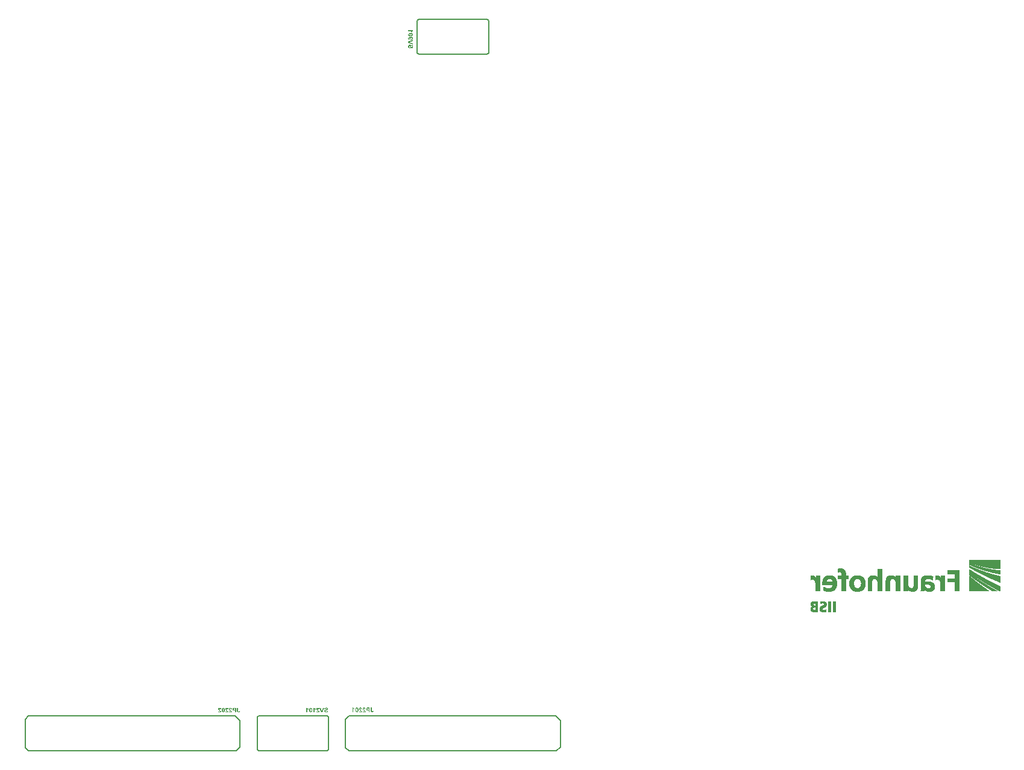
<source format=gbo>
G04*
G04 #@! TF.GenerationSoftware,Altium Limited,Altium Designer,21.4.1 (30)*
G04*
G04 Layer_Color=32896*
%FSLAX25Y25*%
%MOIN*%
G70*
G04*
G04 #@! TF.SameCoordinates,07BA8920-E91E-4FA6-B340-E2803C7595EB*
G04*
G04*
G04 #@! TF.FilePolarity,Positive*
G04*
G01*
G75*
%ADD12C,0.00787*%
%ADD16C,0.00021*%
G36*
X144753Y29972D02*
X144813Y29968D01*
X144927Y29949D01*
X145024Y29920D01*
X145068Y29905D01*
X145109Y29886D01*
X145146Y29872D01*
X145175Y29853D01*
X145205Y29838D01*
X145227Y29827D01*
X145246Y29812D01*
X145257Y29805D01*
X145264Y29801D01*
X145268Y29798D01*
X145308Y29761D01*
X145345Y29724D01*
X145379Y29679D01*
X145408Y29631D01*
X145453Y29535D01*
X145490Y29442D01*
X145501Y29394D01*
X145512Y29354D01*
X145523Y29317D01*
X145527Y29283D01*
X145534Y29254D01*
Y29235D01*
X145538Y29220D01*
Y29217D01*
X145049Y29169D01*
X145042Y29243D01*
X145027Y29305D01*
X145012Y29361D01*
X144994Y29402D01*
X144979Y29435D01*
X144964Y29457D01*
X144953Y29472D01*
X144949Y29476D01*
X144913Y29505D01*
X144872Y29528D01*
X144831Y29546D01*
X144790Y29557D01*
X144757Y29564D01*
X144728Y29568D01*
X144702D01*
X144646Y29564D01*
X144598Y29553D01*
X144557Y29539D01*
X144520Y29524D01*
X144494Y29509D01*
X144472Y29494D01*
X144461Y29483D01*
X144457Y29479D01*
X144428Y29442D01*
X144406Y29402D01*
X144391Y29361D01*
X144380Y29320D01*
X144372Y29283D01*
X144369Y29250D01*
Y29232D01*
Y29228D01*
Y29224D01*
X144372Y29169D01*
X144383Y29117D01*
X144402Y29065D01*
X144420Y29021D01*
X144439Y28980D01*
X144457Y28950D01*
X144468Y28932D01*
X144472Y28924D01*
X144487Y28902D01*
X144509Y28876D01*
X144539Y28843D01*
X144568Y28813D01*
X144635Y28743D01*
X144702Y28673D01*
X144768Y28606D01*
X144798Y28577D01*
X144827Y28554D01*
X144850Y28532D01*
X144864Y28517D01*
X144876Y28506D01*
X144879Y28503D01*
X144953Y28432D01*
X145020Y28366D01*
X145083Y28303D01*
X145138Y28247D01*
X145190Y28192D01*
X145234Y28140D01*
X145275Y28096D01*
X145308Y28051D01*
X145338Y28014D01*
X145364Y27981D01*
X145386Y27955D01*
X145401Y27929D01*
X145416Y27914D01*
X145423Y27900D01*
X145431Y27892D01*
Y27888D01*
X145479Y27803D01*
X145516Y27714D01*
X145545Y27633D01*
X145567Y27559D01*
X145582Y27492D01*
X145586Y27467D01*
X145590Y27444D01*
X145593Y27426D01*
X145597Y27411D01*
Y27404D01*
Y27400D01*
X143877D01*
Y27855D01*
X144853D01*
X144824Y27903D01*
X144790Y27944D01*
X144776Y27962D01*
X144764Y27977D01*
X144757Y27985D01*
X144753Y27988D01*
X144739Y28003D01*
X144724Y28022D01*
X144679Y28062D01*
X144631Y28110D01*
X144583Y28159D01*
X144535Y28203D01*
X144494Y28240D01*
X144480Y28255D01*
X144468Y28266D01*
X144461Y28269D01*
X144457Y28273D01*
X144376Y28351D01*
X144309Y28414D01*
X144254Y28473D01*
X144210Y28517D01*
X144176Y28554D01*
X144154Y28580D01*
X144139Y28599D01*
X144135Y28602D01*
X144087Y28665D01*
X144047Y28725D01*
X144013Y28780D01*
X143988Y28828D01*
X143965Y28869D01*
X143950Y28902D01*
X143943Y28921D01*
X143939Y28928D01*
X143917Y28987D01*
X143902Y29046D01*
X143891Y29102D01*
X143884Y29154D01*
X143880Y29195D01*
X143877Y29228D01*
Y29250D01*
Y29257D01*
X143880Y29313D01*
X143888Y29368D01*
X143895Y29420D01*
X143910Y29468D01*
X143947Y29553D01*
X143984Y29627D01*
X144006Y29661D01*
X144025Y29687D01*
X144043Y29713D01*
X144062Y29731D01*
X144076Y29746D01*
X144084Y29761D01*
X144091Y29764D01*
X144095Y29768D01*
X144135Y29805D01*
X144184Y29838D01*
X144228Y29864D01*
X144280Y29886D01*
X144376Y29923D01*
X144472Y29949D01*
X144517Y29957D01*
X144557Y29964D01*
X144594Y29968D01*
X144628Y29972D01*
X144653Y29975D01*
X144691D01*
X144753Y29972D01*
D02*
G37*
G36*
X142763D02*
X142822Y29968D01*
X142937Y29949D01*
X143033Y29920D01*
X143077Y29905D01*
X143118Y29886D01*
X143155Y29872D01*
X143185Y29853D01*
X143214Y29838D01*
X143236Y29827D01*
X143255Y29812D01*
X143266Y29805D01*
X143273Y29801D01*
X143277Y29798D01*
X143318Y29761D01*
X143355Y29724D01*
X143388Y29679D01*
X143418Y29631D01*
X143462Y29535D01*
X143499Y29442D01*
X143510Y29394D01*
X143521Y29354D01*
X143532Y29317D01*
X143536Y29283D01*
X143544Y29254D01*
Y29235D01*
X143547Y29220D01*
Y29217D01*
X143059Y29169D01*
X143051Y29243D01*
X143037Y29305D01*
X143022Y29361D01*
X143003Y29402D01*
X142989Y29435D01*
X142974Y29457D01*
X142963Y29472D01*
X142959Y29476D01*
X142922Y29505D01*
X142881Y29528D01*
X142841Y29546D01*
X142800Y29557D01*
X142766Y29564D01*
X142737Y29568D01*
X142711D01*
X142656Y29564D01*
X142607Y29553D01*
X142567Y29539D01*
X142530Y29524D01*
X142504Y29509D01*
X142482Y29494D01*
X142471Y29483D01*
X142467Y29479D01*
X142437Y29442D01*
X142415Y29402D01*
X142400Y29361D01*
X142389Y29320D01*
X142382Y29283D01*
X142378Y29250D01*
Y29232D01*
Y29228D01*
Y29224D01*
X142382Y29169D01*
X142393Y29117D01*
X142411Y29065D01*
X142430Y29021D01*
X142448Y28980D01*
X142467Y28950D01*
X142478Y28932D01*
X142482Y28924D01*
X142496Y28902D01*
X142519Y28876D01*
X142548Y28843D01*
X142578Y28813D01*
X142644Y28743D01*
X142711Y28673D01*
X142778Y28606D01*
X142807Y28577D01*
X142837Y28554D01*
X142859Y28532D01*
X142874Y28517D01*
X142885Y28506D01*
X142889Y28503D01*
X142963Y28432D01*
X143029Y28366D01*
X143092Y28303D01*
X143148Y28247D01*
X143199Y28192D01*
X143244Y28140D01*
X143284Y28096D01*
X143318Y28051D01*
X143347Y28014D01*
X143373Y27981D01*
X143395Y27955D01*
X143410Y27929D01*
X143425Y27914D01*
X143432Y27900D01*
X143440Y27892D01*
Y27888D01*
X143488Y27803D01*
X143525Y27714D01*
X143555Y27633D01*
X143577Y27559D01*
X143592Y27492D01*
X143595Y27467D01*
X143599Y27444D01*
X143603Y27426D01*
X143606Y27411D01*
Y27404D01*
Y27400D01*
X141886D01*
Y27855D01*
X142863D01*
X142833Y27903D01*
X142800Y27944D01*
X142785Y27962D01*
X142774Y27977D01*
X142766Y27985D01*
X142763Y27988D01*
X142748Y28003D01*
X142733Y28022D01*
X142689Y28062D01*
X142641Y28110D01*
X142593Y28159D01*
X142544Y28203D01*
X142504Y28240D01*
X142489Y28255D01*
X142478Y28266D01*
X142471Y28269D01*
X142467Y28273D01*
X142385Y28351D01*
X142319Y28414D01*
X142263Y28473D01*
X142219Y28517D01*
X142186Y28554D01*
X142163Y28580D01*
X142149Y28599D01*
X142145Y28602D01*
X142097Y28665D01*
X142056Y28725D01*
X142023Y28780D01*
X141997Y28828D01*
X141975Y28869D01*
X141960Y28902D01*
X141953Y28921D01*
X141949Y28928D01*
X141927Y28987D01*
X141912Y29046D01*
X141901Y29102D01*
X141893Y29154D01*
X141890Y29195D01*
X141886Y29228D01*
Y29250D01*
Y29257D01*
X141890Y29313D01*
X141897Y29368D01*
X141904Y29420D01*
X141919Y29468D01*
X141956Y29553D01*
X141993Y29627D01*
X142015Y29661D01*
X142034Y29687D01*
X142052Y29713D01*
X142071Y29731D01*
X142086Y29746D01*
X142093Y29761D01*
X142101Y29764D01*
X142104Y29768D01*
X142145Y29805D01*
X142193Y29838D01*
X142237Y29864D01*
X142289Y29886D01*
X142385Y29923D01*
X142482Y29949D01*
X142526Y29957D01*
X142567Y29964D01*
X142604Y29968D01*
X142637Y29972D01*
X142663Y29975D01*
X142700D01*
X142763Y29972D01*
D02*
G37*
G36*
X138782D02*
X138841Y29968D01*
X138955Y29949D01*
X139052Y29920D01*
X139096Y29905D01*
X139137Y29886D01*
X139174Y29872D01*
X139203Y29853D01*
X139233Y29838D01*
X139255Y29827D01*
X139274Y29812D01*
X139285Y29805D01*
X139292Y29801D01*
X139296Y29798D01*
X139337Y29761D01*
X139374Y29724D01*
X139407Y29679D01*
X139436Y29631D01*
X139481Y29535D01*
X139518Y29442D01*
X139529Y29394D01*
X139540Y29354D01*
X139551Y29317D01*
X139555Y29283D01*
X139562Y29254D01*
Y29235D01*
X139566Y29220D01*
Y29217D01*
X139078Y29169D01*
X139070Y29243D01*
X139055Y29305D01*
X139041Y29361D01*
X139022Y29402D01*
X139007Y29435D01*
X138993Y29457D01*
X138981Y29472D01*
X138978Y29476D01*
X138941Y29505D01*
X138900Y29528D01*
X138859Y29546D01*
X138819Y29557D01*
X138785Y29564D01*
X138756Y29568D01*
X138730D01*
X138674Y29564D01*
X138626Y29553D01*
X138585Y29539D01*
X138549Y29524D01*
X138523Y29509D01*
X138500Y29494D01*
X138489Y29483D01*
X138486Y29479D01*
X138456Y29442D01*
X138434Y29402D01*
X138419Y29361D01*
X138408Y29320D01*
X138400Y29283D01*
X138397Y29250D01*
Y29232D01*
Y29228D01*
Y29224D01*
X138400Y29169D01*
X138412Y29117D01*
X138430Y29065D01*
X138449Y29021D01*
X138467Y28980D01*
X138486Y28950D01*
X138497Y28932D01*
X138500Y28924D01*
X138515Y28902D01*
X138537Y28876D01*
X138567Y28843D01*
X138597Y28813D01*
X138663Y28743D01*
X138730Y28673D01*
X138796Y28606D01*
X138826Y28577D01*
X138856Y28554D01*
X138878Y28532D01*
X138893Y28517D01*
X138904Y28506D01*
X138907Y28503D01*
X138981Y28432D01*
X139048Y28366D01*
X139111Y28303D01*
X139166Y28247D01*
X139218Y28192D01*
X139263Y28140D01*
X139303Y28096D01*
X139337Y28051D01*
X139366Y28014D01*
X139392Y27981D01*
X139414Y27955D01*
X139429Y27929D01*
X139444Y27914D01*
X139451Y27900D01*
X139459Y27892D01*
Y27888D01*
X139507Y27803D01*
X139544Y27714D01*
X139573Y27633D01*
X139596Y27559D01*
X139610Y27492D01*
X139614Y27467D01*
X139618Y27444D01*
X139621Y27426D01*
X139625Y27411D01*
Y27404D01*
Y27400D01*
X137905D01*
Y27855D01*
X138882D01*
X138852Y27903D01*
X138819Y27944D01*
X138804Y27962D01*
X138793Y27977D01*
X138785Y27985D01*
X138782Y27988D01*
X138767Y28003D01*
X138752Y28022D01*
X138708Y28062D01*
X138660Y28110D01*
X138611Y28159D01*
X138563Y28203D01*
X138523Y28240D01*
X138508Y28255D01*
X138497Y28266D01*
X138489Y28269D01*
X138486Y28273D01*
X138404Y28351D01*
X138338Y28414D01*
X138282Y28473D01*
X138238Y28517D01*
X138204Y28554D01*
X138182Y28580D01*
X138167Y28599D01*
X138164Y28602D01*
X138116Y28665D01*
X138075Y28725D01*
X138042Y28780D01*
X138016Y28828D01*
X137994Y28869D01*
X137979Y28902D01*
X137971Y28921D01*
X137968Y28928D01*
X137945Y28987D01*
X137931Y29046D01*
X137919Y29102D01*
X137912Y29154D01*
X137908Y29195D01*
X137905Y29228D01*
Y29250D01*
Y29257D01*
X137908Y29313D01*
X137916Y29368D01*
X137923Y29420D01*
X137938Y29468D01*
X137975Y29553D01*
X138012Y29627D01*
X138034Y29661D01*
X138053Y29687D01*
X138071Y29713D01*
X138090Y29731D01*
X138104Y29746D01*
X138112Y29761D01*
X138119Y29764D01*
X138123Y29768D01*
X138164Y29805D01*
X138212Y29838D01*
X138256Y29864D01*
X138308Y29886D01*
X138404Y29923D01*
X138500Y29949D01*
X138545Y29957D01*
X138585Y29964D01*
X138622Y29968D01*
X138656Y29972D01*
X138682Y29975D01*
X138719D01*
X138782Y29972D01*
D02*
G37*
G36*
X147810Y27400D02*
X147292D01*
Y28366D01*
X146833D01*
X146777Y28369D01*
X146725D01*
X146677Y28373D01*
X146633Y28377D01*
X146592Y28381D01*
X146559Y28384D01*
X146526D01*
X146500Y28388D01*
X146474Y28392D01*
X146455Y28395D01*
X146441D01*
X146430Y28399D01*
X146422D01*
X146370Y28414D01*
X146322Y28432D01*
X146278Y28451D01*
X146237Y28473D01*
X146204Y28492D01*
X146178Y28506D01*
X146163Y28517D01*
X146156Y28521D01*
X146108Y28558D01*
X146067Y28599D01*
X146026Y28643D01*
X145997Y28680D01*
X145971Y28717D01*
X145952Y28747D01*
X145941Y28765D01*
X145937Y28773D01*
X145908Y28836D01*
X145886Y28902D01*
X145871Y28973D01*
X145860Y29035D01*
X145852Y29087D01*
Y29113D01*
X145849Y29132D01*
Y29150D01*
Y29161D01*
Y29169D01*
Y29172D01*
X145856Y29280D01*
X145871Y29379D01*
X145897Y29461D01*
X145923Y29535D01*
X145937Y29564D01*
X145952Y29590D01*
X145963Y29613D01*
X145978Y29635D01*
X145985Y29650D01*
X145993Y29661D01*
X146000Y29664D01*
Y29668D01*
X146060Y29735D01*
X146119Y29790D01*
X146182Y29835D01*
X146237Y29868D01*
X146289Y29890D01*
X146330Y29909D01*
X146344Y29912D01*
X146355Y29916D01*
X146363Y29920D01*
X146367D01*
X146396Y29927D01*
X146433Y29934D01*
X146478Y29938D01*
X146522Y29942D01*
X146626Y29949D01*
X146729Y29957D01*
X146825D01*
X146866Y29960D01*
X147810D01*
Y27400D01*
D02*
G37*
G36*
X148879Y28299D02*
Y28244D01*
X148883Y28192D01*
X148886Y28147D01*
X148890Y28103D01*
X148897Y28066D01*
X148901Y28033D01*
X148908Y28003D01*
X148916Y27977D01*
X148931Y27937D01*
X148942Y27911D01*
X148949Y27892D01*
X148953Y27888D01*
X148983Y27855D01*
X149020Y27833D01*
X149060Y27814D01*
X149101Y27803D01*
X149134Y27796D01*
X149164Y27792D01*
X149193D01*
X149253Y27800D01*
X149304Y27814D01*
X149349Y27837D01*
X149382Y27863D01*
X149412Y27885D01*
X149430Y27907D01*
X149441Y27922D01*
X149445Y27929D01*
X149463Y27970D01*
X149478Y28014D01*
X149489Y28066D01*
X149497Y28118D01*
X149504Y28166D01*
Y28203D01*
X149508Y28218D01*
Y28229D01*
Y28236D01*
Y28240D01*
X150000Y28184D01*
X149996Y28110D01*
X149993Y28040D01*
X149981Y27973D01*
X149967Y27914D01*
X149952Y27859D01*
X149937Y27807D01*
X149919Y27763D01*
X149896Y27718D01*
X149878Y27685D01*
X149859Y27652D01*
X149845Y27626D01*
X149830Y27604D01*
X149815Y27585D01*
X149804Y27574D01*
X149800Y27566D01*
X149796Y27563D01*
X149756Y27526D01*
X149711Y27492D01*
X149667Y27467D01*
X149619Y27441D01*
X149571Y27422D01*
X149523Y27404D01*
X149426Y27378D01*
X149382Y27370D01*
X149341Y27363D01*
X149308Y27359D01*
X149275Y27356D01*
X149249Y27352D01*
X149212D01*
X149097Y27359D01*
X148994Y27374D01*
X148905Y27393D01*
X148868Y27407D01*
X148831Y27419D01*
X148801Y27430D01*
X148772Y27444D01*
X148749Y27455D01*
X148731Y27463D01*
X148712Y27474D01*
X148701Y27478D01*
X148698Y27485D01*
X148694D01*
X148624Y27541D01*
X148568Y27600D01*
X148520Y27659D01*
X148483Y27714D01*
X148453Y27766D01*
X148435Y27807D01*
X148427Y27822D01*
X148424Y27833D01*
X148420Y27840D01*
Y27844D01*
X148402Y27914D01*
X148387Y27996D01*
X148376Y28077D01*
X148368Y28155D01*
X148365Y28225D01*
X148361Y28258D01*
Y28284D01*
Y28306D01*
Y28321D01*
Y28332D01*
Y28336D01*
Y29960D01*
X148879D01*
Y28299D01*
D02*
G37*
G36*
X140791Y29972D02*
X140854Y29964D01*
X140917Y29949D01*
X140972Y29934D01*
X141024Y29912D01*
X141072Y29890D01*
X141113Y29868D01*
X141153Y29842D01*
X141187Y29816D01*
X141220Y29794D01*
X141246Y29772D01*
X141264Y29750D01*
X141283Y29735D01*
X141294Y29720D01*
X141301Y29713D01*
X141305Y29709D01*
X141349Y29646D01*
X141386Y29572D01*
X141420Y29494D01*
X141449Y29413D01*
X141472Y29328D01*
X141494Y29239D01*
X141508Y29154D01*
X141523Y29069D01*
X141531Y28987D01*
X141538Y28913D01*
X141545Y28843D01*
X141549Y28784D01*
X141553Y28736D01*
Y28699D01*
Y28684D01*
Y28673D01*
Y28669D01*
Y28665D01*
X141549Y28532D01*
X141542Y28410D01*
X141531Y28295D01*
X141516Y28192D01*
X141501Y28099D01*
X141483Y28014D01*
X141460Y27940D01*
X141438Y27874D01*
X141420Y27818D01*
X141398Y27766D01*
X141379Y27726D01*
X141360Y27692D01*
X141349Y27670D01*
X141338Y27652D01*
X141331Y27641D01*
X141327Y27637D01*
X141283Y27585D01*
X141235Y27544D01*
X141187Y27504D01*
X141135Y27474D01*
X141087Y27444D01*
X141035Y27422D01*
X140987Y27404D01*
X140939Y27389D01*
X140894Y27374D01*
X140854Y27367D01*
X140817Y27359D01*
X140787Y27356D01*
X140761D01*
X140739Y27352D01*
X140724D01*
X140657Y27356D01*
X140595Y27363D01*
X140532Y27378D01*
X140476Y27393D01*
X140424Y27411D01*
X140376Y27433D01*
X140336Y27459D01*
X140295Y27485D01*
X140262Y27507D01*
X140228Y27533D01*
X140202Y27555D01*
X140180Y27574D01*
X140165Y27589D01*
X140154Y27604D01*
X140147Y27611D01*
X140143Y27615D01*
X140099Y27678D01*
X140062Y27751D01*
X140025Y27829D01*
X139999Y27914D01*
X139973Y27999D01*
X139954Y28084D01*
X139936Y28173D01*
X139921Y28258D01*
X139914Y28340D01*
X139906Y28414D01*
X139899Y28484D01*
X139895Y28543D01*
X139892Y28591D01*
Y28628D01*
Y28643D01*
Y28654D01*
Y28658D01*
Y28662D01*
X139895Y28795D01*
X139903Y28917D01*
X139914Y29028D01*
X139932Y29132D01*
X139951Y29228D01*
X139969Y29313D01*
X139995Y29391D01*
X140017Y29457D01*
X140040Y29520D01*
X140062Y29568D01*
X140084Y29613D01*
X140103Y29650D01*
X140121Y29675D01*
X140132Y29694D01*
X140139Y29705D01*
X140143Y29709D01*
X140184Y29757D01*
X140228Y29798D01*
X140276Y29831D01*
X140324Y29864D01*
X140373Y29890D01*
X140421Y29909D01*
X140465Y29927D01*
X140513Y29942D01*
X140558Y29953D01*
X140595Y29960D01*
X140632Y29968D01*
X140661Y29972D01*
X140687Y29975D01*
X140724D01*
X140791Y29972D01*
D02*
G37*
G36*
X218653Y30071D02*
X218713Y30068D01*
X218827Y30049D01*
X218923Y30020D01*
X218968Y30005D01*
X219009Y29986D01*
X219046Y29972D01*
X219075Y29953D01*
X219105Y29938D01*
X219127Y29927D01*
X219145Y29912D01*
X219157Y29905D01*
X219164Y29901D01*
X219168Y29898D01*
X219208Y29861D01*
X219245Y29824D01*
X219279Y29779D01*
X219308Y29731D01*
X219353Y29635D01*
X219390Y29542D01*
X219401Y29494D01*
X219412Y29454D01*
X219423Y29417D01*
X219427Y29383D01*
X219434Y29354D01*
Y29335D01*
X219438Y29320D01*
Y29317D01*
X218949Y29269D01*
X218942Y29343D01*
X218927Y29406D01*
X218912Y29461D01*
X218894Y29502D01*
X218879Y29535D01*
X218864Y29557D01*
X218853Y29572D01*
X218849Y29576D01*
X218812Y29605D01*
X218772Y29627D01*
X218731Y29646D01*
X218690Y29657D01*
X218657Y29664D01*
X218628Y29668D01*
X218602D01*
X218546Y29664D01*
X218498Y29653D01*
X218457Y29639D01*
X218420Y29624D01*
X218394Y29609D01*
X218372Y29594D01*
X218361Y29583D01*
X218357Y29579D01*
X218328Y29542D01*
X218306Y29502D01*
X218291Y29461D01*
X218280Y29420D01*
X218272Y29383D01*
X218269Y29350D01*
Y29331D01*
Y29328D01*
Y29324D01*
X218272Y29269D01*
X218283Y29217D01*
X218302Y29165D01*
X218320Y29121D01*
X218339Y29080D01*
X218357Y29050D01*
X218369Y29032D01*
X218372Y29024D01*
X218387Y29002D01*
X218409Y28976D01*
X218439Y28943D01*
X218468Y28913D01*
X218535Y28843D01*
X218602Y28773D01*
X218668Y28706D01*
X218698Y28677D01*
X218727Y28654D01*
X218750Y28632D01*
X218764Y28617D01*
X218776Y28606D01*
X218779Y28603D01*
X218853Y28532D01*
X218920Y28466D01*
X218983Y28403D01*
X219038Y28347D01*
X219090Y28292D01*
X219134Y28240D01*
X219175Y28196D01*
X219208Y28151D01*
X219238Y28114D01*
X219264Y28081D01*
X219286Y28055D01*
X219301Y28029D01*
X219316Y28014D01*
X219323Y27999D01*
X219331Y27992D01*
Y27988D01*
X219379Y27903D01*
X219416Y27814D01*
X219445Y27733D01*
X219467Y27659D01*
X219482Y27593D01*
X219486Y27567D01*
X219490Y27544D01*
X219493Y27526D01*
X219497Y27511D01*
Y27504D01*
Y27500D01*
X217776D01*
Y27955D01*
X218753D01*
X218724Y28003D01*
X218690Y28044D01*
X218676Y28062D01*
X218665Y28077D01*
X218657Y28085D01*
X218653Y28088D01*
X218639Y28103D01*
X218624Y28122D01*
X218579Y28162D01*
X218531Y28210D01*
X218483Y28258D01*
X218435Y28303D01*
X218394Y28340D01*
X218380Y28355D01*
X218369Y28366D01*
X218361Y28370D01*
X218357Y28373D01*
X218276Y28451D01*
X218209Y28514D01*
X218154Y28573D01*
X218109Y28617D01*
X218076Y28654D01*
X218054Y28680D01*
X218039Y28699D01*
X218036Y28703D01*
X217987Y28765D01*
X217947Y28825D01*
X217913Y28880D01*
X217887Y28928D01*
X217865Y28969D01*
X217850Y29002D01*
X217843Y29021D01*
X217839Y29028D01*
X217817Y29087D01*
X217802Y29147D01*
X217791Y29202D01*
X217784Y29254D01*
X217780Y29294D01*
X217776Y29328D01*
Y29350D01*
Y29357D01*
X217780Y29413D01*
X217788Y29468D01*
X217795Y29520D01*
X217810Y29568D01*
X217847Y29653D01*
X217884Y29727D01*
X217906Y29761D01*
X217924Y29787D01*
X217943Y29812D01*
X217962Y29831D01*
X217976Y29846D01*
X217984Y29861D01*
X217991Y29864D01*
X217995Y29868D01*
X218036Y29905D01*
X218084Y29938D01*
X218128Y29964D01*
X218180Y29986D01*
X218276Y30023D01*
X218372Y30049D01*
X218417Y30057D01*
X218457Y30064D01*
X218494Y30068D01*
X218528Y30071D01*
X218553Y30075D01*
X218590D01*
X218653Y30071D01*
D02*
G37*
G36*
X216663D02*
X216722Y30068D01*
X216837Y30049D01*
X216933Y30020D01*
X216977Y30005D01*
X217018Y29986D01*
X217055Y29972D01*
X217085Y29953D01*
X217114Y29938D01*
X217136Y29927D01*
X217155Y29912D01*
X217166Y29905D01*
X217173Y29901D01*
X217177Y29898D01*
X217218Y29861D01*
X217255Y29824D01*
X217288Y29779D01*
X217318Y29731D01*
X217362Y29635D01*
X217399Y29542D01*
X217410Y29494D01*
X217421Y29454D01*
X217432Y29417D01*
X217436Y29383D01*
X217443Y29354D01*
Y29335D01*
X217447Y29320D01*
Y29317D01*
X216959Y29269D01*
X216951Y29343D01*
X216937Y29406D01*
X216922Y29461D01*
X216903Y29502D01*
X216888Y29535D01*
X216874Y29557D01*
X216863Y29572D01*
X216859Y29576D01*
X216822Y29605D01*
X216781Y29627D01*
X216740Y29646D01*
X216700Y29657D01*
X216667Y29664D01*
X216637Y29668D01*
X216611D01*
X216556Y29664D01*
X216507Y29653D01*
X216467Y29639D01*
X216430Y29624D01*
X216404Y29609D01*
X216382Y29594D01*
X216371Y29583D01*
X216367Y29579D01*
X216337Y29542D01*
X216315Y29502D01*
X216300Y29461D01*
X216289Y29420D01*
X216282Y29383D01*
X216278Y29350D01*
Y29331D01*
Y29328D01*
Y29324D01*
X216282Y29269D01*
X216293Y29217D01*
X216311Y29165D01*
X216330Y29121D01*
X216348Y29080D01*
X216367Y29050D01*
X216378Y29032D01*
X216382Y29024D01*
X216396Y29002D01*
X216419Y28976D01*
X216448Y28943D01*
X216478Y28913D01*
X216544Y28843D01*
X216611Y28773D01*
X216678Y28706D01*
X216707Y28677D01*
X216737Y28654D01*
X216759Y28632D01*
X216774Y28617D01*
X216785Y28606D01*
X216789Y28603D01*
X216863Y28532D01*
X216929Y28466D01*
X216992Y28403D01*
X217048Y28347D01*
X217099Y28292D01*
X217144Y28240D01*
X217184Y28196D01*
X217218Y28151D01*
X217247Y28114D01*
X217273Y28081D01*
X217296Y28055D01*
X217310Y28029D01*
X217325Y28014D01*
X217333Y27999D01*
X217340Y27992D01*
Y27988D01*
X217388Y27903D01*
X217425Y27814D01*
X217455Y27733D01*
X217477Y27659D01*
X217492Y27593D01*
X217495Y27567D01*
X217499Y27544D01*
X217503Y27526D01*
X217506Y27511D01*
Y27504D01*
Y27500D01*
X215786D01*
Y27955D01*
X216763D01*
X216733Y28003D01*
X216700Y28044D01*
X216685Y28062D01*
X216674Y28077D01*
X216667Y28085D01*
X216663Y28088D01*
X216648Y28103D01*
X216633Y28122D01*
X216589Y28162D01*
X216541Y28210D01*
X216493Y28258D01*
X216444Y28303D01*
X216404Y28340D01*
X216389Y28355D01*
X216378Y28366D01*
X216371Y28370D01*
X216367Y28373D01*
X216285Y28451D01*
X216219Y28514D01*
X216163Y28573D01*
X216119Y28617D01*
X216086Y28654D01*
X216063Y28680D01*
X216049Y28699D01*
X216045Y28703D01*
X215997Y28765D01*
X215956Y28825D01*
X215923Y28880D01*
X215897Y28928D01*
X215875Y28969D01*
X215860Y29002D01*
X215852Y29021D01*
X215849Y29028D01*
X215827Y29087D01*
X215812Y29147D01*
X215801Y29202D01*
X215793Y29254D01*
X215790Y29294D01*
X215786Y29328D01*
Y29350D01*
Y29357D01*
X215790Y29413D01*
X215797Y29468D01*
X215804Y29520D01*
X215819Y29568D01*
X215856Y29653D01*
X215893Y29727D01*
X215915Y29761D01*
X215934Y29787D01*
X215952Y29812D01*
X215971Y29831D01*
X215986Y29846D01*
X215993Y29861D01*
X216001Y29864D01*
X216004Y29868D01*
X216045Y29905D01*
X216093Y29938D01*
X216137Y29964D01*
X216189Y29986D01*
X216285Y30023D01*
X216382Y30049D01*
X216426Y30057D01*
X216467Y30064D01*
X216504Y30068D01*
X216537Y30071D01*
X216563Y30075D01*
X216600D01*
X216663Y30071D01*
D02*
G37*
G36*
X212645Y29990D02*
X212693Y29912D01*
X212744Y29838D01*
X212796Y29779D01*
X212841Y29731D01*
X212881Y29694D01*
X212896Y29679D01*
X212907Y29668D01*
X212915Y29664D01*
X212918Y29661D01*
X213000Y29602D01*
X213077Y29550D01*
X213148Y29509D01*
X213211Y29480D01*
X213263Y29457D01*
X213299Y29439D01*
X213314Y29435D01*
X213325Y29431D01*
X213329Y29428D01*
X213333D01*
Y28984D01*
X213200Y29035D01*
X213081Y29091D01*
X213026Y29121D01*
X212974Y29154D01*
X212926Y29184D01*
X212881Y29213D01*
X212841Y29243D01*
X212804Y29269D01*
X212774Y29291D01*
X212748Y29313D01*
X212726Y29331D01*
X212711Y29343D01*
X212704Y29350D01*
X212700Y29354D01*
Y27500D01*
X212208D01*
Y30075D01*
X212608D01*
X212645Y29990D01*
D02*
G37*
G36*
X221710Y27500D02*
X221192D01*
Y28466D01*
X220733D01*
X220677Y28469D01*
X220625D01*
X220577Y28473D01*
X220533Y28477D01*
X220492Y28480D01*
X220459Y28484D01*
X220426D01*
X220400Y28488D01*
X220374Y28492D01*
X220355Y28495D01*
X220341D01*
X220329Y28499D01*
X220322D01*
X220270Y28514D01*
X220222Y28532D01*
X220178Y28551D01*
X220137Y28573D01*
X220104Y28591D01*
X220078Y28606D01*
X220063Y28617D01*
X220056Y28621D01*
X220008Y28658D01*
X219967Y28699D01*
X219926Y28743D01*
X219897Y28780D01*
X219871Y28817D01*
X219852Y28847D01*
X219841Y28865D01*
X219837Y28873D01*
X219808Y28936D01*
X219786Y29002D01*
X219771Y29072D01*
X219760Y29135D01*
X219752Y29187D01*
Y29213D01*
X219749Y29232D01*
Y29250D01*
Y29261D01*
Y29269D01*
Y29272D01*
X219756Y29380D01*
X219771Y29480D01*
X219797Y29561D01*
X219823Y29635D01*
X219837Y29664D01*
X219852Y29690D01*
X219863Y29713D01*
X219878Y29735D01*
X219885Y29750D01*
X219893Y29761D01*
X219900Y29764D01*
Y29768D01*
X219959Y29835D01*
X220019Y29890D01*
X220082Y29935D01*
X220137Y29968D01*
X220189Y29990D01*
X220230Y30009D01*
X220244Y30012D01*
X220255Y30016D01*
X220263Y30020D01*
X220267D01*
X220296Y30027D01*
X220333Y30035D01*
X220378Y30038D01*
X220422Y30042D01*
X220526Y30049D01*
X220629Y30057D01*
X220725D01*
X220766Y30060D01*
X221710D01*
Y27500D01*
D02*
G37*
G36*
X222779Y28399D02*
Y28344D01*
X222783Y28292D01*
X222786Y28247D01*
X222790Y28203D01*
X222797Y28166D01*
X222801Y28133D01*
X222809Y28103D01*
X222816Y28077D01*
X222831Y28036D01*
X222842Y28011D01*
X222849Y27992D01*
X222853Y27988D01*
X222883Y27955D01*
X222920Y27933D01*
X222960Y27914D01*
X223001Y27903D01*
X223034Y27896D01*
X223064Y27892D01*
X223093D01*
X223153Y27900D01*
X223204Y27914D01*
X223249Y27937D01*
X223282Y27962D01*
X223312Y27985D01*
X223330Y28007D01*
X223341Y28022D01*
X223345Y28029D01*
X223363Y28070D01*
X223378Y28114D01*
X223389Y28166D01*
X223397Y28218D01*
X223404Y28266D01*
Y28303D01*
X223408Y28318D01*
Y28329D01*
Y28336D01*
Y28340D01*
X223900Y28284D01*
X223896Y28210D01*
X223893Y28140D01*
X223882Y28073D01*
X223867Y28014D01*
X223852Y27959D01*
X223837Y27907D01*
X223819Y27863D01*
X223796Y27818D01*
X223778Y27785D01*
X223759Y27752D01*
X223745Y27726D01*
X223730Y27703D01*
X223715Y27685D01*
X223704Y27674D01*
X223700Y27667D01*
X223696Y27663D01*
X223656Y27626D01*
X223611Y27593D01*
X223567Y27567D01*
X223519Y27541D01*
X223471Y27522D01*
X223423Y27504D01*
X223326Y27478D01*
X223282Y27470D01*
X223241Y27463D01*
X223208Y27459D01*
X223175Y27456D01*
X223149Y27452D01*
X223112D01*
X222997Y27459D01*
X222894Y27474D01*
X222805Y27493D01*
X222768Y27507D01*
X222731Y27518D01*
X222701Y27530D01*
X222672Y27544D01*
X222649Y27556D01*
X222631Y27563D01*
X222612Y27574D01*
X222601Y27578D01*
X222598Y27585D01*
X222594D01*
X222524Y27641D01*
X222468Y27700D01*
X222420Y27759D01*
X222383Y27814D01*
X222353Y27866D01*
X222335Y27907D01*
X222327Y27922D01*
X222324Y27933D01*
X222320Y27940D01*
Y27944D01*
X222302Y28014D01*
X222287Y28096D01*
X222276Y28177D01*
X222268Y28255D01*
X222265Y28325D01*
X222261Y28358D01*
Y28384D01*
Y28407D01*
Y28421D01*
Y28432D01*
Y28436D01*
Y30060D01*
X222779D01*
Y28399D01*
D02*
G37*
G36*
X214691Y30071D02*
X214754Y30064D01*
X214816Y30049D01*
X214872Y30035D01*
X214924Y30012D01*
X214972Y29990D01*
X215013Y29968D01*
X215053Y29942D01*
X215087Y29916D01*
X215120Y29894D01*
X215146Y29872D01*
X215164Y29849D01*
X215183Y29835D01*
X215194Y29820D01*
X215201Y29812D01*
X215205Y29809D01*
X215249Y29746D01*
X215286Y29672D01*
X215320Y29594D01*
X215349Y29513D01*
X215371Y29428D01*
X215394Y29339D01*
X215408Y29254D01*
X215423Y29169D01*
X215431Y29087D01*
X215438Y29013D01*
X215445Y28943D01*
X215449Y28884D01*
X215453Y28836D01*
Y28799D01*
Y28784D01*
Y28773D01*
Y28769D01*
Y28765D01*
X215449Y28632D01*
X215442Y28510D01*
X215431Y28395D01*
X215416Y28292D01*
X215401Y28199D01*
X215383Y28114D01*
X215360Y28040D01*
X215338Y27974D01*
X215320Y27918D01*
X215298Y27866D01*
X215279Y27826D01*
X215261Y27792D01*
X215249Y27770D01*
X215238Y27752D01*
X215231Y27740D01*
X215227Y27737D01*
X215183Y27685D01*
X215135Y27644D01*
X215087Y27604D01*
X215035Y27574D01*
X214987Y27544D01*
X214935Y27522D01*
X214887Y27504D01*
X214839Y27489D01*
X214794Y27474D01*
X214754Y27467D01*
X214717Y27459D01*
X214687Y27456D01*
X214661D01*
X214639Y27452D01*
X214624D01*
X214558Y27456D01*
X214495Y27463D01*
X214432Y27478D01*
X214376Y27493D01*
X214324Y27511D01*
X214276Y27533D01*
X214236Y27559D01*
X214195Y27585D01*
X214162Y27607D01*
X214128Y27633D01*
X214102Y27655D01*
X214080Y27674D01*
X214065Y27689D01*
X214054Y27703D01*
X214047Y27711D01*
X214043Y27715D01*
X213999Y27777D01*
X213962Y27852D01*
X213925Y27929D01*
X213899Y28014D01*
X213873Y28099D01*
X213855Y28185D01*
X213836Y28273D01*
X213821Y28358D01*
X213814Y28440D01*
X213806Y28514D01*
X213799Y28584D01*
X213795Y28643D01*
X213792Y28691D01*
Y28728D01*
Y28743D01*
Y28754D01*
Y28758D01*
Y28762D01*
X213795Y28895D01*
X213803Y29017D01*
X213814Y29128D01*
X213832Y29232D01*
X213851Y29328D01*
X213869Y29413D01*
X213895Y29491D01*
X213917Y29557D01*
X213940Y29620D01*
X213962Y29668D01*
X213984Y29713D01*
X214002Y29750D01*
X214021Y29776D01*
X214032Y29794D01*
X214039Y29805D01*
X214043Y29809D01*
X214084Y29857D01*
X214128Y29898D01*
X214176Y29931D01*
X214225Y29964D01*
X214273Y29990D01*
X214321Y30009D01*
X214365Y30027D01*
X214413Y30042D01*
X214458Y30053D01*
X214495Y30060D01*
X214532Y30068D01*
X214561Y30071D01*
X214587Y30075D01*
X214624D01*
X214691Y30071D01*
D02*
G37*
G36*
X245575Y404635D02*
X245490Y404598D01*
X245412Y404550D01*
X245338Y404498D01*
X245279Y404446D01*
X245231Y404402D01*
X245194Y404361D01*
X245179Y404346D01*
X245168Y404335D01*
X245164Y404328D01*
X245161Y404324D01*
X245102Y404243D01*
X245050Y404165D01*
X245009Y404095D01*
X244980Y404032D01*
X244957Y403980D01*
X244939Y403943D01*
X244935Y403928D01*
X244931Y403917D01*
X244928Y403913D01*
Y403910D01*
X244484D01*
X244535Y404043D01*
X244591Y404161D01*
X244621Y404217D01*
X244654Y404269D01*
X244684Y404317D01*
X244713Y404361D01*
X244743Y404402D01*
X244769Y404439D01*
X244791Y404468D01*
X244813Y404494D01*
X244831Y404516D01*
X244843Y404531D01*
X244850Y404539D01*
X244854Y404542D01*
X243000D01*
Y405034D01*
X245575D01*
Y404635D01*
D02*
G37*
G36*
X244395Y403447D02*
X244517Y403440D01*
X244628Y403429D01*
X244732Y403410D01*
X244828Y403392D01*
X244913Y403373D01*
X244991Y403347D01*
X245057Y403325D01*
X245120Y403303D01*
X245168Y403281D01*
X245213Y403258D01*
X245250Y403240D01*
X245275Y403221D01*
X245294Y403210D01*
X245305Y403203D01*
X245309Y403199D01*
X245357Y403159D01*
X245398Y403114D01*
X245431Y403066D01*
X245464Y403018D01*
X245490Y402970D01*
X245509Y402922D01*
X245527Y402877D01*
X245542Y402829D01*
X245553Y402785D01*
X245560Y402748D01*
X245568Y402711D01*
X245571Y402681D01*
X245575Y402655D01*
Y402618D01*
X245571Y402552D01*
X245564Y402489D01*
X245549Y402426D01*
X245534Y402370D01*
X245512Y402319D01*
X245490Y402271D01*
X245468Y402230D01*
X245442Y402189D01*
X245416Y402156D01*
X245394Y402122D01*
X245372Y402097D01*
X245350Y402078D01*
X245335Y402060D01*
X245320Y402048D01*
X245312Y402041D01*
X245309Y402037D01*
X245246Y401993D01*
X245172Y401956D01*
X245094Y401923D01*
X245013Y401893D01*
X244928Y401871D01*
X244839Y401849D01*
X244754Y401834D01*
X244669Y401819D01*
X244587Y401812D01*
X244513Y401804D01*
X244443Y401797D01*
X244384Y401793D01*
X244336Y401790D01*
X244299D01*
X244284D01*
X244273D01*
X244269D01*
X244265D01*
X244132Y401793D01*
X244010Y401801D01*
X243895Y401812D01*
X243792Y401826D01*
X243699Y401841D01*
X243614Y401860D01*
X243540Y401882D01*
X243474Y401904D01*
X243418Y401923D01*
X243366Y401945D01*
X243326Y401963D01*
X243292Y401982D01*
X243270Y401993D01*
X243252Y402004D01*
X243240Y402011D01*
X243237Y402015D01*
X243185Y402060D01*
X243144Y402108D01*
X243104Y402156D01*
X243074Y402208D01*
X243044Y402256D01*
X243022Y402308D01*
X243004Y402356D01*
X242989Y402404D01*
X242974Y402448D01*
X242967Y402489D01*
X242959Y402526D01*
X242956Y402555D01*
Y402581D01*
X242952Y402603D01*
Y402618D01*
X242956Y402685D01*
X242963Y402748D01*
X242978Y402811D01*
X242993Y402866D01*
X243011Y402918D01*
X243033Y402966D01*
X243059Y403007D01*
X243085Y403048D01*
X243107Y403081D01*
X243133Y403114D01*
X243155Y403140D01*
X243174Y403162D01*
X243189Y403177D01*
X243203Y403188D01*
X243211Y403195D01*
X243215Y403199D01*
X243278Y403244D01*
X243352Y403281D01*
X243429Y403318D01*
X243514Y403343D01*
X243599Y403369D01*
X243685Y403388D01*
X243773Y403406D01*
X243858Y403421D01*
X243940Y403429D01*
X244014Y403436D01*
X244084Y403443D01*
X244143Y403447D01*
X244191Y403451D01*
X244228D01*
X244243D01*
X244254D01*
X244258D01*
X244262D01*
X244395Y403447D01*
D02*
G37*
G36*
X244402Y401468D02*
X244517Y401460D01*
X244624Y401449D01*
X244724Y401431D01*
X244813Y401412D01*
X244894Y401394D01*
X244968Y401368D01*
X245035Y401345D01*
X245091Y401323D01*
X245139Y401301D01*
X245179Y401279D01*
X245213Y401260D01*
X245238Y401242D01*
X245257Y401231D01*
X245268Y401223D01*
X245272Y401220D01*
X245324Y401172D01*
X245372Y401120D01*
X245412Y401068D01*
X245446Y401016D01*
X245475Y400961D01*
X245501Y400909D01*
X245520Y400857D01*
X245538Y400805D01*
X245549Y400761D01*
X245560Y400716D01*
X245568Y400679D01*
X245571Y400646D01*
Y400617D01*
X245575Y400598D01*
Y400580D01*
X245571Y400513D01*
X245564Y400454D01*
X245553Y400395D01*
X245538Y400339D01*
X245520Y400287D01*
X245497Y400239D01*
X245479Y400191D01*
X245457Y400154D01*
X245431Y400117D01*
X245412Y400084D01*
X245390Y400058D01*
X245372Y400032D01*
X245357Y400013D01*
X245346Y400002D01*
X245338Y399995D01*
X245335Y399991D01*
X245287Y399951D01*
X245238Y399917D01*
X245187Y399884D01*
X245135Y399858D01*
X245083Y399836D01*
X245028Y399817D01*
X244928Y399792D01*
X244883Y399780D01*
X244839Y399773D01*
X244802Y399769D01*
X244769Y399766D01*
X244739Y399762D01*
X244721D01*
X244706D01*
X244702D01*
X244635Y399766D01*
X244569Y399773D01*
X244506Y399780D01*
X244450Y399795D01*
X244395Y399814D01*
X244347Y399832D01*
X244299Y399851D01*
X244258Y399873D01*
X244221Y399891D01*
X244188Y399910D01*
X244162Y399928D01*
X244136Y399947D01*
X244121Y399962D01*
X244106Y399969D01*
X244099Y399976D01*
X244095Y399980D01*
X244055Y400021D01*
X244018Y400065D01*
X243988Y400110D01*
X243962Y400154D01*
X243940Y400199D01*
X243918Y400239D01*
X243892Y400321D01*
X243873Y400391D01*
X243869Y400421D01*
X243866Y400446D01*
X243862Y400469D01*
Y400498D01*
X243866Y400550D01*
X243873Y400598D01*
X243881Y400642D01*
X243895Y400687D01*
X243929Y400768D01*
X243969Y400835D01*
X244010Y400887D01*
X244029Y400909D01*
X244043Y400927D01*
X244058Y400942D01*
X244069Y400953D01*
X244073Y400957D01*
X244077Y400961D01*
X243999Y400953D01*
X243925Y400946D01*
X243858Y400939D01*
X243799Y400927D01*
X243747Y400916D01*
X243699Y400905D01*
X243659Y400894D01*
X243622Y400883D01*
X243588Y400868D01*
X243562Y400861D01*
X243540Y400850D01*
X243525Y400842D01*
X243511Y400835D01*
X243503Y400828D01*
X243496Y400824D01*
X243451Y400783D01*
X243418Y400739D01*
X243392Y400698D01*
X243377Y400657D01*
X243366Y400620D01*
X243363Y400594D01*
X243359Y400576D01*
Y400568D01*
X243363Y400528D01*
X243370Y400487D01*
X243381Y400457D01*
X243392Y400428D01*
X243403Y400406D01*
X243414Y400391D01*
X243422Y400380D01*
X243425Y400376D01*
X243455Y400350D01*
X243488Y400332D01*
X243525Y400317D01*
X243562Y400306D01*
X243592Y400295D01*
X243618Y400291D01*
X243636Y400287D01*
X243644D01*
X243588Y399814D01*
X243529Y399825D01*
X243477Y399840D01*
X243425Y399854D01*
X243381Y399873D01*
X243337Y399891D01*
X243296Y399910D01*
X243263Y399932D01*
X243229Y399951D01*
X243203Y399973D01*
X243178Y399988D01*
X243159Y400006D01*
X243141Y400021D01*
X243129Y400032D01*
X243118Y400043D01*
X243115Y400047D01*
X243111Y400050D01*
X243081Y400087D01*
X243059Y400125D01*
X243019Y400206D01*
X242993Y400284D01*
X242970Y400361D01*
X242959Y400432D01*
X242956Y400461D01*
Y400487D01*
X242952Y400506D01*
Y400535D01*
X242956Y400613D01*
X242967Y400683D01*
X242982Y400750D01*
X243000Y400816D01*
X243026Y400876D01*
X243052Y400931D01*
X243078Y400983D01*
X243107Y401027D01*
X243137Y401068D01*
X243163Y401105D01*
X243192Y401135D01*
X243215Y401160D01*
X243233Y401183D01*
X243248Y401197D01*
X243259Y401205D01*
X243263Y401209D01*
X243326Y401257D01*
X243396Y401294D01*
X243474Y401331D01*
X243551Y401360D01*
X243636Y401386D01*
X243722Y401408D01*
X243803Y401423D01*
X243888Y401438D01*
X243966Y401449D01*
X244036Y401456D01*
X244103Y401464D01*
X244162Y401468D01*
X244210Y401471D01*
X244247D01*
X244258D01*
X244269D01*
X244273D01*
X244276D01*
X244402Y401468D01*
D02*
G37*
G36*
X245560Y399096D02*
X243666Y398471D01*
X245560Y397819D01*
Y397261D01*
X243000Y398178D01*
Y398737D01*
X245560Y399647D01*
Y399096D01*
D02*
G37*
G36*
X243832Y397079D02*
X243910Y397068D01*
X243981Y397050D01*
X244040Y397031D01*
X244088Y397013D01*
X244121Y396994D01*
X244143Y396983D01*
X244151Y396979D01*
X244210Y396939D01*
X244262Y396891D01*
X244306Y396843D01*
X244343Y396798D01*
X244373Y396758D01*
X244395Y396724D01*
X244410Y396702D01*
X244413Y396698D01*
Y396695D01*
X244432Y396658D01*
X244450Y396621D01*
X244484Y396532D01*
X244513Y396439D01*
X244543Y396351D01*
X244554Y396310D01*
X244565Y396269D01*
X244576Y396232D01*
X244584Y396202D01*
X244591Y396177D01*
X244595Y396158D01*
X244598Y396143D01*
Y396140D01*
X244617Y396073D01*
X244632Y396014D01*
X244647Y395958D01*
X244661Y395906D01*
X244676Y395866D01*
X244691Y395825D01*
X244706Y395792D01*
X244717Y395762D01*
X244728Y395736D01*
X244739Y395718D01*
X244746Y395699D01*
X244754Y395688D01*
X244765Y395670D01*
X244769Y395666D01*
X244795Y395640D01*
X244820Y395622D01*
X244846Y395610D01*
X244872Y395603D01*
X244891Y395596D01*
X244909Y395592D01*
X244920D01*
X244924D01*
X244961Y395596D01*
X244991Y395603D01*
X245020Y395618D01*
X245042Y395633D01*
X245061Y395648D01*
X245072Y395662D01*
X245079Y395670D01*
X245083Y395673D01*
X245116Y395725D01*
X245139Y395781D01*
X245157Y395840D01*
X245168Y395895D01*
X245176Y395943D01*
X245179Y395984D01*
Y396021D01*
X245176Y396099D01*
X245164Y396165D01*
X245150Y396221D01*
X245135Y396265D01*
X245120Y396302D01*
X245105Y396328D01*
X245094Y396343D01*
X245091Y396347D01*
X245054Y396384D01*
X245009Y396417D01*
X244965Y396443D01*
X244917Y396462D01*
X244876Y396476D01*
X244843Y396484D01*
X244817Y396491D01*
X244813D01*
X244809D01*
X244828Y397009D01*
X244894Y397005D01*
X244954Y396994D01*
X245013Y396979D01*
X245065Y396961D01*
X245116Y396942D01*
X245164Y396920D01*
X245205Y396898D01*
X245246Y396876D01*
X245279Y396850D01*
X245309Y396828D01*
X245335Y396806D01*
X245357Y396787D01*
X245372Y396772D01*
X245383Y396761D01*
X245390Y396754D01*
X245394Y396750D01*
X245431Y396702D01*
X245464Y396650D01*
X245494Y396595D01*
X245520Y396535D01*
X245538Y396476D01*
X245557Y396417D01*
X245583Y396299D01*
X245590Y396243D01*
X245597Y396195D01*
X245601Y396147D01*
X245605Y396106D01*
X245608Y396073D01*
Y396029D01*
X245605Y395921D01*
X245594Y395825D01*
X245579Y395740D01*
X245564Y395666D01*
X245553Y395633D01*
X245546Y395603D01*
X245538Y395581D01*
X245531Y395559D01*
X245523Y395544D01*
X245520Y395533D01*
X245516Y395525D01*
Y395522D01*
X245479Y395448D01*
X245438Y395385D01*
X245394Y395329D01*
X245353Y395285D01*
X245316Y395248D01*
X245287Y395226D01*
X245264Y395207D01*
X245261Y395203D01*
X245257D01*
X245194Y395166D01*
X245128Y395141D01*
X245065Y395122D01*
X245009Y395111D01*
X244961Y395104D01*
X244924Y395096D01*
X244909D01*
X244898D01*
X244894D01*
X244891D01*
X244835Y395100D01*
X244780Y395107D01*
X244732Y395118D01*
X244684Y395133D01*
X244595Y395170D01*
X244517Y395215D01*
X244484Y395233D01*
X244458Y395255D01*
X244432Y395274D01*
X244410Y395292D01*
X244395Y395307D01*
X244384Y395318D01*
X244376Y395326D01*
X244373Y395329D01*
X244347Y395363D01*
X244321Y395403D01*
X244295Y395444D01*
X244273Y395492D01*
X244228Y395585D01*
X244191Y395681D01*
X244177Y395729D01*
X244162Y395770D01*
X244151Y395810D01*
X244140Y395844D01*
X244132Y395869D01*
X244125Y395892D01*
X244121Y395906D01*
Y395910D01*
X244106Y395969D01*
X244092Y396021D01*
X244080Y396069D01*
X244069Y396114D01*
X244058Y396151D01*
X244051Y396184D01*
X244040Y396214D01*
X244032Y396239D01*
X244029Y396262D01*
X244021Y396280D01*
X244014Y396306D01*
X244006Y396321D01*
Y396325D01*
X243988Y396373D01*
X243969Y396410D01*
X243951Y396443D01*
X243932Y396469D01*
X243918Y396487D01*
X243906Y396498D01*
X243899Y396506D01*
X243895Y396510D01*
X243869Y396528D01*
X243844Y396543D01*
X243818Y396550D01*
X243795Y396558D01*
X243773Y396561D01*
X243755Y396565D01*
X243744D01*
X243740D01*
X243688Y396561D01*
X243644Y396547D01*
X243599Y396524D01*
X243562Y396502D01*
X243533Y396476D01*
X243511Y396458D01*
X243496Y396443D01*
X243492Y396436D01*
X243459Y396384D01*
X243433Y396325D01*
X243414Y396262D01*
X243403Y396202D01*
X243396Y396147D01*
X243389Y396103D01*
Y396062D01*
X243392Y395977D01*
X243407Y395903D01*
X243425Y395840D01*
X243448Y395784D01*
X243470Y395740D01*
X243488Y395710D01*
X243503Y395692D01*
X243507Y395685D01*
X243559Y395636D01*
X243614Y395599D01*
X243677Y395566D01*
X243740Y395544D01*
X243795Y395525D01*
X243840Y395511D01*
X243855Y395507D01*
X243869D01*
X243877Y395503D01*
X243881D01*
X243832Y395000D01*
X243755Y395011D01*
X243681Y395026D01*
X243611Y395048D01*
X243548Y395067D01*
X243488Y395093D01*
X243433Y395118D01*
X243385Y395144D01*
X243340Y395170D01*
X243303Y395196D01*
X243270Y395222D01*
X243240Y395244D01*
X243215Y395266D01*
X243196Y395281D01*
X243185Y395296D01*
X243178Y395303D01*
X243174Y395307D01*
X243133Y395359D01*
X243100Y395414D01*
X243070Y395474D01*
X243044Y395536D01*
X243026Y395596D01*
X243007Y395659D01*
X242982Y395781D01*
X242970Y395836D01*
X242963Y395888D01*
X242959Y395932D01*
X242956Y395973D01*
X242952Y396006D01*
Y396055D01*
X242956Y396173D01*
X242967Y396280D01*
X242982Y396376D01*
X242989Y396417D01*
X243000Y396458D01*
X243007Y396491D01*
X243015Y396521D01*
X243022Y396547D01*
X243030Y396569D01*
X243037Y396587D01*
X243041Y396598D01*
X243044Y396606D01*
Y396609D01*
X243085Y396691D01*
X243129Y396758D01*
X243174Y396820D01*
X243222Y396868D01*
X243263Y396905D01*
X243300Y396935D01*
X243322Y396950D01*
X243326Y396957D01*
X243329D01*
X243403Y396998D01*
X243474Y397031D01*
X243544Y397054D01*
X243611Y397068D01*
X243662Y397076D01*
X243688Y397079D01*
X243707Y397083D01*
X243722D01*
X243733D01*
X243740D01*
X243744D01*
X243832Y397079D01*
D02*
G37*
G36*
X193120Y29972D02*
X193180Y29968D01*
X193294Y29949D01*
X193391Y29920D01*
X193435Y29905D01*
X193476Y29886D01*
X193513Y29872D01*
X193542Y29853D01*
X193572Y29838D01*
X193594Y29827D01*
X193613Y29812D01*
X193624Y29805D01*
X193631Y29801D01*
X193635Y29798D01*
X193675Y29761D01*
X193712Y29724D01*
X193746Y29679D01*
X193775Y29631D01*
X193820Y29535D01*
X193857Y29442D01*
X193868Y29394D01*
X193879Y29354D01*
X193890Y29317D01*
X193894Y29283D01*
X193901Y29254D01*
Y29235D01*
X193905Y29220D01*
Y29217D01*
X193416Y29169D01*
X193409Y29243D01*
X193394Y29305D01*
X193379Y29361D01*
X193361Y29402D01*
X193346Y29435D01*
X193331Y29457D01*
X193320Y29472D01*
X193316Y29476D01*
X193280Y29505D01*
X193239Y29528D01*
X193198Y29546D01*
X193157Y29557D01*
X193124Y29564D01*
X193095Y29568D01*
X193069D01*
X193013Y29564D01*
X192965Y29553D01*
X192924Y29539D01*
X192887Y29524D01*
X192861Y29509D01*
X192839Y29494D01*
X192828Y29483D01*
X192824Y29479D01*
X192795Y29442D01*
X192773Y29402D01*
X192758Y29361D01*
X192747Y29320D01*
X192739Y29283D01*
X192736Y29250D01*
Y29232D01*
Y29228D01*
Y29224D01*
X192739Y29169D01*
X192750Y29117D01*
X192769Y29065D01*
X192787Y29021D01*
X192806Y28980D01*
X192824Y28950D01*
X192835Y28932D01*
X192839Y28924D01*
X192854Y28902D01*
X192876Y28876D01*
X192906Y28843D01*
X192935Y28813D01*
X193002Y28743D01*
X193069Y28673D01*
X193135Y28606D01*
X193165Y28577D01*
X193194Y28554D01*
X193217Y28532D01*
X193231Y28517D01*
X193243Y28506D01*
X193246Y28503D01*
X193320Y28432D01*
X193387Y28366D01*
X193450Y28303D01*
X193505Y28247D01*
X193557Y28192D01*
X193601Y28140D01*
X193642Y28096D01*
X193675Y28051D01*
X193705Y28014D01*
X193731Y27981D01*
X193753Y27955D01*
X193768Y27929D01*
X193783Y27914D01*
X193790Y27900D01*
X193798Y27892D01*
Y27888D01*
X193846Y27803D01*
X193883Y27714D01*
X193912Y27633D01*
X193934Y27559D01*
X193949Y27492D01*
X193953Y27467D01*
X193957Y27444D01*
X193960Y27426D01*
X193964Y27411D01*
Y27404D01*
Y27400D01*
X192244D01*
Y27855D01*
X193220D01*
X193191Y27903D01*
X193157Y27944D01*
X193143Y27962D01*
X193131Y27977D01*
X193124Y27985D01*
X193120Y27988D01*
X193106Y28003D01*
X193091Y28022D01*
X193046Y28062D01*
X192998Y28110D01*
X192950Y28159D01*
X192902Y28203D01*
X192861Y28240D01*
X192847Y28255D01*
X192835Y28266D01*
X192828Y28269D01*
X192824Y28273D01*
X192743Y28351D01*
X192676Y28414D01*
X192621Y28473D01*
X192577Y28517D01*
X192543Y28554D01*
X192521Y28580D01*
X192506Y28599D01*
X192502Y28602D01*
X192454Y28665D01*
X192414Y28725D01*
X192380Y28780D01*
X192355Y28828D01*
X192332Y28869D01*
X192317Y28902D01*
X192310Y28921D01*
X192306Y28928D01*
X192284Y28987D01*
X192269Y29046D01*
X192258Y29102D01*
X192251Y29154D01*
X192247Y29195D01*
X192244Y29228D01*
Y29250D01*
Y29257D01*
X192247Y29313D01*
X192255Y29368D01*
X192262Y29420D01*
X192277Y29468D01*
X192314Y29553D01*
X192351Y29627D01*
X192373Y29661D01*
X192392Y29687D01*
X192410Y29713D01*
X192429Y29731D01*
X192443Y29746D01*
X192451Y29761D01*
X192458Y29764D01*
X192462Y29768D01*
X192502Y29805D01*
X192551Y29838D01*
X192595Y29864D01*
X192647Y29886D01*
X192743Y29923D01*
X192839Y29949D01*
X192884Y29957D01*
X192924Y29964D01*
X192961Y29968D01*
X192995Y29972D01*
X193020Y29975D01*
X193058D01*
X193120Y29972D01*
D02*
G37*
G36*
X191093Y29890D02*
X191141Y29812D01*
X191193Y29738D01*
X191244Y29679D01*
X191289Y29631D01*
X191330Y29594D01*
X191344Y29579D01*
X191356Y29568D01*
X191363Y29564D01*
X191367Y29561D01*
X191448Y29502D01*
X191526Y29450D01*
X191596Y29409D01*
X191659Y29379D01*
X191711Y29357D01*
X191748Y29339D01*
X191762Y29335D01*
X191774Y29331D01*
X191777Y29328D01*
X191781D01*
Y28884D01*
X191648Y28936D01*
X191529Y28991D01*
X191474Y29021D01*
X191422Y29054D01*
X191374Y29083D01*
X191330Y29113D01*
X191289Y29143D01*
X191252Y29169D01*
X191222Y29191D01*
X191196Y29213D01*
X191174Y29232D01*
X191159Y29243D01*
X191152Y29250D01*
X191148Y29254D01*
Y27400D01*
X190656D01*
Y29975D01*
X191056D01*
X191093Y29890D01*
D02*
G37*
G36*
X187112D02*
X187160Y29812D01*
X187212Y29738D01*
X187263Y29679D01*
X187308Y29631D01*
X187348Y29594D01*
X187363Y29579D01*
X187374Y29568D01*
X187382Y29564D01*
X187385Y29561D01*
X187467Y29502D01*
X187545Y29450D01*
X187615Y29409D01*
X187678Y29379D01*
X187730Y29357D01*
X187767Y29339D01*
X187781Y29335D01*
X187792Y29331D01*
X187796Y29328D01*
X187800D01*
Y28884D01*
X187667Y28936D01*
X187548Y28991D01*
X187493Y29021D01*
X187441Y29054D01*
X187393Y29083D01*
X187348Y29113D01*
X187308Y29143D01*
X187271Y29169D01*
X187241Y29191D01*
X187215Y29213D01*
X187193Y29232D01*
X187178Y29243D01*
X187171Y29250D01*
X187167Y29254D01*
Y27400D01*
X186675D01*
Y29975D01*
X187075D01*
X187112Y29890D01*
D02*
G37*
G36*
X195522Y27400D02*
X194963D01*
X194053Y29960D01*
X194604D01*
X195229Y28066D01*
X195881Y29960D01*
X196439D01*
X195522Y27400D01*
D02*
G37*
G36*
X197779Y30005D02*
X197875Y29994D01*
X197960Y29979D01*
X198034Y29964D01*
X198067Y29953D01*
X198097Y29946D01*
X198119Y29938D01*
X198141Y29931D01*
X198156Y29923D01*
X198167Y29920D01*
X198175Y29916D01*
X198178D01*
X198252Y29879D01*
X198315Y29838D01*
X198371Y29794D01*
X198415Y29753D01*
X198452Y29716D01*
X198474Y29687D01*
X198493Y29664D01*
X198496Y29661D01*
Y29657D01*
X198533Y29594D01*
X198559Y29528D01*
X198578Y29465D01*
X198589Y29409D01*
X198596Y29361D01*
X198604Y29324D01*
Y29309D01*
Y29298D01*
Y29294D01*
Y29291D01*
X198600Y29235D01*
X198593Y29180D01*
X198582Y29132D01*
X198567Y29083D01*
X198530Y28995D01*
X198485Y28917D01*
X198467Y28884D01*
X198445Y28858D01*
X198426Y28832D01*
X198408Y28810D01*
X198393Y28795D01*
X198382Y28784D01*
X198374Y28776D01*
X198371Y28773D01*
X198337Y28747D01*
X198297Y28721D01*
X198256Y28695D01*
X198208Y28673D01*
X198115Y28628D01*
X198019Y28591D01*
X197971Y28577D01*
X197930Y28562D01*
X197890Y28551D01*
X197856Y28540D01*
X197830Y28532D01*
X197808Y28525D01*
X197793Y28521D01*
X197790D01*
X197731Y28506D01*
X197679Y28492D01*
X197631Y28480D01*
X197586Y28469D01*
X197549Y28458D01*
X197516Y28451D01*
X197486Y28440D01*
X197460Y28432D01*
X197438Y28429D01*
X197420Y28421D01*
X197394Y28414D01*
X197379Y28406D01*
X197375D01*
X197327Y28388D01*
X197290Y28369D01*
X197257Y28351D01*
X197231Y28332D01*
X197213Y28318D01*
X197202Y28306D01*
X197194Y28299D01*
X197190Y28295D01*
X197172Y28269D01*
X197157Y28244D01*
X197150Y28218D01*
X197142Y28196D01*
X197139Y28173D01*
X197135Y28155D01*
Y28144D01*
Y28140D01*
X197139Y28088D01*
X197153Y28044D01*
X197176Y27999D01*
X197198Y27962D01*
X197224Y27933D01*
X197242Y27911D01*
X197257Y27896D01*
X197264Y27892D01*
X197316Y27859D01*
X197375Y27833D01*
X197438Y27814D01*
X197497Y27803D01*
X197553Y27796D01*
X197597Y27788D01*
X197638D01*
X197723Y27792D01*
X197797Y27807D01*
X197860Y27825D01*
X197916Y27848D01*
X197960Y27870D01*
X197990Y27888D01*
X198008Y27903D01*
X198015Y27907D01*
X198064Y27959D01*
X198101Y28014D01*
X198134Y28077D01*
X198156Y28140D01*
X198175Y28196D01*
X198189Y28240D01*
X198193Y28255D01*
Y28269D01*
X198197Y28277D01*
Y28281D01*
X198700Y28232D01*
X198689Y28155D01*
X198674Y28081D01*
X198652Y28010D01*
X198633Y27948D01*
X198608Y27888D01*
X198582Y27833D01*
X198556Y27785D01*
X198530Y27740D01*
X198504Y27703D01*
X198478Y27670D01*
X198456Y27641D01*
X198434Y27615D01*
X198419Y27596D01*
X198404Y27585D01*
X198397Y27578D01*
X198393Y27574D01*
X198341Y27533D01*
X198286Y27500D01*
X198226Y27470D01*
X198163Y27444D01*
X198104Y27426D01*
X198041Y27407D01*
X197919Y27382D01*
X197864Y27370D01*
X197812Y27363D01*
X197768Y27359D01*
X197727Y27356D01*
X197694Y27352D01*
X197645D01*
X197527Y27356D01*
X197420Y27367D01*
X197324Y27382D01*
X197283Y27389D01*
X197242Y27400D01*
X197209Y27407D01*
X197179Y27415D01*
X197153Y27422D01*
X197131Y27430D01*
X197113Y27437D01*
X197102Y27441D01*
X197094Y27444D01*
X197090D01*
X197009Y27485D01*
X196942Y27529D01*
X196880Y27574D01*
X196832Y27622D01*
X196794Y27663D01*
X196765Y27700D01*
X196750Y27722D01*
X196743Y27726D01*
Y27729D01*
X196702Y27803D01*
X196669Y27874D01*
X196646Y27944D01*
X196632Y28010D01*
X196624Y28062D01*
X196621Y28088D01*
X196617Y28107D01*
Y28122D01*
Y28133D01*
Y28140D01*
Y28144D01*
X196621Y28232D01*
X196632Y28310D01*
X196650Y28381D01*
X196669Y28440D01*
X196687Y28488D01*
X196706Y28521D01*
X196717Y28543D01*
X196721Y28551D01*
X196761Y28610D01*
X196809Y28662D01*
X196857Y28706D01*
X196902Y28743D01*
X196942Y28773D01*
X196976Y28795D01*
X196998Y28810D01*
X197002Y28813D01*
X197005D01*
X197042Y28832D01*
X197079Y28850D01*
X197168Y28884D01*
X197261Y28913D01*
X197350Y28943D01*
X197390Y28954D01*
X197431Y28965D01*
X197468Y28976D01*
X197497Y28984D01*
X197523Y28991D01*
X197542Y28995D01*
X197557Y28998D01*
X197560D01*
X197627Y29017D01*
X197686Y29032D01*
X197742Y29046D01*
X197793Y29061D01*
X197834Y29076D01*
X197875Y29091D01*
X197908Y29106D01*
X197938Y29117D01*
X197964Y29128D01*
X197982Y29139D01*
X198001Y29146D01*
X198012Y29154D01*
X198030Y29165D01*
X198034Y29169D01*
X198060Y29195D01*
X198078Y29220D01*
X198090Y29246D01*
X198097Y29272D01*
X198104Y29291D01*
X198108Y29309D01*
Y29320D01*
Y29324D01*
X198104Y29361D01*
X198097Y29391D01*
X198082Y29420D01*
X198067Y29442D01*
X198053Y29461D01*
X198038Y29472D01*
X198030Y29479D01*
X198027Y29483D01*
X197975Y29516D01*
X197919Y29539D01*
X197860Y29557D01*
X197805Y29568D01*
X197757Y29576D01*
X197716Y29579D01*
X197679D01*
X197601Y29576D01*
X197535Y29564D01*
X197479Y29550D01*
X197435Y29535D01*
X197398Y29520D01*
X197372Y29505D01*
X197357Y29494D01*
X197353Y29491D01*
X197316Y29454D01*
X197283Y29409D01*
X197257Y29365D01*
X197239Y29317D01*
X197224Y29276D01*
X197216Y29243D01*
X197209Y29217D01*
Y29213D01*
Y29209D01*
X196691Y29228D01*
X196695Y29294D01*
X196706Y29354D01*
X196721Y29413D01*
X196739Y29465D01*
X196757Y29516D01*
X196780Y29564D01*
X196802Y29605D01*
X196824Y29646D01*
X196850Y29679D01*
X196872Y29709D01*
X196894Y29735D01*
X196913Y29757D01*
X196928Y29772D01*
X196939Y29783D01*
X196946Y29790D01*
X196950Y29794D01*
X196998Y29831D01*
X197050Y29864D01*
X197105Y29894D01*
X197164Y29920D01*
X197224Y29938D01*
X197283Y29957D01*
X197401Y29983D01*
X197457Y29990D01*
X197505Y29997D01*
X197553Y30001D01*
X197594Y30005D01*
X197627Y30009D01*
X197671D01*
X197779Y30005D01*
D02*
G37*
G36*
X189158Y29972D02*
X189221Y29964D01*
X189284Y29949D01*
X189339Y29934D01*
X189391Y29912D01*
X189439Y29890D01*
X189480Y29868D01*
X189520Y29842D01*
X189554Y29816D01*
X189587Y29794D01*
X189613Y29772D01*
X189631Y29750D01*
X189650Y29735D01*
X189661Y29720D01*
X189668Y29713D01*
X189672Y29709D01*
X189716Y29646D01*
X189753Y29572D01*
X189787Y29494D01*
X189816Y29413D01*
X189839Y29328D01*
X189861Y29239D01*
X189875Y29154D01*
X189890Y29069D01*
X189898Y28987D01*
X189905Y28913D01*
X189912Y28843D01*
X189916Y28784D01*
X189920Y28736D01*
Y28699D01*
Y28684D01*
Y28673D01*
Y28669D01*
Y28665D01*
X189916Y28532D01*
X189909Y28410D01*
X189898Y28295D01*
X189883Y28192D01*
X189868Y28099D01*
X189850Y28014D01*
X189827Y27940D01*
X189805Y27874D01*
X189787Y27818D01*
X189764Y27766D01*
X189746Y27726D01*
X189727Y27692D01*
X189716Y27670D01*
X189705Y27652D01*
X189698Y27641D01*
X189694Y27637D01*
X189650Y27585D01*
X189602Y27544D01*
X189554Y27504D01*
X189502Y27474D01*
X189454Y27444D01*
X189402Y27422D01*
X189354Y27404D01*
X189306Y27389D01*
X189261Y27374D01*
X189221Y27367D01*
X189184Y27359D01*
X189154Y27356D01*
X189128D01*
X189106Y27352D01*
X189091D01*
X189024Y27356D01*
X188962Y27363D01*
X188899Y27378D01*
X188843Y27393D01*
X188791Y27411D01*
X188743Y27433D01*
X188703Y27459D01*
X188662Y27485D01*
X188629Y27507D01*
X188595Y27533D01*
X188569Y27555D01*
X188547Y27574D01*
X188532Y27589D01*
X188521Y27604D01*
X188514Y27611D01*
X188510Y27615D01*
X188466Y27678D01*
X188429Y27751D01*
X188392Y27829D01*
X188366Y27914D01*
X188340Y27999D01*
X188321Y28084D01*
X188303Y28173D01*
X188288Y28258D01*
X188281Y28340D01*
X188273Y28414D01*
X188266Y28484D01*
X188262Y28543D01*
X188259Y28591D01*
Y28628D01*
Y28643D01*
Y28654D01*
Y28658D01*
Y28662D01*
X188262Y28795D01*
X188270Y28917D01*
X188281Y29028D01*
X188299Y29132D01*
X188318Y29228D01*
X188336Y29313D01*
X188362Y29391D01*
X188384Y29457D01*
X188407Y29520D01*
X188429Y29568D01*
X188451Y29613D01*
X188470Y29650D01*
X188488Y29675D01*
X188499Y29694D01*
X188506Y29705D01*
X188510Y29709D01*
X188551Y29757D01*
X188595Y29798D01*
X188643Y29831D01*
X188691Y29864D01*
X188740Y29890D01*
X188788Y29909D01*
X188832Y29927D01*
X188880Y29942D01*
X188925Y29953D01*
X188962Y29960D01*
X188999Y29968D01*
X189028Y29972D01*
X189054Y29975D01*
X189091D01*
X189158Y29972D01*
D02*
G37*
%LPC*%
G36*
X147292Y29528D02*
X146907D01*
X146870Y29524D01*
X146836D01*
X146803Y29520D01*
X146755D01*
X146718Y29516D01*
X146692Y29513D01*
X146677Y29509D01*
X146674D01*
X146629Y29498D01*
X146589Y29483D01*
X146552Y29465D01*
X146522Y29442D01*
X146500Y29424D01*
X146481Y29409D01*
X146470Y29398D01*
X146467Y29394D01*
X146437Y29357D01*
X146418Y29320D01*
X146404Y29280D01*
X146393Y29243D01*
X146385Y29209D01*
X146381Y29183D01*
Y29169D01*
Y29161D01*
X146385Y29120D01*
X146389Y29083D01*
X146400Y29050D01*
X146411Y29021D01*
X146422Y28995D01*
X146430Y28976D01*
X146437Y28965D01*
X146441Y28961D01*
X146463Y28932D01*
X146492Y28906D01*
X146518Y28884D01*
X146544Y28865D01*
X146566Y28854D01*
X146585Y28843D01*
X146600Y28839D01*
X146603Y28836D01*
X146626Y28828D01*
X146651Y28824D01*
X146711Y28813D01*
X146777Y28806D01*
X146844Y28802D01*
X146911D01*
X146936Y28799D01*
X147292D01*
Y29528D01*
D02*
G37*
G36*
X140739Y29568D02*
X140724D01*
X140691Y29564D01*
X140661Y29561D01*
X140635Y29550D01*
X140613Y29539D01*
X140595Y29528D01*
X140580Y29520D01*
X140572Y29513D01*
X140569Y29509D01*
X140547Y29483D01*
X140524Y29450D01*
X140506Y29413D01*
X140487Y29376D01*
X140476Y29339D01*
X140465Y29309D01*
X140461Y29291D01*
X140458Y29287D01*
Y29283D01*
X140450Y29250D01*
X140443Y29209D01*
X140436Y29161D01*
X140428Y29113D01*
X140421Y29013D01*
X140417Y28910D01*
X140413Y28861D01*
Y28813D01*
X140410Y28773D01*
Y28736D01*
Y28706D01*
Y28680D01*
Y28665D01*
Y28662D01*
Y28580D01*
X140413Y28503D01*
Y28432D01*
X140417Y28369D01*
X140421Y28310D01*
X140424Y28258D01*
X140432Y28210D01*
X140436Y28170D01*
X140439Y28133D01*
X140447Y28103D01*
X140450Y28077D01*
X140454Y28055D01*
X140458Y28040D01*
Y28025D01*
X140461Y28022D01*
Y28018D01*
X140476Y27966D01*
X140495Y27925D01*
X140513Y27888D01*
X140528Y27863D01*
X140543Y27840D01*
X140558Y27825D01*
X140565Y27818D01*
X140569Y27814D01*
X140595Y27796D01*
X140621Y27781D01*
X140646Y27774D01*
X140672Y27766D01*
X140691Y27763D01*
X140709Y27759D01*
X140724D01*
X140757Y27763D01*
X140787Y27766D01*
X140813Y27777D01*
X140835Y27788D01*
X140854Y27796D01*
X140868Y27807D01*
X140876Y27811D01*
X140879Y27814D01*
X140902Y27840D01*
X140924Y27874D01*
X140942Y27911D01*
X140961Y27948D01*
X140972Y27981D01*
X140983Y28010D01*
X140987Y28029D01*
X140990Y28036D01*
X140998Y28073D01*
X141005Y28114D01*
X141013Y28159D01*
X141016Y28207D01*
X141024Y28310D01*
X141027Y28414D01*
X141031Y28462D01*
Y28510D01*
X141035Y28551D01*
Y28588D01*
Y28617D01*
Y28643D01*
Y28658D01*
Y28662D01*
Y28743D01*
X141031Y28821D01*
Y28887D01*
X141027Y28954D01*
X141024Y29010D01*
X141020Y29065D01*
X141016Y29109D01*
X141009Y29154D01*
X141005Y29191D01*
X141002Y29220D01*
X140998Y29246D01*
X140994Y29269D01*
X140990Y29283D01*
Y29298D01*
X140987Y29302D01*
Y29305D01*
X140972Y29357D01*
X140954Y29402D01*
X140939Y29435D01*
X140920Y29465D01*
X140905Y29483D01*
X140894Y29498D01*
X140887Y29505D01*
X140883Y29509D01*
X140857Y29528D01*
X140828Y29542D01*
X140802Y29553D01*
X140776Y29561D01*
X140757Y29564D01*
X140739Y29568D01*
D02*
G37*
G36*
X221192Y29627D02*
X220807D01*
X220770Y29624D01*
X220737D01*
X220703Y29620D01*
X220655D01*
X220618Y29616D01*
X220592Y29613D01*
X220577Y29609D01*
X220574D01*
X220529Y29598D01*
X220489Y29583D01*
X220452Y29565D01*
X220422Y29542D01*
X220400Y29524D01*
X220381Y29509D01*
X220370Y29498D01*
X220367Y29494D01*
X220337Y29457D01*
X220318Y29420D01*
X220304Y29380D01*
X220292Y29343D01*
X220285Y29309D01*
X220281Y29283D01*
Y29269D01*
Y29261D01*
X220285Y29221D01*
X220289Y29184D01*
X220300Y29150D01*
X220311Y29121D01*
X220322Y29095D01*
X220329Y29076D01*
X220337Y29065D01*
X220341Y29061D01*
X220363Y29032D01*
X220392Y29006D01*
X220418Y28984D01*
X220444Y28965D01*
X220466Y28954D01*
X220485Y28943D01*
X220500Y28939D01*
X220503Y28936D01*
X220526Y28928D01*
X220551Y28925D01*
X220611Y28913D01*
X220677Y28906D01*
X220744Y28902D01*
X220811D01*
X220836Y28899D01*
X221192D01*
Y29627D01*
D02*
G37*
G36*
X214639Y29668D02*
X214624D01*
X214591Y29664D01*
X214561Y29661D01*
X214535Y29650D01*
X214513Y29639D01*
X214495Y29627D01*
X214480Y29620D01*
X214472Y29613D01*
X214469Y29609D01*
X214446Y29583D01*
X214424Y29550D01*
X214406Y29513D01*
X214387Y29476D01*
X214376Y29439D01*
X214365Y29409D01*
X214361Y29391D01*
X214358Y29387D01*
Y29383D01*
X214350Y29350D01*
X214343Y29309D01*
X214335Y29261D01*
X214328Y29213D01*
X214321Y29113D01*
X214317Y29010D01*
X214313Y28962D01*
Y28913D01*
X214310Y28873D01*
Y28836D01*
Y28806D01*
Y28780D01*
Y28765D01*
Y28762D01*
Y28680D01*
X214313Y28603D01*
Y28532D01*
X214317Y28469D01*
X214321Y28410D01*
X214324Y28358D01*
X214332Y28310D01*
X214335Y28270D01*
X214339Y28233D01*
X214347Y28203D01*
X214350Y28177D01*
X214354Y28155D01*
X214358Y28140D01*
Y28125D01*
X214361Y28122D01*
Y28118D01*
X214376Y28066D01*
X214395Y28025D01*
X214413Y27988D01*
X214428Y27962D01*
X214443Y27940D01*
X214458Y27926D01*
X214465Y27918D01*
X214469Y27914D01*
X214495Y27896D01*
X214521Y27881D01*
X214546Y27874D01*
X214572Y27866D01*
X214591Y27863D01*
X214609Y27859D01*
X214624D01*
X214657Y27863D01*
X214687Y27866D01*
X214713Y27877D01*
X214735Y27889D01*
X214754Y27896D01*
X214768Y27907D01*
X214776Y27911D01*
X214779Y27914D01*
X214802Y27940D01*
X214824Y27974D01*
X214842Y28011D01*
X214861Y28048D01*
X214872Y28081D01*
X214883Y28111D01*
X214887Y28129D01*
X214891Y28136D01*
X214898Y28173D01*
X214905Y28214D01*
X214913Y28258D01*
X214916Y28307D01*
X214924Y28410D01*
X214928Y28514D01*
X214931Y28562D01*
Y28610D01*
X214935Y28651D01*
Y28688D01*
Y28717D01*
Y28743D01*
Y28758D01*
Y28762D01*
Y28843D01*
X214931Y28921D01*
Y28987D01*
X214928Y29054D01*
X214924Y29109D01*
X214920Y29165D01*
X214916Y29209D01*
X214909Y29254D01*
X214905Y29291D01*
X214902Y29320D01*
X214898Y29346D01*
X214894Y29368D01*
X214891Y29383D01*
Y29398D01*
X214887Y29402D01*
Y29406D01*
X214872Y29457D01*
X214854Y29502D01*
X214839Y29535D01*
X214820Y29565D01*
X214805Y29583D01*
X214794Y29598D01*
X214787Y29605D01*
X214783Y29609D01*
X214757Y29627D01*
X214728Y29642D01*
X214702Y29653D01*
X214676Y29661D01*
X214657Y29664D01*
X214639Y29668D01*
D02*
G37*
G36*
X244373Y402933D02*
X244336D01*
X244306D01*
X244280D01*
X244265D01*
X244262D01*
X244180D01*
X244103Y402929D01*
X244032D01*
X243969Y402925D01*
X243910Y402922D01*
X243858Y402918D01*
X243810Y402911D01*
X243770Y402907D01*
X243733Y402903D01*
X243703Y402896D01*
X243677Y402892D01*
X243655Y402888D01*
X243640Y402885D01*
X243625D01*
X243622Y402881D01*
X243618D01*
X243566Y402866D01*
X243525Y402848D01*
X243488Y402829D01*
X243462Y402814D01*
X243440Y402800D01*
X243425Y402785D01*
X243418Y402777D01*
X243414Y402774D01*
X243396Y402748D01*
X243381Y402722D01*
X243374Y402696D01*
X243366Y402670D01*
X243363Y402652D01*
X243359Y402633D01*
Y402618D01*
X243363Y402585D01*
X243366Y402555D01*
X243377Y402529D01*
X243389Y402507D01*
X243396Y402489D01*
X243407Y402474D01*
X243411Y402467D01*
X243414Y402463D01*
X243440Y402441D01*
X243474Y402419D01*
X243511Y402400D01*
X243548Y402382D01*
X243581Y402370D01*
X243611Y402359D01*
X243629Y402356D01*
X243636Y402352D01*
X243673Y402345D01*
X243714Y402337D01*
X243759Y402330D01*
X243807Y402326D01*
X243910Y402319D01*
X244014Y402315D01*
X244062Y402311D01*
X244110D01*
X244151Y402308D01*
X244188D01*
X244217D01*
X244243D01*
X244258D01*
X244262D01*
X244343D01*
X244421Y402311D01*
X244487D01*
X244554Y402315D01*
X244609Y402319D01*
X244665Y402322D01*
X244709Y402326D01*
X244754Y402333D01*
X244791Y402337D01*
X244820Y402341D01*
X244846Y402345D01*
X244868Y402348D01*
X244883Y402352D01*
X244898D01*
X244902Y402356D01*
X244905D01*
X244957Y402370D01*
X245002Y402389D01*
X245035Y402404D01*
X245065Y402422D01*
X245083Y402437D01*
X245098Y402448D01*
X245105Y402456D01*
X245109Y402459D01*
X245128Y402485D01*
X245142Y402515D01*
X245153Y402541D01*
X245161Y402566D01*
X245164Y402585D01*
X245168Y402603D01*
Y402618D01*
X245164Y402652D01*
X245161Y402681D01*
X245150Y402707D01*
X245139Y402729D01*
X245128Y402748D01*
X245120Y402763D01*
X245113Y402770D01*
X245109Y402774D01*
X245083Y402796D01*
X245050Y402818D01*
X245013Y402837D01*
X244976Y402855D01*
X244939Y402866D01*
X244909Y402877D01*
X244891Y402881D01*
X244887Y402885D01*
X244883D01*
X244850Y402892D01*
X244809Y402900D01*
X244761Y402907D01*
X244713Y402914D01*
X244613Y402922D01*
X244510Y402925D01*
X244461Y402929D01*
X244413D01*
X244373Y402933D01*
D02*
G37*
G36*
X244702Y400920D02*
X244684D01*
X244672D01*
X244665D01*
X244661D01*
X244584Y400916D01*
X244517Y400905D01*
X244461Y400887D01*
X244413Y400872D01*
X244380Y400853D01*
X244354Y400835D01*
X244336Y400824D01*
X244332Y400820D01*
X244295Y400783D01*
X244269Y400742D01*
X244247Y400702D01*
X244236Y400665D01*
X244228Y400631D01*
X244225Y400605D01*
X244221Y400591D01*
Y400583D01*
X244225Y400531D01*
X244239Y400483D01*
X244258Y400443D01*
X244280Y400406D01*
X244299Y400376D01*
X244317Y400358D01*
X244332Y400343D01*
X244336Y400339D01*
X244384Y400306D01*
X244443Y400284D01*
X244502Y400265D01*
X244565Y400254D01*
X244617Y400247D01*
X244661Y400243D01*
X244680D01*
X244691D01*
X244698D01*
X244702D01*
X244787Y400247D01*
X244861Y400258D01*
X244924Y400273D01*
X244972Y400287D01*
X245009Y400302D01*
X245035Y400317D01*
X245054Y400328D01*
X245057Y400332D01*
X245094Y400369D01*
X245120Y400406D01*
X245142Y400443D01*
X245153Y400480D01*
X245161Y400509D01*
X245168Y400535D01*
Y400557D01*
X245161Y400609D01*
X245146Y400657D01*
X245128Y400702D01*
X245102Y400739D01*
X245076Y400768D01*
X245057Y400791D01*
X245042Y400805D01*
X245035Y400809D01*
X244980Y400846D01*
X244920Y400872D01*
X244857Y400894D01*
X244798Y400905D01*
X244743Y400913D01*
X244702Y400920D01*
D02*
G37*
G36*
X189106Y29568D02*
X189091D01*
X189058Y29564D01*
X189028Y29561D01*
X189002Y29550D01*
X188980Y29539D01*
X188962Y29528D01*
X188947Y29520D01*
X188939Y29513D01*
X188936Y29509D01*
X188914Y29483D01*
X188891Y29450D01*
X188873Y29413D01*
X188854Y29376D01*
X188843Y29339D01*
X188832Y29309D01*
X188828Y29291D01*
X188825Y29287D01*
Y29283D01*
X188817Y29250D01*
X188810Y29209D01*
X188803Y29161D01*
X188795Y29113D01*
X188788Y29013D01*
X188784Y28910D01*
X188780Y28861D01*
Y28813D01*
X188777Y28773D01*
Y28736D01*
Y28706D01*
Y28680D01*
Y28665D01*
Y28662D01*
Y28580D01*
X188780Y28503D01*
Y28432D01*
X188784Y28369D01*
X188788Y28310D01*
X188791Y28258D01*
X188799Y28210D01*
X188803Y28170D01*
X188806Y28133D01*
X188814Y28103D01*
X188817Y28077D01*
X188821Y28055D01*
X188825Y28040D01*
Y28025D01*
X188828Y28022D01*
Y28018D01*
X188843Y27966D01*
X188862Y27925D01*
X188880Y27888D01*
X188895Y27863D01*
X188910Y27840D01*
X188925Y27825D01*
X188932Y27818D01*
X188936Y27814D01*
X188962Y27796D01*
X188988Y27781D01*
X189013Y27774D01*
X189039Y27766D01*
X189058Y27763D01*
X189076Y27759D01*
X189091D01*
X189124Y27763D01*
X189154Y27766D01*
X189180Y27777D01*
X189202Y27788D01*
X189221Y27796D01*
X189235Y27807D01*
X189243Y27811D01*
X189246Y27814D01*
X189269Y27840D01*
X189291Y27874D01*
X189309Y27911D01*
X189328Y27948D01*
X189339Y27981D01*
X189350Y28010D01*
X189354Y28029D01*
X189357Y28036D01*
X189365Y28073D01*
X189372Y28114D01*
X189380Y28159D01*
X189383Y28207D01*
X189391Y28310D01*
X189394Y28414D01*
X189398Y28462D01*
Y28510D01*
X189402Y28551D01*
Y28588D01*
Y28617D01*
Y28643D01*
Y28658D01*
Y28662D01*
Y28743D01*
X189398Y28821D01*
Y28887D01*
X189394Y28954D01*
X189391Y29010D01*
X189387Y29065D01*
X189383Y29109D01*
X189376Y29154D01*
X189372Y29191D01*
X189369Y29220D01*
X189365Y29246D01*
X189361Y29269D01*
X189357Y29283D01*
Y29298D01*
X189354Y29302D01*
Y29305D01*
X189339Y29357D01*
X189321Y29402D01*
X189306Y29435D01*
X189287Y29465D01*
X189272Y29483D01*
X189261Y29498D01*
X189254Y29505D01*
X189250Y29509D01*
X189224Y29528D01*
X189195Y29542D01*
X189169Y29553D01*
X189143Y29561D01*
X189124Y29564D01*
X189106Y29568D01*
D02*
G37*
%LPD*%
D12*
X160197Y6024D02*
X198071D01*
X160197Y25472D02*
X198071D01*
X198858Y24685D01*
X198071Y6024D02*
X198858Y6811D01*
Y24685D01*
X159410Y6811D02*
Y24685D01*
Y6811D02*
X160197Y6024D01*
X159410Y24685D02*
X160197Y25472D01*
X247993Y410512D02*
X248780Y411299D01*
X247993Y392638D02*
X248780Y391851D01*
X247993Y392638D02*
Y410512D01*
X287441Y392638D02*
Y410512D01*
X286654Y391851D02*
X287441Y392638D01*
X286654Y411299D02*
X287441Y410512D01*
X248780Y411299D02*
X286654D01*
X248780Y391851D02*
X286654D01*
X32953Y6024D02*
X147756D01*
X31102Y7874D02*
X32953Y6024D01*
X31102Y23622D02*
X32953Y25472D01*
X31102Y7874D02*
Y23622D01*
X32953Y25472D02*
X147362D01*
X147756Y6024D02*
X150000Y8268D01*
Y22835D01*
X147362Y25472D02*
X150000Y22835D01*
X210119Y6024D02*
X324922D01*
X208268Y7874D02*
X210119Y6024D01*
X208268Y23622D02*
X210119Y25472D01*
X208268Y7874D02*
Y23622D01*
X210119Y25472D02*
X324528D01*
X324922Y6024D02*
X327166Y8268D01*
Y22835D01*
X324528Y25472D02*
X327166Y22835D01*
D16*
X468009Y99835D02*
X470429D01*
X465610Y85443D02*
X466777D01*
X526491Y99623D02*
X531840D01*
X553131Y96651D02*
X561177D01*
X537338Y97585D02*
X539546D01*
X482550Y98710D02*
X484757D01*
X467160Y83171D02*
X469325D01*
X477306Y100960D02*
X479493D01*
X502185Y100642D02*
X504796D01*
X526491Y99092D02*
X532986D01*
X564849Y97564D02*
X569328D01*
X531203Y96184D02*
X533857D01*
X493376Y98328D02*
X495689D01*
X557717Y109048D02*
X570114D01*
X477922Y85124D02*
X479068D01*
X488217Y102106D02*
X494416D01*
X526427Y95398D02*
X528401D01*
X526470Y96523D02*
X529250D01*
X553131Y101278D02*
X555106D01*
X556592Y101003D02*
X558184D01*
X502525Y99602D02*
X504796D01*
X545150Y98328D02*
X547442D01*
X477922Y87757D02*
X479068D01*
X472106Y86568D02*
X473952D01*
X475353Y83490D02*
X476457D01*
X553131Y111149D02*
X570114D01*
X554405Y107201D02*
X556401D01*
X468454Y102382D02*
X470429D01*
X553259Y103529D02*
X554554D01*
X477349Y96969D02*
X479578D01*
X553131Y109579D02*
X554809D01*
X555806Y106416D02*
X558332D01*
X560264Y108369D02*
X570114D01*
X465440Y101682D02*
X468285D01*
X522097Y96587D02*
X524580D01*
X480639Y102977D02*
X486371D01*
X522500Y99092D02*
X524708D01*
X497133Y100790D02*
X499489D01*
X472912Y87311D02*
X474101D01*
X475353Y85400D02*
X476457D01*
X560922Y99899D02*
X564701D01*
X554639Y103996D02*
X557335D01*
X537593Y102064D02*
X539546D01*
X465440Y102149D02*
X468030D01*
X522500Y101300D02*
X524708D01*
X562535Y98901D02*
X566632D01*
X468221Y94825D02*
X470429D01*
X472212Y100493D02*
X474228D01*
X553301Y104908D02*
X555849D01*
X493312Y99920D02*
X495605D01*
X531819Y96736D02*
X533963D01*
X531861Y97139D02*
X533963D01*
X507025Y96375D02*
X509233D01*
X541287Y101215D02*
X547442D01*
X477922Y85825D02*
X479068D01*
X475353Y85230D02*
X476457D01*
X465695Y86971D02*
X466799D01*
X531819Y96778D02*
X533963D01*
X493312Y97988D02*
X495647D01*
X482550Y103083D02*
X484757D01*
X567396Y96120D02*
X570114D01*
X472594Y96205D02*
X474313D01*
X472063Y99644D02*
X479811D01*
X569923Y99686D02*
X570114D01*
X564446Y105354D02*
X570114D01*
X516981Y99453D02*
X519167D01*
X466608Y83277D02*
X469346D01*
X554936Y108602D02*
X557441D01*
X477497Y97182D02*
X479641D01*
X516981Y96757D02*
X519804D01*
X553131Y97946D02*
X559394D01*
X553131Y101321D02*
X555063D01*
X534600Y102022D02*
X537253D01*
X493397Y98774D02*
X495711D01*
X482550Y100918D02*
X484757D01*
X497069Y95144D02*
X499277D01*
X482550Y98880D02*
X484757D01*
X501166Y101470D02*
X504796D01*
X553131Y100536D02*
X556040D01*
X553131Y95590D02*
X562663D01*
X526491Y98986D02*
X533114D01*
X561410Y108093D02*
X561432D01*
X563618Y98285D02*
X567864D01*
X522500Y98901D02*
X524708D01*
X468221Y86674D02*
X469346D01*
X465440Y101767D02*
X468263D01*
X556422Y108963D02*
X556443D01*
X545150Y96014D02*
X547442D01*
X502589Y103529D02*
X504796D01*
X526746Y101448D02*
X529314D01*
X512311Y100238D02*
X514731D01*
X507025Y98561D02*
X509233D01*
X482550Y95781D02*
X484757D01*
X564955Y107477D02*
X570114D01*
X497430Y101767D02*
X504796D01*
X488451Y102319D02*
X494161D01*
X516981Y99771D02*
X519167D01*
X468454Y101745D02*
X470429D01*
X482550Y99474D02*
X484757D01*
X470896Y88351D02*
X473761D01*
X526448Y95929D02*
X533729D01*
X526385Y94719D02*
X528338D01*
X497069Y95972D02*
X499277D01*
X555042Y109961D02*
X570114D01*
X554893Y106925D02*
X557080D01*
X487071Y97542D02*
X489448D01*
X528932Y95250D02*
X533241D01*
X465928Y85825D02*
X469346D01*
X545150Y103847D02*
X547442D01*
X562620Y96884D02*
X564637D01*
X482550Y99410D02*
X484757D01*
X526491Y97733D02*
X528592D01*
X555084Y109939D02*
X570114D01*
X468221Y87672D02*
X469346D01*
X553131Y104102D02*
X553768D01*
X482550Y100536D02*
X484757D01*
X477922Y87374D02*
X479068D01*
X470535Y85145D02*
X471872D01*
X560052Y100451D02*
X563660D01*
X477646Y97606D02*
X479769D01*
X507747Y102361D02*
X512289D01*
X541287Y101045D02*
X547442D01*
X562535Y96927D02*
X564573D01*
X475353Y85888D02*
X476457D01*
X541287Y100111D02*
X547442D01*
X472084Y99814D02*
X474080D01*
X471957Y98201D02*
X479832D01*
X497069Y98944D02*
X499277D01*
X493397Y98646D02*
X495711D01*
X507025Y95887D02*
X509233D01*
X497069Y95314D02*
X499277D01*
X507025Y94698D02*
X509233D01*
X534600Y102000D02*
X537253D01*
X519889Y95038D02*
X523667D01*
X502589Y106076D02*
X504796D01*
X486944Y98222D02*
X489279D01*
X502589Y103125D02*
X504796D01*
X507025Y98540D02*
X509233D01*
X531734Y97627D02*
X533899D01*
X465440Y100981D02*
X465525D01*
X565125Y95335D02*
X567248D01*
X541095Y105673D02*
X547442D01*
X468221Y97691D02*
X470429D01*
X553131Y96014D02*
X562047D01*
X466523Y86186D02*
X469346D01*
X475353Y83341D02*
X476457D01*
X563406Y105630D02*
X563427D01*
X502589Y102637D02*
X504796D01*
X516981Y102043D02*
X519167D01*
X522500Y101979D02*
X524708D01*
X471978Y98880D02*
X479854D01*
X516981Y95101D02*
X519061D01*
X516981Y99878D02*
X519167D01*
X560391Y98349D02*
X562238D01*
X522500Y99623D02*
X524708D01*
X560688Y103847D02*
X566229D01*
X493121Y97373D02*
X495520D01*
X486923Y99113D02*
X489215D01*
X482550Y100705D02*
X484757D01*
X527276Y102340D02*
X533050D01*
X468221Y97330D02*
X470429D01*
X465780Y86780D02*
X466968D01*
X519188Y95653D02*
X524198D01*
X568288Y107095D02*
X568309D01*
X537253Y99389D02*
X539546D01*
X502589Y95165D02*
X504796D01*
X480512Y106564D02*
X483759D01*
X553280Y104951D02*
X555785D01*
X482550Y100599D02*
X484757D01*
X559670Y104357D02*
X564403D01*
X512544Y97967D02*
X514731D01*
X482550Y95335D02*
X484757D01*
X502589Y102404D02*
X504796D01*
X477731Y99920D02*
X479769D01*
X516981Y97797D02*
X519316D01*
X516981Y96778D02*
X519783D01*
X468221Y96184D02*
X470429D01*
X507025Y97351D02*
X509233D01*
X537593Y101618D02*
X539546D01*
X493015Y100557D02*
X495413D01*
X516981Y98116D02*
X519252D01*
X465759Y85655D02*
X467160D01*
X487453Y96566D02*
X490085D01*
X545150Y99580D02*
X547442D01*
X472976Y102064D02*
X478814D01*
X481042Y107010D02*
X482804D01*
X559054Y106989D02*
X563448D01*
X553131Y111425D02*
X570114D01*
X553131Y102786D02*
X553280D01*
X545150Y102510D02*
X547442D01*
X497706Y102255D02*
X502334D01*
X468221Y97203D02*
X470429D01*
X531543Y96375D02*
X533899D01*
X522330Y97033D02*
X524665D01*
X537338Y95759D02*
X539546D01*
X526915Y101809D02*
X533029D01*
X531416Y98052D02*
X533793D01*
X497069Y95823D02*
X499277D01*
X526682Y101194D02*
X528932D01*
X502376Y100132D02*
X504796D01*
X482550Y99453D02*
X484757D01*
X497069Y95356D02*
X499277D01*
X482550Y96375D02*
X484757D01*
X553131Y105588D02*
X554745D01*
X526576Y100790D02*
X528677D01*
X468454Y102828D02*
X470429D01*
X567864Y104569D02*
X570114D01*
X471978Y98944D02*
X479854D01*
X502567Y99283D02*
X504796D01*
X558332Y107244D02*
X562365D01*
X557802Y101873D02*
X561049D01*
X477922Y84148D02*
X479068D01*
X561156Y99750D02*
X564977D01*
X537338Y96226D02*
X539546D01*
X526767Y101512D02*
X529441D01*
X477922Y84381D02*
X479068D01*
X468221Y87778D02*
X469346D01*
X497069Y98413D02*
X499277D01*
X526512Y100068D02*
X528507D01*
X534600Y102064D02*
X537211D01*
X468221Y97712D02*
X470429D01*
X558927Y108708D02*
X570114D01*
X526682Y101215D02*
X528953D01*
X528656Y95547D02*
X533517D01*
X559479Y104463D02*
X564021D01*
X493397Y98519D02*
X495711D01*
X470535Y85167D02*
X471893D01*
X482550Y96290D02*
X484757D01*
X564127Y95929D02*
X566250D01*
X553131Y108326D02*
X553938D01*
X470874Y88563D02*
X473549D01*
X482550Y99283D02*
X484757D01*
X556719Y105927D02*
X559627D01*
X557611Y100260D02*
X559288D01*
X473782Y84275D02*
X473910D01*
X507025Y94677D02*
X509233D01*
X545150Y97436D02*
X547442D01*
X553259Y110682D02*
X570114D01*
X488069Y101958D02*
X494564D01*
X497069Y97564D02*
X499277D01*
X558417Y107222D02*
X562387D01*
X487750Y101576D02*
X494883D01*
X528465Y95844D02*
X533708D01*
X553131Y109685D02*
X554532D01*
X522458Y97649D02*
X524708D01*
X537593Y102849D02*
X539546D01*
X553131Y97521D02*
X559988D01*
X553131Y105906D02*
X554235D01*
X507025Y99686D02*
X509233D01*
X482550Y96927D02*
X484757D01*
X502589Y96630D02*
X504796D01*
X502589Y98094D02*
X504796D01*
X466417Y83341D02*
X469346D01*
X497069Y95929D02*
X499277D01*
X502589Y103614D02*
X504796D01*
X528507Y95738D02*
X533644D01*
X507025Y96120D02*
X509233D01*
X475353Y86738D02*
X476457D01*
X502589Y104548D02*
X504796D01*
X555530Y101788D02*
X557016D01*
X526533Y100493D02*
X528592D01*
X486986Y99793D02*
X489300D01*
X557993Y100005D02*
X559691D01*
X477922Y85252D02*
X479068D01*
X526470Y96290D02*
X529569D01*
X512650Y102255D02*
X514731D01*
X482550Y100281D02*
X484757D01*
X465907Y83638D02*
X469346D01*
X532222Y101172D02*
X532986D01*
X553747Y104611D02*
X556337D01*
X522245Y96821D02*
X524644D01*
X522500Y102849D02*
X524708D01*
X522500Y98349D02*
X524708D01*
X486923Y98604D02*
X489236D01*
X502589Y95420D02*
X504796D01*
X531861Y96969D02*
X533963D01*
X497069Y95717D02*
X499277D01*
X541095Y105821D02*
X547442D01*
X541287Y99920D02*
X547442D01*
X563724Y102382D02*
X570114D01*
X560009Y100472D02*
X563597D01*
X468221Y98094D02*
X470429D01*
X470789Y85761D02*
X473082D01*
X475353Y83702D02*
X476457D01*
X507025Y99708D02*
X509233D01*
X471256Y86186D02*
X473719D01*
X468178Y99007D02*
X470429D01*
X553131Y105609D02*
X554724D01*
X541287Y100557D02*
X547442D01*
X477752Y99750D02*
X479811D01*
X532583Y100981D02*
X532986D01*
X473995Y102871D02*
X477752D01*
X502589Y94762D02*
X504796D01*
X497473Y101830D02*
X504796D01*
X475353Y87332D02*
X476457D01*
X482465Y104696D02*
X484736D01*
X482550Y101257D02*
X484757D01*
X537593Y102913D02*
X539546D01*
X537593Y101873D02*
X539546D01*
X522500Y98583D02*
X524708D01*
X522500Y99156D02*
X524708D01*
X470513Y84997D02*
X471745D01*
X482550Y97882D02*
X484757D01*
X477582Y100472D02*
X479641D01*
X522500Y101618D02*
X524708D01*
X468221Y97288D02*
X470429D01*
X516981Y101470D02*
X519167D01*
X553131Y100068D02*
X556613D01*
X537338Y97776D02*
X539546D01*
X537593Y101597D02*
X539546D01*
X545150Y98922D02*
X547442D01*
X486923Y99050D02*
X489215D01*
X559712Y104335D02*
X564509D01*
X553131Y110789D02*
X570114D01*
X465865Y86631D02*
X467308D01*
X537168Y99708D02*
X539546D01*
X465440Y103168D02*
X466714D01*
X497069Y99241D02*
X499277D01*
X472594Y96014D02*
X479089D01*
X562302Y107923D02*
X570114D01*
X493354Y98285D02*
X495689D01*
X532965Y100727D02*
X532986D01*
X482550Y100047D02*
X484757D01*
X477922Y83723D02*
X479068D01*
X537274Y99304D02*
X539546D01*
X497069Y96821D02*
X499277D01*
X487474Y96502D02*
X490170D01*
X512650Y102467D02*
X514731D01*
X482550Y95696D02*
X484757D01*
X465483Y84530D02*
X466671D01*
X531607Y97882D02*
X533836D01*
X537338Y96163D02*
X539546D01*
X468221Y94656D02*
X470429D01*
X487050Y100026D02*
X489364D01*
X532031Y101278D02*
X533029D01*
X554426Y108814D02*
X556846D01*
X477922Y84020D02*
X479068D01*
X567566Y100663D02*
X570114D01*
X562684Y107859D02*
X570114D01*
X522075Y96566D02*
X524559D01*
X468200Y98816D02*
X470429D01*
X537593Y101915D02*
X539546D01*
X537338Y94910D02*
X539546D01*
X522245Y96842D02*
X524644D01*
X522500Y99495D02*
X524708D01*
X527955Y102849D02*
X532477D01*
X556655Y102637D02*
X559670D01*
X562748Y98795D02*
X566845D01*
X468221Y95229D02*
X470429D01*
X512544Y98986D02*
X514731D01*
X545150Y96991D02*
X547442D01*
X553853Y109069D02*
X553874D01*
X467754Y100408D02*
X470429D01*
X507046Y100599D02*
X509381D01*
X562939Y107795D02*
X570114D01*
X466289Y86037D02*
X469346D01*
X493354Y98179D02*
X495668D01*
X468200Y98498D02*
X470429D01*
X564828Y105269D02*
X570114D01*
X468454Y102425D02*
X470429D01*
X468454Y102913D02*
X470429D01*
X512544Y95823D02*
X514731D01*
X559436Y104484D02*
X563958D01*
X477158Y101130D02*
X479387D01*
X553131Y98752D02*
X558332D01*
X512481Y99559D02*
X514731D01*
X537338Y98137D02*
X539546D01*
X482550Y98116D02*
X484757D01*
X516981Y95038D02*
X519061D01*
X497154Y100896D02*
X499553D01*
X492824Y96863D02*
X495329D01*
X467966Y99941D02*
X470429D01*
X545150Y104102D02*
X547442D01*
X522500Y101045D02*
X524708D01*
X497069Y96693D02*
X499277D01*
X502589Y96120D02*
X504796D01*
X531840Y97394D02*
X533942D01*
X467839Y100281D02*
X470429D01*
X470853Y83702D02*
X473974D01*
X558226Y105099D02*
X562026D01*
X553131Y98307D02*
X558927D01*
X522500Y102489D02*
X524708D01*
X465440Y101873D02*
X468200D01*
X526491Y97797D02*
X528571D01*
X559224Y99134D02*
X561028D01*
X562769Y96799D02*
X564764D01*
X526491Y99410D02*
X532413D01*
X553131Y96927D02*
X560795D01*
X497090Y100153D02*
X499319D01*
X565847Y107350D02*
X565868D01*
X489746Y103019D02*
X492887D01*
X507131Y101024D02*
X509572D01*
X541287Y100769D02*
X547442D01*
X553131Y100896D02*
X555594D01*
X531437Y98031D02*
X533793D01*
X528996Y95186D02*
X533156D01*
X545150Y101703D02*
X547442D01*
X553131Y97840D02*
X559542D01*
X537338Y95398D02*
X539546D01*
X558162Y99878D02*
X559882D01*
X475353Y88075D02*
X476457D01*
X554639Y102467D02*
X556061D01*
X556676Y107880D02*
X559797D01*
X554235Y102786D02*
X555594D01*
X497069Y95781D02*
X499277D01*
X468221Y95441D02*
X470429D01*
X468221Y85443D02*
X469346D01*
X528762Y95420D02*
X533390D01*
X553131Y111680D02*
X570114D01*
X561814Y97394D02*
X563809D01*
X561071Y108177D02*
X570114D01*
X476967Y96566D02*
X479408D01*
X492357Y96439D02*
X495116D01*
X468221Y87799D02*
X469346D01*
X472594Y96396D02*
X473698D01*
X487368Y96736D02*
X489916D01*
X534600Y102382D02*
X536999D01*
X516981Y97224D02*
X519528D01*
X559181Y108644D02*
X570114D01*
X502589Y106203D02*
X504796D01*
X480533D02*
X484142D01*
X480554Y106012D02*
X484269D01*
X486965Y98094D02*
X489300D01*
X492930Y100684D02*
X495371D01*
X555806Y108220D02*
X558629D01*
X522415Y97351D02*
X524686D01*
X537338Y97670D02*
X539546D01*
X468221Y87332D02*
X469346D01*
X482550Y97139D02*
X484757D01*
X516981Y99177D02*
X519167D01*
X556825Y105842D02*
X559882D01*
X528486Y95802D02*
X533687D01*
X502589Y105333D02*
X504796D01*
X482550Y98328D02*
X484757D01*
X516981Y101555D02*
X519167D01*
X493397Y99304D02*
X495689D01*
X569816Y99729D02*
X570114D01*
X534600Y101958D02*
X537296D01*
X475353Y85464D02*
X476457D01*
X556570Y101024D02*
X558120D01*
X545150Y102658D02*
X547442D01*
X467818Y100323D02*
X470429D01*
X475353Y84381D02*
X476457D01*
X545150Y99028D02*
X547442D01*
X541287Y101321D02*
X547442D01*
X534600Y102510D02*
X536871D01*
X493333Y99835D02*
X495626D01*
X480490Y106649D02*
X483653D01*
X545150Y103465D02*
X547442D01*
X487835Y95993D02*
X494819D01*
X553131Y102276D02*
X553896D01*
X558799Y101236D02*
X562175D01*
X480639Y102043D02*
X486371D01*
X561177Y106288D02*
X567927D01*
X526448Y95781D02*
X528422D01*
X528911Y95271D02*
X533262D01*
X558523Y104951D02*
X562472D01*
X465440Y102489D02*
X467775D01*
X465483Y85039D02*
X466586D01*
X502589Y104887D02*
X504796D01*
X480597Y105482D02*
X484545D01*
X476818Y96460D02*
X479344D01*
X482550Y99580D02*
X484757D01*
X553705Y110491D02*
X570114D01*
X541287Y100451D02*
X547442D01*
X516981Y96417D02*
X520207D01*
X498025Y102595D02*
X501952D01*
X502589Y106055D02*
X504796D01*
X553683Y104654D02*
X556273D01*
X477922Y86653D02*
X479068D01*
X468454Y101533D02*
X470429D01*
X476202Y96184D02*
X479174D01*
X465440Y102871D02*
X467308D01*
X512544Y98689D02*
X514731D01*
X465440Y101491D02*
X468369D01*
X471999Y99177D02*
X479854D01*
X472339Y100896D02*
X474419D01*
X520589Y94677D02*
X523073D01*
X512183Y100536D02*
X514731D01*
X502589Y97925D02*
X504796D01*
X545150Y95674D02*
X547442D01*
X465674Y87841D02*
X467053D01*
X468178Y99028D02*
X470429D01*
X545150Y96587D02*
X547442D01*
X482550Y100451D02*
X484757D01*
X545150Y103720D02*
X547442D01*
X502589Y97818D02*
X504796D01*
X554235Y107307D02*
X556188D01*
X482550Y95674D02*
X484757D01*
X568904Y104357D02*
X570114D01*
X512438Y99750D02*
X514731D01*
X565359Y95186D02*
X567545D01*
X467881Y100196D02*
X470429D01*
X497282Y101385D02*
X500020D01*
X472806Y87714D02*
X474058D01*
X561283Y108135D02*
X570114D01*
X487135Y100302D02*
X489448D01*
X516981Y103040D02*
X519167D01*
X472594Y95207D02*
X478262D01*
X497069Y97139D02*
X499277D01*
X507407Y101830D02*
X514731D01*
X502589Y102828D02*
X504796D01*
X511653Y101194D02*
X514731D01*
X568904Y95314D02*
X570114D01*
X555106Y102106D02*
X556570D01*
X507025Y99962D02*
X509254D01*
X521927Y96417D02*
X524538D01*
X545150Y98222D02*
X547442D01*
X545150Y94804D02*
X547442D01*
X472106Y99941D02*
X474101D01*
X553131Y104038D02*
X553896D01*
X486923Y98519D02*
X489236D01*
X476033Y96141D02*
X479153D01*
X522500Y102552D02*
X524708D01*
X480639Y102234D02*
X486371D01*
X507259Y101491D02*
X510209D01*
X512544Y99092D02*
X514731D01*
X516981Y98774D02*
X519167D01*
X475353Y87098D02*
X476457D01*
X554363Y102680D02*
X555764D01*
X502589Y94656D02*
X504796D01*
X480554Y105991D02*
X484290D01*
X537317Y98774D02*
X539546D01*
X531713Y97691D02*
X533899D01*
X553832Y104548D02*
X556443D01*
X569158Y95165D02*
X570114D01*
X497069Y96035D02*
X499277D01*
X536914Y100387D02*
X539546D01*
X502589Y105588D02*
X504796D01*
X487326Y96821D02*
X489831D01*
X537593Y101427D02*
X539546D01*
X467733Y100451D02*
X470429D01*
X526767Y101470D02*
X529356D01*
X477710Y99984D02*
X479769D01*
X482550Y97691D02*
X484757D01*
X555275Y108453D02*
X557865D01*
X537338Y95547D02*
X539546D01*
X527170Y102234D02*
X533050D01*
X487814Y101661D02*
X494819D01*
X497430Y101788D02*
X504796D01*
X541287Y100302D02*
X547442D01*
X516981Y101873D02*
X519167D01*
X545150Y94868D02*
X547442D01*
X526491Y98837D02*
X533262D01*
X477922Y88372D02*
X479068D01*
X545150Y97224D02*
X547442D01*
X512035Y100790D02*
X514731D01*
X507365Y101767D02*
X514731D01*
X566356Y104887D02*
X566377D01*
X562641Y105864D02*
X570114D01*
X516981Y101491D02*
X519167D01*
X502546Y99538D02*
X504796D01*
X554617Y107095D02*
X556676D01*
X482146Y105184D02*
X484651D01*
X516981Y94910D02*
X519061D01*
X516981Y97606D02*
X519358D01*
X475353Y86653D02*
X476457D01*
X472912Y101979D02*
X478877D01*
X508532Y102977D02*
X511377D01*
X492760Y100939D02*
X495265D01*
X477922Y86186D02*
X479068D01*
X480490Y106734D02*
X483526D01*
X480554Y105885D02*
X484354D01*
X522458Y97606D02*
X524708D01*
X493227Y100090D02*
X495562D01*
X507025Y99793D02*
X509233D01*
X502589Y94953D02*
X504796D01*
X528614Y95590D02*
X533538D01*
X512544Y95356D02*
X514731D01*
X553131Y108581D02*
X553407D01*
X555743Y103253D02*
X558587D01*
X527404Y102467D02*
X533050D01*
X554851Y102297D02*
X556294D01*
X487729Y96120D02*
X494904D01*
X493397Y99410D02*
X495668D01*
X502589Y95122D02*
X504796D01*
X537338Y97542D02*
X539546D01*
X512544Y96778D02*
X514731D01*
X522500Y99304D02*
X524708D01*
X521842Y96375D02*
X524517D01*
X497069Y97988D02*
X499277D01*
X502589Y95717D02*
X504796D01*
X541287Y101066D02*
X547442D01*
X497112Y100557D02*
X499404D01*
X502589Y95908D02*
X504796D01*
X468454Y102276D02*
X470429D01*
X482550Y101385D02*
X484757D01*
X502589Y97457D02*
X504796D01*
X564701Y95590D02*
X566802D01*
X473846Y94634D02*
X476988D01*
X465843Y83702D02*
X469346D01*
X512098Y100705D02*
X514731D01*
X502249Y100514D02*
X504796D01*
X465652Y87268D02*
X466756D01*
X545150Y95462D02*
X547442D01*
X473315Y94783D02*
X477455D01*
X554490Y109706D02*
X554511D01*
X554384Y102658D02*
X555785D01*
X526406Y94974D02*
X528380D01*
X553131Y98540D02*
X558608D01*
X482550Y97585D02*
X484757D01*
X545150Y97245D02*
X547442D01*
X507025Y100281D02*
X509318D01*
X553131Y103932D02*
X554023D01*
X554257Y108899D02*
X556570D01*
X492654Y101045D02*
X495201D01*
X537020Y100175D02*
X539546D01*
X567906Y95844D02*
X570114D01*
X531819Y96757D02*
X533963D01*
X468221Y96375D02*
X470429D01*
X558141Y99899D02*
X559839D01*
X537338Y96248D02*
X539546D01*
X534600Y102849D02*
X536489D01*
X482550Y96396D02*
X484757D01*
X553131Y111553D02*
X570114D01*
X502589Y104505D02*
X504796D01*
X468221Y96991D02*
X470429D01*
X482359Y104951D02*
X484693D01*
X497197Y101151D02*
X499723D01*
X482550Y98243D02*
X484757D01*
X465440Y101236D02*
X468433D01*
X507025Y97033D02*
X509233D01*
X557823Y105312D02*
X561389D01*
X545150Y103274D02*
X547442D01*
X555254Y102000D02*
X556719D01*
X566165Y101278D02*
X570114D01*
X553131Y97373D02*
X560179D01*
X493291Y97903D02*
X495647D01*
X522415Y97309D02*
X524686D01*
X553131Y99177D02*
X557780D01*
X493418Y98965D02*
X495711D01*
X475353Y83405D02*
X476457D01*
X545150Y95738D02*
X547442D01*
X522436Y97500D02*
X524708D01*
X477922Y84403D02*
X479068D01*
X488663Y95207D02*
X493970D01*
X468221Y98243D02*
X470429D01*
X468221Y96608D02*
X470429D01*
X568861Y100111D02*
X570114D01*
X562005Y103210D02*
X568713D01*
X529569Y94804D02*
X532583D01*
X537338Y95781D02*
X539546D01*
X501145Y101491D02*
X504796D01*
X486944Y99241D02*
X489215D01*
X502589Y106161D02*
X504796D01*
X554787Y106989D02*
X556910D01*
X502589Y103805D02*
X504796D01*
X522500Y102701D02*
X524708D01*
X502589Y96587D02*
X504796D01*
X465631Y85485D02*
X466820D01*
X528571Y95653D02*
X533581D01*
X516981Y98201D02*
X519252D01*
X531798Y96693D02*
X533942D01*
X470535Y84445D02*
X471745D01*
X497069Y97118D02*
X499277D01*
X545150Y101597D02*
X547442D01*
X541287Y99878D02*
X547442D01*
X545150Y96481D02*
X547442D01*
X534600Y101406D02*
X537529D01*
X563554Y96290D02*
X565635D01*
X493354Y98264D02*
X495689D01*
X545150Y96523D02*
X547442D01*
X516981Y95144D02*
X519061D01*
X507959Y102595D02*
X512013D01*
X559861Y100557D02*
X563427D01*
X472997Y94910D02*
X477752D01*
X526491Y99559D02*
X532052D01*
X526491Y97182D02*
X528741D01*
X487941Y101830D02*
X494671D01*
X487517Y101215D02*
X490213D01*
X559670Y98837D02*
X561474D01*
X472594Y95335D02*
X478431D01*
X516981Y96991D02*
X519656D01*
X553131Y101448D02*
X554893D01*
X561007Y97925D02*
X562960D01*
X507152Y101130D02*
X509657D01*
X516981Y99708D02*
X519167D01*
X477922Y88733D02*
X479068D01*
X475353Y88011D02*
X476457D01*
X534600Y102743D02*
X536638D01*
X516981Y102977D02*
X519167D01*
X468221Y98031D02*
X470429D01*
X475353Y87056D02*
X476457D01*
X516981Y99156D02*
X519167D01*
X502589Y102955D02*
X504796D01*
X465440Y102000D02*
X468136D01*
X553131Y106203D02*
X553790D01*
X553131Y103911D02*
X554044D01*
X556719Y102595D02*
X559776D01*
X487687Y101491D02*
X490828D01*
X497069Y98052D02*
X499277D01*
X527191Y102255D02*
X533050D01*
X497090Y100196D02*
X499341D01*
X493376Y98434D02*
X495689D01*
X477625Y97500D02*
X479726D01*
X512544Y96014D02*
X514731D01*
X545150Y97330D02*
X547442D01*
X553131Y109451D02*
X555084D01*
X554405Y104165D02*
X557059D01*
X526491Y99347D02*
X532583D01*
X475353Y85379D02*
X476457D01*
X554511Y107159D02*
X556528D01*
X502589Y105949D02*
X504796D01*
X482550Y97649D02*
X484757D01*
X566335Y104908D02*
X570114D01*
X553768Y104590D02*
X556379D01*
X545150Y103805D02*
X547442D01*
X553131Y99517D02*
X557335D01*
X545150Y102361D02*
X547442D01*
X497069Y97542D02*
X499277D01*
X474313Y94528D02*
X476521D01*
X472891Y87120D02*
X474101D01*
X470577Y85273D02*
X472042D01*
X502589Y102149D02*
X504796D01*
X545150Y99602D02*
X547442D01*
X492887Y100790D02*
X495329D01*
X480618Y105376D02*
X484566D01*
X468221Y85676D02*
X469346D01*
X480639Y102892D02*
X486371D01*
X477710Y99962D02*
X479769D01*
X512650Y102786D02*
X514731D01*
X520972Y94549D02*
X522733D01*
X477094Y101194D02*
X479365D01*
X467903Y100153D02*
X470429D01*
X563512Y98328D02*
X567757D01*
X502589Y97670D02*
X504796D01*
X565252Y95250D02*
X567418D01*
X472594Y95696D02*
X478814D01*
X507025Y96736D02*
X509233D01*
X465546Y84190D02*
X467053D01*
X522500Y102000D02*
X524708D01*
X522500Y101533D02*
X524708D01*
X516981Y100663D02*
X519167D01*
X487071Y100175D02*
X489406D01*
X512544Y97330D02*
X514731D01*
X522500Y100026D02*
X524708D01*
X502589Y96906D02*
X504796D01*
X545150Y94825D02*
X547442D01*
X477922Y87672D02*
X479068D01*
X486923Y98710D02*
X489215D01*
X526724Y101342D02*
X529123D01*
X561771Y99368D02*
X565741D01*
X502461Y99920D02*
X504796D01*
X472594Y96799D02*
X472827D01*
X566441Y101172D02*
X570114D01*
X516981Y95356D02*
X519061D01*
X465610Y84042D02*
X469346D01*
X487262Y100684D02*
X489682D01*
X486965Y98052D02*
X489300D01*
X528062Y102892D02*
X532328D01*
X487007Y97797D02*
X489364D01*
X528507Y95781D02*
X533666D01*
X472148Y100260D02*
X474165D01*
X497069Y95505D02*
X499277D01*
X502589Y106352D02*
X504796D01*
X534600Y101533D02*
X537487D01*
X545150Y104165D02*
X547442D01*
X470705Y85634D02*
X472806D01*
X564000Y98052D02*
X568330D01*
X502589Y106182D02*
X504796D01*
X502589Y105227D02*
X504796D01*
X516981Y101894D02*
X519167D01*
X482550Y95802D02*
X484757D01*
X502589Y97436D02*
X504796D01*
X512544Y95420D02*
X514731D01*
X556443Y102786D02*
X559436D01*
X471957Y98519D02*
X479854D01*
X482550Y101363D02*
X484757D01*
X537593Y103062D02*
X539546D01*
X512650Y102297D02*
X514731D01*
X553131Y101130D02*
X555318D01*
X472275Y100705D02*
X474334D01*
X553131Y100323D02*
X556294D01*
X502589Y97500D02*
X504796D01*
X465610Y87311D02*
X466756D01*
X470513Y84679D02*
X471681D01*
X516981Y100557D02*
X519167D01*
X561219Y99729D02*
X565019D01*
X466183Y83447D02*
X469346D01*
X522500Y101172D02*
X524708D01*
X487050Y97585D02*
X489427D01*
X534600Y102786D02*
X536574D01*
X502589Y103720D02*
X504796D01*
X558014Y105227D02*
X561601D01*
X468454Y102064D02*
X470429D01*
X557016Y105757D02*
X560094D01*
X516981Y95802D02*
X524283D01*
X569583Y94953D02*
X570114D01*
X558099Y107328D02*
X561962D01*
X477285Y96884D02*
X479557D01*
X502589Y103274D02*
X504796D01*
X472912Y87374D02*
X474101D01*
X475353Y87205D02*
X476457D01*
X553131Y95844D02*
X562281D01*
X468221Y87587D02*
X469346D01*
X468221Y84912D02*
X469346D01*
X553131Y104081D02*
X553832D01*
X471617Y86356D02*
X473846D01*
X537338Y96099D02*
X539546D01*
X465695Y86992D02*
X466799D01*
X502589Y95271D02*
X504796D01*
X553131Y99814D02*
X556952D01*
X516981Y97012D02*
X519634D01*
X507025Y99602D02*
X509233D01*
X472912Y87396D02*
X474101D01*
X497685Y102234D02*
X502334D01*
X512544Y95526D02*
X514731D01*
X561028Y99835D02*
X564828D01*
X476500Y101533D02*
X479174D01*
X472127Y100111D02*
X474122D01*
X493397Y99198D02*
X495689D01*
X526491Y98052D02*
X528529D01*
X471681Y83193D02*
X473634D01*
X492930Y96991D02*
X495392D01*
X507492Y102000D02*
X512587D01*
X545150Y95950D02*
X547442D01*
X553768Y103125D02*
X555127D01*
X502589Y95229D02*
X504796D01*
X468454Y102255D02*
X470429D01*
X553620Y108475D02*
X553641D01*
X554023Y107434D02*
X555870D01*
X545150Y102255D02*
X547442D01*
X556634Y100981D02*
X558184D01*
X564679Y97649D02*
X569180D01*
X553131Y105248D02*
X555297D01*
X545150Y101852D02*
X547442D01*
X472657Y101597D02*
X475438D01*
X566484Y101130D02*
X570114D01*
X465440D02*
X466141D01*
X512141Y100620D02*
X514731D01*
X526406Y95144D02*
X528380D01*
X482550Y99856D02*
X484757D01*
X497069Y99028D02*
X499277D01*
X468221Y97755D02*
X470429D01*
X565061Y97436D02*
X569625D01*
X467860Y100260D02*
X470429D01*
X526491Y97479D02*
X528656D01*
X475353Y85931D02*
X476457D01*
X553131Y108029D02*
X554575D01*
X468051Y99665D02*
X470429D01*
X537338Y97436D02*
X539546D01*
X477922Y86271D02*
X479068D01*
X558035Y105206D02*
X561686D01*
X480639Y102404D02*
X486371D01*
X477922Y84296D02*
X479068D01*
X480639Y102849D02*
X486371D01*
X480512Y106458D02*
X483887D01*
X560667Y108262D02*
X570114D01*
X468221Y87226D02*
X469346D01*
X553131Y109494D02*
X555021D01*
X553131Y101151D02*
X555254D01*
X537338Y94677D02*
X539546D01*
X475353Y83787D02*
X476457D01*
X512544Y96821D02*
X514731D01*
X526915Y101830D02*
X533029D01*
X522500Y100345D02*
X524708D01*
X554299Y108878D02*
X556634D01*
X553131Y106012D02*
X554087D01*
X558247Y99814D02*
X559967D01*
X493354Y99729D02*
X495647D01*
X468221Y95314D02*
X470429D01*
X516981Y98583D02*
X519210D01*
X487177Y97203D02*
X489597D01*
X471087Y83490D02*
X473995D01*
X556634Y102658D02*
X559627D01*
X489342Y102849D02*
X493312D01*
X512544Y95292D02*
X514731D01*
X480512Y106925D02*
X483123D01*
X566484Y104866D02*
X570114D01*
X466692Y101130D02*
X470429D01*
X559797Y100599D02*
X563363D01*
X537593Y102489D02*
X539546D01*
X561941Y97330D02*
X563894D01*
X556103Y106246D02*
X558778D01*
X534621Y103189D02*
X535767D01*
X493397Y98752D02*
X495711D01*
X468221Y97351D02*
X470429D01*
X465440Y103019D02*
X467096D01*
X537593Y101937D02*
X539546D01*
X534600Y102531D02*
X536850D01*
X556401Y101151D02*
X557950D01*
X465567Y84127D02*
X467266D01*
X488748Y102531D02*
X493885D01*
X527000Y101958D02*
X533050D01*
X502589Y105567D02*
X504796D01*
X474865Y103147D02*
X476967D01*
X526661Y101109D02*
X528868D01*
X507025Y100260D02*
X509296D01*
X545150Y97160D02*
X547442D01*
X486923Y99177D02*
X489215D01*
X561092Y103656D02*
X566929D01*
X562450Y98965D02*
X566505D01*
X465440Y102722D02*
X467520D01*
X468221Y96927D02*
X470429D01*
X516981Y95590D02*
X519061D01*
X553131Y96417D02*
X561495D01*
X468454Y101618D02*
X470429D01*
X488769Y95144D02*
X493864D01*
X526512Y100175D02*
X528529D01*
X493312Y99899D02*
X495605D01*
X516981Y98731D02*
X519167D01*
X470896Y88266D02*
X473825D01*
X545150Y97118D02*
X547442D01*
X519380Y95441D02*
X524050D01*
X534600Y103104D02*
X536043D01*
X471172Y86122D02*
X473655D01*
X561559Y99517D02*
X565422D01*
X553216Y103550D02*
X554532D01*
X497154Y100960D02*
X499574D01*
X468221Y84679D02*
X469346D01*
X555721Y101639D02*
X557228D01*
X465440Y101555D02*
X468348D01*
X507025Y97564D02*
X509233D01*
X502589Y96099D02*
X504796D01*
X522500Y103040D02*
X524708D01*
X526576Y100769D02*
X528656D01*
X468157Y99219D02*
X470429D01*
X569434Y95038D02*
X570114D01*
X557441Y105524D02*
X560795D01*
X502589Y94698D02*
X504796D01*
X556507Y107944D02*
X559542D01*
X468221Y98264D02*
X470429D01*
X502589Y95186D02*
X504796D01*
X477922Y88754D02*
X479068D01*
X497069Y96799D02*
X499277D01*
X472594Y96842D02*
X472742D01*
X502567Y99347D02*
X504796D01*
X512544Y96035D02*
X514731D01*
X493354Y98158D02*
X495668D01*
X555445Y106607D02*
X557865D01*
X502589Y104632D02*
X504796D01*
X554702Y102425D02*
X556103D01*
X516981Y101788D02*
X519167D01*
X502589Y95887D02*
X504796D01*
X553131Y94656D02*
X564000D01*
X561389Y103507D02*
X567481D01*
X475353Y84318D02*
X476457D01*
X468221Y95144D02*
X470429D01*
X559436Y106861D02*
X564170D01*
X512544Y95590D02*
X514731D01*
X534600Y101278D02*
X537572D01*
X471957Y98243D02*
X479854D01*
X468221Y86653D02*
X469346D01*
X472594Y95526D02*
X478644D01*
X537274Y99219D02*
X539546D01*
X516981Y98158D02*
X519252D01*
X477922Y85485D02*
X479068D01*
X554342Y102701D02*
X555700D01*
X468454Y101937D02*
X470429D01*
X541095Y105354D02*
X547442D01*
X516981Y97394D02*
X519464D01*
X545150Y97691D02*
X547442D01*
X560264Y98413D02*
X562153D01*
X493121Y100387D02*
X495477D01*
X516981Y94804D02*
X519061D01*
X475353Y85422D02*
X476457D01*
X470853Y88584D02*
X473507D01*
X502589Y96035D02*
X504796D01*
X522500Y103062D02*
X524708D01*
X566441Y101151D02*
X570114D01*
X559415Y100854D02*
X562896D01*
X555318Y103529D02*
X558162D01*
X516981Y97691D02*
X519337D01*
X497239Y101215D02*
X499786D01*
X568203Y95674D02*
X570114D01*
X541287Y101194D02*
X547442D01*
X516981Y99241D02*
X519167D01*
X493376Y98476D02*
X495689D01*
X553131Y95335D02*
X563002D01*
X468221Y97182D02*
X470429D01*
X471617Y83214D02*
X473740D01*
X468454Y102149D02*
X470429D01*
X497069Y97861D02*
X499277D01*
X532604Y100960D02*
X532986D01*
X482316Y105015D02*
X484693D01*
X553131Y99941D02*
X556804D01*
X511186Y101448D02*
X514731D01*
X501888Y101045D02*
X504796D01*
X467733Y100472D02*
X470429D01*
X497069Y94677D02*
X499277D01*
X488005Y95802D02*
X494649D01*
X512544Y94698D02*
X514731D01*
X471490Y83277D02*
X473931D01*
X512183Y100557D02*
X514731D01*
X512544Y95122D02*
X514731D01*
X502589Y102871D02*
X504796D01*
X537338Y97712D02*
X539546D01*
X502589Y97776D02*
X504796D01*
X537338Y95632D02*
X539546D01*
X521311Y94486D02*
X522373D01*
X522500Y99962D02*
X524708D01*
X468221Y85124D02*
X469346D01*
X470768Y85719D02*
X472997D01*
X522500Y100663D02*
X524708D01*
X526491Y97564D02*
X528614D01*
X482550Y97160D02*
X484757D01*
X497069Y95165D02*
X499277D01*
X545150Y94740D02*
X547442D01*
X482550Y100090D02*
X484757D01*
X565231Y101703D02*
X570114D01*
X545150Y97479D02*
X547442D01*
X556974Y102425D02*
X560052D01*
X475353Y87374D02*
X476457D01*
X560179Y104102D02*
X565295D01*
X466820Y101109D02*
X470429D01*
X471851Y86462D02*
X473910D01*
X466459Y83320D02*
X469346D01*
X553131Y110024D02*
X553726D01*
X554172Y107350D02*
X556082D01*
X553131Y105630D02*
X554681D01*
X502589Y104463D02*
X504796D01*
X507025Y98922D02*
X509233D01*
X468221Y94953D02*
X470429D01*
X493206Y100175D02*
X495541D01*
X482550Y97351D02*
X484757D01*
X545150Y98561D02*
X547442D01*
X545150Y97840D02*
X547442D01*
X502589Y96056D02*
X504796D01*
X482550Y95972D02*
X484757D01*
X507025Y94846D02*
X509233D01*
X475353Y87353D02*
X476457D01*
X555764Y101618D02*
X557292D01*
X536744Y100642D02*
X539546D01*
X537338Y96311D02*
X539546D01*
X537105Y99941D02*
X539546D01*
X477752Y99729D02*
X479811D01*
X522458Y97521D02*
X524708D01*
X545150Y99134D02*
X547442D01*
X545150Y98774D02*
X547442D01*
X493206Y97606D02*
X495583D01*
X553131Y95823D02*
X562302D01*
X545150Y102828D02*
X547442D01*
X545150Y103316D02*
X547442D01*
X507025Y100217D02*
X509275D01*
X502589Y106118D02*
X504796D01*
X512544Y96545D02*
X514731D01*
X536999Y100238D02*
X539546D01*
X553131Y94953D02*
X563554D01*
X563576Y105588D02*
X570114D01*
X545150Y96141D02*
X547442D01*
X497069Y94804D02*
X499277D01*
X555233Y102022D02*
X556698D01*
X516981Y102531D02*
X519167D01*
X527765Y102743D02*
X532774D01*
X516981Y100408D02*
X519167D01*
X530821Y96099D02*
X533814D01*
X488939Y102637D02*
X493694D01*
X512650Y102382D02*
X514731D01*
X502589Y105736D02*
X504796D01*
X553131Y97203D02*
X560413D01*
X472594Y95674D02*
X478792D01*
X545150Y101576D02*
X547442D01*
X468115Y99432D02*
X470429D01*
X477582Y97394D02*
X479705D01*
X512544Y94677D02*
X514731D01*
X509084Y103168D02*
X510761D01*
X553131Y105927D02*
X554214D01*
X482550Y96523D02*
X484757D01*
X468454Y102191D02*
X470429D01*
X507025Y99007D02*
X509233D01*
X477264Y96863D02*
X479535D01*
X493376Y99559D02*
X495668D01*
X493163Y97500D02*
X495562D01*
X558332Y108878D02*
X570114D01*
X480639Y102467D02*
X486371D01*
X468030Y99771D02*
X470429D01*
X482550Y104102D02*
X484757D01*
X553131Y99771D02*
X557016D01*
X516981Y100705D02*
X519167D01*
X553131Y111510D02*
X570114D01*
X545150Y101894D02*
X547442D01*
X554617Y108729D02*
X557101D01*
X516981Y100451D02*
X519167D01*
X477922Y86122D02*
X479068D01*
X553131Y100196D02*
X556464D01*
X493418Y99050D02*
X495711D01*
X507025Y98604D02*
X509233D01*
X558587Y107159D02*
X562684D01*
X560688Y98137D02*
X562599D01*
X490255Y103147D02*
X492378D01*
X522500Y102998D02*
X524708D01*
X512374Y100026D02*
X514731D01*
X507025Y98731D02*
X509233D01*
X502589Y102786D02*
X504796D01*
X526491Y97457D02*
X528656D01*
X482550Y100132D02*
X484757D01*
X492866Y100812D02*
X495329D01*
X477752Y99814D02*
X479790D01*
X516981Y97309D02*
X519486D01*
X493376Y99602D02*
X495647D01*
X490085Y103104D02*
X492569D01*
X563342Y98434D02*
X567566D01*
X475353Y83511D02*
X476457D01*
X512374Y100090D02*
X514731D01*
X488387Y95420D02*
X494225D01*
X545150Y95271D02*
X547442D01*
X537338Y95207D02*
X539546D01*
X558566Y104930D02*
X562535D01*
X526470Y96460D02*
X529335D01*
X512544Y98476D02*
X514731D01*
X487793Y96035D02*
X494840D01*
X568607Y95462D02*
X570114D01*
X516981Y102573D02*
X519167D01*
X537593Y101767D02*
X539546D01*
X465440Y101533D02*
X468369D01*
X558077Y99941D02*
X559776D01*
X482550Y99198D02*
X484757D01*
X553131Y98922D02*
X558120D01*
X537338Y97946D02*
X539546D01*
X537338Y96821D02*
X539546D01*
X480490Y106798D02*
X483377D01*
X545150Y96333D02*
X547442D01*
X526491Y97670D02*
X528592D01*
X553641Y109175D02*
X555827D01*
X502589Y103019D02*
X504796D01*
X482550Y96056D02*
X484757D01*
X537338Y98158D02*
X539546D01*
X482550Y94783D02*
X484757D01*
X468454Y101852D02*
X470429D01*
X502589Y97861D02*
X504796D01*
X569753Y104208D02*
X570114D01*
X554872Y106946D02*
X557016D01*
X482507Y104590D02*
X484736D01*
X553131Y104314D02*
X553492D01*
X499426Y103232D02*
X500423D01*
X465440Y101024D02*
X465610D01*
X502589Y97224D02*
X504796D01*
X558184Y101639D02*
X561474D01*
X468454Y102934D02*
X470429D01*
X492527Y101151D02*
X495138D01*
X568585Y100238D02*
X570114D01*
X475353Y86525D02*
X476457D01*
X502164Y100684D02*
X504796D01*
X477667Y97649D02*
X479769D01*
X526491Y98646D02*
X533432D01*
X526491Y99878D02*
X528507D01*
X555912Y103125D02*
X558842D01*
X541287Y101300D02*
X547442D01*
X507025Y95356D02*
X509233D01*
X516981Y97712D02*
X519337D01*
X557313Y102213D02*
X560413D01*
X537338Y96566D02*
X539546D01*
X545150Y102552D02*
X547442D01*
X570071Y94698D02*
X570114D01*
X482550Y95462D02*
X484757D01*
X486965Y98031D02*
X489300D01*
X522500Y101852D02*
X524708D01*
X477922Y86334D02*
X479068D01*
X522500Y100068D02*
X524708D01*
X560413Y98328D02*
X562281D01*
X553131Y99878D02*
X556889D01*
X557568Y107519D02*
X561177D01*
X512544Y97415D02*
X514731D01*
X472233Y100599D02*
X474271D01*
X482550Y104165D02*
X484757D01*
X536659Y100727D02*
X539546D01*
X531076Y101576D02*
X533029D01*
X497112Y100620D02*
X499426D01*
X482040Y105269D02*
X484609D01*
X522500Y100196D02*
X524708D01*
X471299Y88903D02*
X472827D01*
X516981Y102170D02*
X519167D01*
X537593Y101385D02*
X539546D01*
X507025Y97840D02*
X509233D01*
X507025Y99559D02*
X509233D01*
X545150Y98201D02*
X547442D01*
X556210Y106203D02*
X558884D01*
X569328Y99920D02*
X570114D01*
X556931Y107774D02*
X560200D01*
X553131Y99050D02*
X557950D01*
X563703Y102404D02*
X570114D01*
X564276Y102128D02*
X570114D01*
X465610Y87396D02*
X466756D01*
X522054Y96545D02*
X524559D01*
X507025Y97309D02*
X509233D01*
X482550Y96799D02*
X484757D01*
X545150Y103656D02*
X547442D01*
X516981Y97203D02*
X519528D01*
X476903Y101342D02*
X479302D01*
X475353Y85018D02*
X476457D01*
X476585Y101512D02*
X479196D01*
X526767Y101533D02*
X529526D01*
X526385Y94762D02*
X528316D01*
X537253Y99347D02*
X539546D01*
X475353Y85697D02*
X476457D01*
X531628Y97840D02*
X533857D01*
X537338Y95865D02*
X539546D01*
X497069Y98880D02*
X499277D01*
X512544Y97203D02*
X514731D01*
X563491Y96333D02*
X565550D01*
X497069Y95993D02*
X499277D01*
X537338Y95653D02*
X539546D01*
X529993Y94634D02*
X532159D01*
X470513Y84806D02*
X471702D01*
X516981Y102085D02*
X519167D01*
X465440Y102658D02*
X467605D01*
X507025Y95674D02*
X509233D01*
X507025Y95865D02*
X509233D01*
X553131Y108177D02*
X554214D01*
X480575Y105757D02*
X484439D01*
X482550Y95229D02*
X484757D01*
X468221Y85294D02*
X469346D01*
X545150Y103529D02*
X547442D01*
X512650Y102701D02*
X514731D01*
X553938Y107477D02*
X555764D01*
X507025Y99580D02*
X509233D01*
X553131Y101618D02*
X554702D01*
X468221Y98285D02*
X470429D01*
X473379Y94762D02*
X477391D01*
X465440Y101257D02*
X468433D01*
X477646Y100281D02*
X479684D01*
X563300Y96460D02*
X565359D01*
X482550Y96821D02*
X484757D01*
X465504Y84360D02*
X466777D01*
X557674Y105397D02*
X561134D01*
X553131Y101703D02*
X554596D01*
X556592Y102680D02*
X559606D01*
X493269Y100005D02*
X495583D01*
X522500Y100727D02*
X524708D01*
X471596Y83235D02*
X473761D01*
X502589Y98880D02*
X504796D01*
X527297Y102361D02*
X533050D01*
X557780Y100132D02*
X559479D01*
X556910Y109303D02*
X570114D01*
X567078Y100875D02*
X570114D01*
X475353Y87672D02*
X476457D01*
X565889Y94868D02*
X568076D01*
X553556Y104739D02*
X556103D01*
X531840Y96884D02*
X533963D01*
X497069Y99304D02*
X499277D01*
X526491Y99835D02*
X530418D01*
X545150Y95207D02*
X547442D01*
X468221Y96757D02*
X470429D01*
X468221Y87268D02*
X469346D01*
X519401Y95420D02*
X524050D01*
X512544Y97012D02*
X514731D01*
X567757Y95929D02*
X570114D01*
X477370Y100854D02*
X479514D01*
X553620Y110512D02*
X570114D01*
X468221Y95696D02*
X470429D01*
X541095Y104335D02*
X547442D01*
X534600Y101151D02*
X539546D01*
X537232Y99474D02*
X539546D01*
X526491Y97967D02*
X528529D01*
X522500Y99474D02*
X524708D01*
X482550Y98646D02*
X484757D01*
X468454Y102573D02*
X470429D01*
X534600Y102234D02*
X537105D01*
X553131Y99092D02*
X557908D01*
X502589Y96736D02*
X504796D01*
X493354Y99708D02*
X495647D01*
X477922Y85719D02*
X479068D01*
X568521Y100260D02*
X570114D01*
X541287Y100472D02*
X547442D01*
X482550Y99241D02*
X484757D01*
X482550Y96502D02*
X484757D01*
X470853Y88669D02*
X473379D01*
X487750Y96099D02*
X494883D01*
X559160Y99177D02*
X560943D01*
X477646Y97564D02*
X479747D01*
X482550Y103614D02*
X484757D01*
X564977Y101809D02*
X570114D01*
X553131Y111192D02*
X570114D01*
X502589Y105312D02*
X504796D01*
X493248Y100068D02*
X495583D01*
X468221Y97882D02*
X470429D01*
X556018Y103062D02*
X558948D01*
X477497Y100684D02*
X479578D01*
X516981Y100260D02*
X519167D01*
X553896Y107498D02*
X555743D01*
X472594Y95356D02*
X478453D01*
X497069Y97521D02*
X499277D01*
X492102Y101385D02*
X495010D01*
X498980Y103125D02*
X500869D01*
X553131Y105460D02*
X554936D01*
X482550Y95377D02*
X484757D01*
X465440Y102955D02*
X467181D01*
X534600Y101427D02*
X537529D01*
X566356Y101194D02*
X570114D01*
X468221Y84318D02*
X469346D01*
X567821Y100557D02*
X570114D01*
X565189Y101724D02*
X570114D01*
X553131Y97351D02*
X560200D01*
X556167Y102955D02*
X559118D01*
X466204Y83426D02*
X469346D01*
X526788Y101576D02*
X529696D01*
X553131Y99007D02*
X558014D01*
X531607Y101427D02*
X533029D01*
X472594Y95483D02*
X478601D01*
X516981Y99559D02*
X519167D01*
X507025Y98689D02*
X509233D01*
X564722Y101937D02*
X570114D01*
X480639Y101788D02*
X486371D01*
X502334Y100281D02*
X504796D01*
X477922Y84445D02*
X479068D01*
X471957Y98349D02*
X479854D01*
X487071Y97479D02*
X489470D01*
X567184Y104717D02*
X570114D01*
X470513Y84636D02*
X471702D01*
X487602Y101342D02*
X490425D01*
X553131Y96863D02*
X560880D01*
X482550Y103253D02*
X484757D01*
X559500Y100790D02*
X563002D01*
X555488Y101830D02*
X556974D01*
X468221Y96120D02*
X470429D01*
X468221Y97925D02*
X470429D01*
X497069Y96120D02*
X499277D01*
X545150Y98604D02*
X547442D01*
X468221Y95483D02*
X470429D01*
X537338Y94762D02*
X539546D01*
X553131Y108071D02*
X554469D01*
X553131Y111404D02*
X570114D01*
X502589Y95462D02*
X504796D01*
X527361Y102425D02*
X533050D01*
X502589Y96927D02*
X504796D01*
X541095Y105099D02*
X547442D01*
X474971Y94464D02*
X475926D01*
X516981Y97542D02*
X519380D01*
X468221Y84381D02*
X469346D01*
X527128Y102149D02*
X533050D01*
X526618Y100939D02*
X528741D01*
X497069Y97203D02*
X499277D01*
X507067Y100684D02*
X509403D01*
X566845Y107244D02*
X570114D01*
X537338Y95738D02*
X539546D01*
X541095Y105397D02*
X547442D01*
X482550Y98689D02*
X484757D01*
X537338Y97309D02*
X539546D01*
X564722Y95568D02*
X566866D01*
X502589Y96269D02*
X504796D01*
X559712Y108496D02*
X570114D01*
X553131Y102552D02*
X553556D01*
X553131Y106416D02*
X553450D01*
X468454Y102552D02*
X470429D01*
X470853Y88775D02*
X473167D01*
X502249Y100536D02*
X504796D01*
X537274Y99177D02*
X539546D01*
X497154Y100875D02*
X499532D01*
X507046Y100536D02*
X509360D01*
X522500Y99134D02*
X524708D01*
X497069Y94910D02*
X499277D01*
X482550Y104293D02*
X484757D01*
X512650Y102764D02*
X514731D01*
X522479Y97733D02*
X524708D01*
X468221Y95377D02*
X470429D01*
X477922Y85952D02*
X479068D01*
X567269Y98583D02*
X567290D01*
X522118Y96651D02*
X524580D01*
X512544Y94846D02*
X514731D01*
X502397Y100111D02*
X504796D01*
X487496Y96481D02*
X490192D01*
X553131Y97733D02*
X559670D01*
X557080Y107711D02*
X560391D01*
X553131Y101576D02*
X554745D01*
X497069Y97182D02*
X499277D01*
X497175Y101024D02*
X499617D01*
X477667Y100175D02*
X479726D01*
X512544Y97861D02*
X514731D01*
X553131Y108517D02*
X553535D01*
X516981Y96205D02*
X520717D01*
X480554Y105970D02*
X484311D01*
X475353Y87948D02*
X476457D01*
X531140Y98222D02*
X533708D01*
X487114Y100281D02*
X489448D01*
X501909Y101024D02*
X504796D01*
X558736Y107095D02*
X563002D01*
X553386Y104845D02*
X555955D01*
X466098Y85952D02*
X469346D01*
X531522Y96354D02*
X533899D01*
X516981Y94762D02*
X519061D01*
X545150Y104144D02*
X547442D01*
X480575Y105715D02*
X484439D01*
X553131Y97776D02*
X559627D01*
X482550Y95993D02*
X484757D01*
X507025Y97500D02*
X509233D01*
X516981Y96630D02*
X519910D01*
X537338Y96587D02*
X539546D01*
X545150Y103571D02*
X547442D01*
X502589Y103444D02*
X504796D01*
X472148Y100153D02*
X474143D01*
X468221Y95038D02*
X470429D01*
X522500Y102658D02*
X524708D01*
X545150Y98073D02*
X547442D01*
X560837Y99962D02*
X564552D01*
X512544Y98710D02*
X514731D01*
X468221Y97521D02*
X470429D01*
X516981Y102595D02*
X519167D01*
X532562Y101003D02*
X532986D01*
X472573Y101406D02*
X474929D01*
X489491Y102913D02*
X493142D01*
X512544Y96311D02*
X514731D01*
X556146Y102977D02*
X559075D01*
X558693Y99517D02*
X560434D01*
X545150Y95144D02*
X547442D01*
X516981Y99304D02*
X519167D01*
X526491Y98455D02*
X528507D01*
X482550Y97479D02*
X484757D01*
X482550Y97394D02*
X484757D01*
X477922Y87544D02*
X479068D01*
X468221Y94762D02*
X470429D01*
X569498Y99856D02*
X570114D01*
X516981Y102807D02*
X519167D01*
X557738Y105354D02*
X561283D01*
X541095Y105121D02*
X547442D01*
X472615Y101533D02*
X475184D01*
X480533Y106309D02*
X484035D01*
X470811Y83766D02*
X473952D01*
X512544Y97182D02*
X514731D01*
X516981Y98710D02*
X519167D01*
X487708Y96163D02*
X494925D01*
X477922Y84997D02*
X479068D01*
X545150Y95590D02*
X547442D01*
X553131Y97925D02*
X559436D01*
X487007Y97840D02*
X489364D01*
X502482Y99835D02*
X504796D01*
X522500Y102467D02*
X524708D01*
X537338Y98328D02*
X539546D01*
X534600Y102680D02*
X536701D01*
X489279Y94868D02*
X493354D01*
X468454Y102849D02*
X470429D01*
X565974Y96906D02*
X570114D01*
X556422Y106076D02*
X559266D01*
X537274Y99262D02*
X539546D01*
X560073Y104165D02*
X565061D01*
X545150Y102616D02*
X547442D01*
X553131Y98880D02*
X558162D01*
X475353Y83893D02*
X476457D01*
X502589Y99028D02*
X504796D01*
X507025Y97627D02*
X509233D01*
X562896Y105779D02*
X570114D01*
X522500Y101491D02*
X524708D01*
X472233Y100557D02*
X474271D01*
X512544Y97542D02*
X514731D01*
X482550Y99495D02*
X484757D01*
X481849Y105333D02*
X484587D01*
X555254Y103571D02*
X558077D01*
X477922Y85740D02*
X479068D01*
X511801Y101066D02*
X514731D01*
X568691Y95420D02*
X570114D01*
X477922Y85973D02*
X479068D01*
X554342Y107244D02*
X556358D01*
X468221Y84615D02*
X469346D01*
X486986Y97946D02*
X489342D01*
X554426Y104144D02*
X557101D01*
X471978Y98965D02*
X479854D01*
X516981Y97097D02*
X519592D01*
X487856Y101724D02*
X494777D01*
X553131Y95356D02*
X562981D01*
X465674Y83935D02*
X469346D01*
X472594Y95717D02*
X478835D01*
X480639Y102743D02*
X486371D01*
X502589Y97542D02*
X504796D01*
X507025Y97267D02*
X509233D01*
X507025Y98073D02*
X509233D01*
X562259Y98349D02*
X562281D01*
X553131Y99899D02*
X556846D01*
X553131Y98561D02*
X558587D01*
X498279Y102807D02*
X501633D01*
X553131Y103868D02*
X554108D01*
X522500Y100451D02*
X524708D01*
X522500Y102043D02*
X524708D01*
X534600Y101639D02*
X537465D01*
X472594Y101491D02*
X475077D01*
X532286Y101151D02*
X532986D01*
X553131Y99495D02*
X557356D01*
X482550Y97012D02*
X484757D01*
X473209Y84063D02*
X473931D01*
X477370Y96991D02*
X479578D01*
X555509Y103401D02*
X558354D01*
X562047Y99219D02*
X565995D01*
X522500Y101788D02*
X524708D01*
X470917Y88054D02*
X473931D01*
X465440Y84721D02*
X466586D01*
X512544Y97075D02*
X514731D01*
X482550Y97118D02*
X484757D01*
X466119Y83490D02*
X469346D01*
X553131Y97394D02*
X560158D01*
X468221Y98370D02*
X470429D01*
X553131Y110258D02*
X553216D01*
X557568Y100302D02*
X559224D01*
X541095Y104739D02*
X547442D01*
X492972Y100620D02*
X495392D01*
X470577Y84339D02*
X471830D01*
X475353Y88712D02*
X476457D01*
X516981Y99071D02*
X519167D01*
X566569Y104845D02*
X570114D01*
X564106Y97988D02*
X568458D01*
X502589Y97564D02*
X504796D01*
X526470Y96757D02*
X529017D01*
X555233Y109897D02*
X570114D01*
X537593Y102871D02*
X539546D01*
X497069Y98774D02*
X499277D01*
X477625Y97521D02*
X479747D01*
X477922Y85061D02*
X479068D01*
X507492Y102022D02*
X512565D01*
X477922Y84424D02*
X479068D01*
X553131Y100302D02*
X556337D01*
X507259Y101512D02*
X510294D01*
X545150Y98689D02*
X547442D01*
X530121Y94592D02*
X532010D01*
X516981Y99644D02*
X519167D01*
X526491Y97118D02*
X528783D01*
X507025Y95653D02*
X509233D01*
X502589Y103571D02*
X504796D01*
X545150Y102064D02*
X547442D01*
X522351Y97160D02*
X524686D01*
X477922Y83999D02*
X479068D01*
X486923Y98752D02*
X489215D01*
X522436Y97415D02*
X524708D01*
X537338Y94698D02*
X539546D01*
X516981Y96120D02*
X524432D01*
X558714Y104845D02*
X562811D01*
X475353Y84105D02*
X476457D01*
X553131Y102085D02*
X554129D01*
X482550Y98476D02*
X484757D01*
X545150Y97288D02*
X547442D01*
X511313Y101406D02*
X514731D01*
X475353Y85591D02*
X476457D01*
X559988Y108432D02*
X570114D01*
X526491Y97436D02*
X528656D01*
X561622Y108050D02*
X570114D01*
X541095Y105949D02*
X547442D01*
X468221Y86610D02*
X469346D01*
X502589Y104378D02*
X504796D01*
X537338Y96757D02*
X539546D01*
X560498Y103953D02*
X565804D01*
X568734Y95398D02*
X570114D01*
X472445Y101194D02*
X474653D01*
X501718D02*
X504796D01*
X568649Y100217D02*
X570114D01*
X477922Y88627D02*
X479068D01*
X553662Y107647D02*
X555382D01*
X516981Y102404D02*
X519167D01*
X482550Y99347D02*
X484757D01*
X537338Y94995D02*
X539546D01*
X541287Y99729D02*
X547442D01*
X522500Y101809D02*
X524708D01*
X493312Y97967D02*
X495647D01*
X497069Y96354D02*
X499277D01*
X507025Y95823D02*
X509233D01*
X556231Y108050D02*
X559224D01*
X468178Y98965D02*
X470429D01*
X553131Y94698D02*
X563915D01*
X512544Y95696D02*
X514731D01*
X482550Y103953D02*
X484757D01*
X522033Y96523D02*
X524559D01*
X497069Y97500D02*
X499277D01*
X526703Y101300D02*
X529059D01*
X537232Y99517D02*
X539546D01*
X553131Y99219D02*
X557738D01*
X516981Y96481D02*
X520080D01*
X488069Y95696D02*
X494543D01*
X537338Y98455D02*
X539546D01*
X553131Y105078D02*
X555594D01*
X553131Y105439D02*
X554999D01*
X568755Y104399D02*
X570114D01*
X516981Y97585D02*
X519380D01*
X468221Y85337D02*
X469346D01*
X475353Y87693D02*
X476457D01*
X558205Y107286D02*
X562153D01*
X487050Y100047D02*
X489364D01*
X565274Y95229D02*
X567460D01*
X534600Y102404D02*
X536977D01*
X472849Y87035D02*
X474101D01*
X477922Y84233D02*
X479068D01*
X532519Y101024D02*
X532986D01*
X512544Y96651D02*
X514731D01*
X473103Y102213D02*
X478665D01*
X516981Y96460D02*
X520122D01*
X526470Y96630D02*
X529144D01*
X537338Y94740D02*
X539546D01*
X507619Y102213D02*
X512417D01*
X516981Y102849D02*
X519167D01*
X553131Y94846D02*
X563703D01*
X497069Y97946D02*
X499277D01*
X553131Y96523D02*
X561325D01*
X516981Y96269D02*
X520483D01*
X568564Y107074D02*
X570114D01*
X472594Y96502D02*
X473422D01*
X553981Y102955D02*
X555360D01*
X553131Y98455D02*
X558736D01*
X534727Y103210D02*
X535661D01*
X472191Y100366D02*
X474186D01*
X472594Y95738D02*
X478856D01*
X516981Y99580D02*
X519167D01*
X492994Y97139D02*
X495435D01*
X468221Y87120D02*
X469346D01*
X529930Y94656D02*
X532222D01*
X516981Y102191D02*
X519167D01*
X553280Y103507D02*
X554596D01*
X507917Y102552D02*
X512077D01*
X519783Y95122D02*
X523774D01*
X477922Y86419D02*
X479068D01*
X475353Y85570D02*
X476457D01*
X528614Y95611D02*
X533560D01*
X468200Y98625D02*
X470429D01*
X556910Y100769D02*
X558523D01*
X560306Y98391D02*
X562196D01*
X470620Y85464D02*
X472381D01*
X557526Y102064D02*
X560688D01*
X526448Y96141D02*
X529972D01*
X553131Y100727D02*
X555806D01*
X502589Y98455D02*
X504796D01*
X516981Y100345D02*
X519167D01*
X507025Y95292D02*
X509233D01*
X466353Y88691D02*
X469346D01*
X564021Y96014D02*
X566123D01*
X497069Y98137D02*
X499277D01*
X475353Y83596D02*
X476457D01*
X470896Y88223D02*
X473846D01*
X465440Y101215D02*
X470429D01*
X475353Y87120D02*
X476457D01*
X477710Y97882D02*
X479811D01*
X468221Y96736D02*
X470429D01*
X554129Y104335D02*
X556804D01*
X522500Y100366D02*
X524708D01*
X516981Y100536D02*
X519167D01*
X566208Y107307D02*
X570114D01*
X472785Y101809D02*
X479026D01*
X545150Y97500D02*
X547442D01*
X528698Y95483D02*
X533454D01*
X553131Y108008D02*
X554617D01*
X487071Y97500D02*
X489448D01*
X567630Y104611D02*
X570114D01*
X486923Y99219D02*
X489215D01*
X553131Y95377D02*
X562939D01*
X563236Y105694D02*
X570114D01*
X522309Y96991D02*
X524665D01*
X468221Y85612D02*
X469346D01*
X487262Y96969D02*
X489724D01*
X502589Y99071D02*
X504796D01*
X482550Y101087D02*
X484757D01*
X522500Y100472D02*
X524708D01*
X566335Y106500D02*
X566356D01*
X553131Y100599D02*
X555955D01*
X559521Y104441D02*
X564106D01*
X558014Y101745D02*
X561262D01*
X465440Y101045D02*
X465652D01*
X475353Y86334D02*
X476457D01*
X553853Y104526D02*
X556486D01*
X472700Y101682D02*
X479089D01*
X565783Y101448D02*
X570114D01*
X545150Y97967D02*
X547442D01*
X516981Y101406D02*
X519167D01*
X487623Y101385D02*
X490510D01*
X468221Y84487D02*
X469346D01*
X465822Y85761D02*
X469346D01*
X522500Y100493D02*
X524708D01*
X554087Y102871D02*
X555488D01*
X558969Y101130D02*
X562387D01*
X480639Y102382D02*
X486371D01*
X482550Y104208D02*
X484757D01*
X477922Y86631D02*
X479068D01*
X537593Y102382D02*
X539546D01*
X507025Y96672D02*
X509233D01*
X537338Y96014D02*
X539546D01*
X482550Y101066D02*
X484757D01*
X553131Y97288D02*
X560285D01*
X502503Y99686D02*
X504796D01*
X502589Y98243D02*
X504796D01*
X465440Y101703D02*
X468285D01*
X471957Y98434D02*
X479854D01*
X482550Y96715D02*
X484757D01*
X482422Y104824D02*
X484715D01*
X480639Y102213D02*
X486371D01*
X507025Y97946D02*
X509233D01*
X497069Y94868D02*
X499277D01*
X482550Y99071D02*
X484757D01*
X475353Y85995D02*
X476457D01*
X531479Y96333D02*
X533878D01*
X480533Y106161D02*
X484163D01*
X560137Y100387D02*
X563767D01*
X553131Y108220D02*
X554129D01*
X553131Y108050D02*
X554511D01*
X502589Y104484D02*
X504796D01*
X512650Y102085D02*
X514731D01*
X502589Y96460D02*
X504796D01*
X522500Y99644D02*
X524708D01*
X468221Y96311D02*
X470429D01*
X537593Y101236D02*
X539546D01*
X467711Y100493D02*
X470429D01*
X553131Y97479D02*
X560031D01*
X482550Y99304D02*
X484757D01*
X470938Y87926D02*
X471256D01*
X553131Y99729D02*
X557059D01*
X477646Y97585D02*
X479747D01*
X497069Y99984D02*
X499319D01*
X492569Y96587D02*
X495201D01*
X465992Y86483D02*
X469346D01*
X470598Y84233D02*
X471936D01*
X554129Y110321D02*
X570114D01*
X568564Y95483D02*
X570114D01*
X553131Y110109D02*
X553535D01*
X526491Y98073D02*
X528529D01*
X559924Y100536D02*
X563469D01*
X537338Y97394D02*
X539546D01*
X474122Y102913D02*
X477646D01*
X487496Y96460D02*
X490234D01*
X500890Y101533D02*
X504796D01*
X501548Y101321D02*
X504796D01*
X560943Y97988D02*
X562832D01*
X467499Y100769D02*
X470429D01*
X555360Y103507D02*
X558184D01*
X473125Y102234D02*
X478644D01*
X555403Y109833D02*
X570114D01*
X512459Y99644D02*
X514731D01*
X497069Y95271D02*
X499277D01*
X493248Y97776D02*
X495626D01*
X566972Y100918D02*
X570114D01*
X522415Y97288D02*
X524686D01*
X557335Y102191D02*
X560476D01*
X553131Y108644D02*
X553280D01*
X562281Y103062D02*
X569413D01*
X554724Y102404D02*
X556146D01*
X537338Y95038D02*
X539546D01*
X526512Y99899D02*
X528507D01*
X482550Y95950D02*
X484757D01*
X476670Y96375D02*
X479302D01*
X487198Y100536D02*
X489576D01*
X487156Y100387D02*
X489491D01*
X482550Y99092D02*
X484757D01*
X561792Y97415D02*
X563767D01*
X565380Y97267D02*
X569944D01*
X486923Y99071D02*
X489215D01*
X522500Y100599D02*
X524708D01*
X545150Y97457D02*
X547442D01*
X468115Y99474D02*
X470429D01*
X555955Y103104D02*
X558863D01*
X526491Y99304D02*
X532668D01*
X468454Y101342D02*
X470429D01*
X468157Y99198D02*
X470429D01*
X557929Y101809D02*
X561156D01*
X553131Y96205D02*
X561792D01*
X516981Y95398D02*
X519061D01*
X507025Y95929D02*
X509233D01*
X482550Y103486D02*
X484757D01*
X557271Y102234D02*
X560370D01*
X482550Y101130D02*
X484757D01*
X559203Y104590D02*
X563639D01*
X555403Y106649D02*
X557759D01*
X522500Y99771D02*
X524708D01*
X553131Y96608D02*
X561219D01*
X468221Y94889D02*
X470429D01*
X545150Y103741D02*
X547442D01*
X473868Y102807D02*
X477879D01*
X502589Y105651D02*
X504796D01*
X492463Y96502D02*
X495138D01*
X526554Y100599D02*
X528614D01*
X522500Y102404D02*
X524708D01*
X497069Y98731D02*
X499277D01*
X488918Y95038D02*
X493715D01*
X477561Y97351D02*
X479705D01*
X472594Y96821D02*
X472785D01*
X537338Y95483D02*
X539546D01*
X482550Y94825D02*
X484757D01*
X507025Y95505D02*
X509233D01*
X564234Y97903D02*
X568649D01*
X468221Y96333D02*
X470429D01*
X526491Y97840D02*
X528550D01*
X553365Y103444D02*
X554681D01*
X475353Y86249D02*
X476457D01*
X507216Y101363D02*
X509933D01*
X526491Y99644D02*
X531734D01*
X537593Y101639D02*
X539546D01*
X516981Y102382D02*
X519167D01*
X471978Y98816D02*
X479875D01*
X553131Y96481D02*
X561389D01*
X472339Y100875D02*
X474398D01*
X480745Y106967D02*
X482974D01*
X541287Y100684D02*
X547442D01*
X516981Y95016D02*
X519061D01*
X531861Y97182D02*
X533963D01*
X563554Y102467D02*
X570114D01*
X516981Y96333D02*
X520356D01*
X554575Y102510D02*
X555997D01*
X558269Y107265D02*
X562259D01*
X537338Y96651D02*
X539546D01*
X556337Y108008D02*
X559372D01*
X563193Y107753D02*
X570114D01*
X477752Y98094D02*
X479832D01*
X468200Y98455D02*
X470429D01*
X512544Y97882D02*
X514731D01*
X475353Y84594D02*
X476457D01*
X553131Y96439D02*
X561474D01*
X482337Y104972D02*
X484693D01*
X534600Y102319D02*
X537041D01*
X488493Y95335D02*
X494119D01*
X497324Y101512D02*
X500360D01*
X468221Y84339D02*
X469346D01*
X502589Y96141D02*
X504796D01*
X516981Y95568D02*
X519061D01*
X502546Y99389D02*
X504796D01*
X475353Y83851D02*
X476457D01*
X563342Y107732D02*
X570114D01*
X565125Y107456D02*
X570114D01*
X537338Y97479D02*
X539546D01*
X522479Y97818D02*
X524708D01*
X482550Y103741D02*
X484757D01*
X502589Y102913D02*
X504796D01*
X553131Y101087D02*
X555360D01*
X507025Y95547D02*
X509233D01*
X526491Y97351D02*
X528677D01*
X493376Y99474D02*
X495668D01*
X565953Y104993D02*
X570114D01*
X555509Y101809D02*
X556995D01*
X477922Y83532D02*
X479068D01*
X553811Y104569D02*
X556401D01*
X475353Y84084D02*
X476457D01*
X541095Y105206D02*
X547442D01*
X534600Y102573D02*
X536807D01*
X566866Y100981D02*
X570114D01*
X557462Y107562D02*
X561007D01*
X541287Y101363D02*
X547442D01*
X502589Y96354D02*
X504796D01*
X480639Y101533D02*
X486371D01*
X545150Y96906D02*
X547442D01*
X557250Y100536D02*
X558884D01*
X526448Y95993D02*
X533793D01*
X541287Y100642D02*
X547442D01*
X480639Y101873D02*
X486371D01*
X545150Y104187D02*
X547442D01*
X468221Y86822D02*
X469346D01*
X553131Y97542D02*
X559946D01*
X553131Y108135D02*
X554342D01*
X491805Y101491D02*
X494946D01*
X507025Y97479D02*
X509233D01*
X569010Y95250D02*
X570114D01*
X471830Y83150D02*
X473422D01*
X480575Y105800D02*
X484418D01*
X468200Y98774D02*
X470429D01*
X473146Y102255D02*
X478622D01*
X537083Y100026D02*
X539546D01*
X553131Y98413D02*
X558799D01*
X553131Y99623D02*
X557207D01*
X467563Y100705D02*
X470429D01*
X516981Y100727D02*
X519167D01*
X512205Y100451D02*
X514731D01*
X486923Y99007D02*
X489215D01*
X560943Y106352D02*
X567354D01*
X557122Y105694D02*
X560285D01*
X486986Y99708D02*
X489279D01*
X560816Y98052D02*
X562726D01*
X564637Y105312D02*
X570114D01*
X555233Y103592D02*
X558035D01*
X468221Y97457D02*
X470429D01*
X508193Y102786D02*
X511738D01*
X537338Y96906D02*
X539546D01*
X556974Y107753D02*
X560306D01*
X519656Y95207D02*
X523859D01*
X502589Y104654D02*
X504796D01*
X563809Y98158D02*
X568118D01*
X537338Y95802D02*
X539546D01*
X516981Y96842D02*
X519762D01*
X507025Y97691D02*
X509233D01*
X554426Y110194D02*
X570114D01*
X564212Y102170D02*
X570114D01*
X487453Y101087D02*
X490022D01*
X492208Y101342D02*
X495053D01*
X508256Y102828D02*
X511674D01*
X497069Y98689D02*
X499277D01*
X477413Y97097D02*
X479620D01*
X555891Y103147D02*
X558799D01*
X468221Y87948D02*
X469346D01*
X493354Y99665D02*
X495647D01*
X556931Y106989D02*
X556952D01*
X556273Y106161D02*
X559012D01*
X516981Y98540D02*
X519210D01*
X465652Y87714D02*
X466884D01*
X526448Y96056D02*
X533793D01*
X545150Y104123D02*
X547442D01*
X468454Y102658D02*
X470429D01*
X477922Y83214D02*
X479068D01*
X480660Y101448D02*
X486349D01*
X507174Y101194D02*
X509721D01*
X468221Y95568D02*
X470429D01*
X492336Y96417D02*
X495095D01*
X553131Y100981D02*
X555488D01*
X534600Y102467D02*
X536914D01*
X532923Y100769D02*
X532986D01*
X512544Y95844D02*
X514731D01*
X477540Y100599D02*
X479599D01*
X526491Y97691D02*
X528592D01*
X480639Y101470D02*
X486371D01*
X472594Y95950D02*
X479026D01*
X557653Y101979D02*
X560837D01*
X537083Y100047D02*
X539546D01*
X537296Y99071D02*
X539546D01*
X476924Y101321D02*
X479323D01*
X562684Y102871D02*
X570114D01*
X465483Y85103D02*
X466608D01*
X545150Y104038D02*
X547442D01*
X486965Y98010D02*
X489300D01*
X493163Y97479D02*
X495562D01*
X475353Y86377D02*
X476457D01*
X480639Y101555D02*
X486371D01*
X497112Y100642D02*
X499426D01*
X526576Y100727D02*
X528656D01*
X477922Y85103D02*
X479068D01*
X512544Y97436D02*
X514731D01*
X519762Y95144D02*
X523795D01*
X557759Y107456D02*
X561389D01*
X472636Y101576D02*
X475332D01*
X553131Y103762D02*
X554257D01*
X557186Y109218D02*
X570114D01*
X497069Y99050D02*
X499277D01*
X553131Y98625D02*
X558502D01*
X553131Y97012D02*
X560688D01*
X554342Y104208D02*
X556995D01*
X465440Y102425D02*
X467818D01*
X475353Y86504D02*
X476457D01*
X569456Y107010D02*
X570114D01*
X553131Y111340D02*
X570114D01*
X502589Y105630D02*
X504796D01*
X537593Y102213D02*
X539546D01*
X466841Y83214D02*
X469346D01*
X489894Y103062D02*
X492739D01*
X522224Y96757D02*
X524602D01*
X497982Y102552D02*
X502015D01*
X553131Y101342D02*
X555042D01*
X554893Y102276D02*
X556316D01*
X493333Y99750D02*
X495626D01*
X526491Y97415D02*
X528656D01*
X568691Y100196D02*
X570114D01*
X565061Y95356D02*
X567227D01*
X526491Y98944D02*
X533156D01*
X512544Y96226D02*
X514731D01*
X470896Y83660D02*
X473974D01*
X472891Y101958D02*
X478898D01*
X565486Y101576D02*
X570114D01*
X537593Y101363D02*
X539546D01*
X537168Y99750D02*
X539546D01*
X487517Y101236D02*
X490255D01*
X560179Y100366D02*
X563809D01*
X475353Y84339D02*
X476457D01*
X482550Y97224D02*
X484757D01*
X512544Y96715D02*
X514731D01*
X545150Y99495D02*
X547442D01*
X553131Y97903D02*
X559457D01*
X465695Y87014D02*
X466799D01*
X482550Y99814D02*
X484757D01*
X531543Y97946D02*
X533814D01*
X482125Y105206D02*
X484651D01*
X502589Y97712D02*
X504796D01*
X564043Y98031D02*
X568373D01*
X529166Y95059D02*
X533008D01*
X470598Y84275D02*
X471872D01*
X541287Y101109D02*
X547442D01*
X516981Y98625D02*
X519210D01*
X559967D02*
X561835D01*
X468454Y101894D02*
X470429D01*
X531840Y96863D02*
X533963D01*
X482550Y100727D02*
X484757D01*
X516981Y98455D02*
X519210D01*
X553131Y99113D02*
X557865D01*
X465546Y85337D02*
X466692D01*
X567418Y104675D02*
X570114D01*
X497069Y96906D02*
X499277D01*
X555594Y108305D02*
X558375D01*
X480618Y105227D02*
X480936D01*
X558778Y101257D02*
X562153D01*
X477922Y88351D02*
X479068D01*
X567227Y100812D02*
X570114D01*
X486923Y98922D02*
X489215D01*
X537274Y99326D02*
X539546D01*
X487453Y101109D02*
X490043D01*
X516981Y97500D02*
X519401D01*
X557228Y107668D02*
X560561D01*
X553131Y102892D02*
X553153D01*
X487963Y101852D02*
X494649D01*
X475353Y83214D02*
X476457D01*
X557037Y100663D02*
X558672D01*
X468221Y85358D02*
X469346D01*
X558608Y104908D02*
X562599D01*
X486944Y99326D02*
X489215D01*
X472870Y87608D02*
X474080D01*
X545150Y95865D02*
X547442D01*
X527722Y102701D02*
X532859D01*
X553131Y96269D02*
X561707D01*
X553131Y102404D02*
X553747D01*
X516981Y98498D02*
X519210D01*
X486923Y99156D02*
X489215D01*
X486986Y97967D02*
X489342D01*
X531819Y97436D02*
X533942D01*
X470896Y85867D02*
X473273D01*
X553131Y98116D02*
X559181D01*
X568882Y104378D02*
X570114D01*
X534600Y102170D02*
X537147D01*
X531097Y98243D02*
X533708D01*
X487390Y100960D02*
X489916D01*
X465886Y86610D02*
X467393D01*
X465652Y83957D02*
X469346D01*
X477328Y96927D02*
X479557D01*
X502589Y98349D02*
X504796D01*
X556040Y103040D02*
X558969D01*
X477519Y97224D02*
X479663D01*
X468221Y95250D02*
X470429D01*
X553131Y107965D02*
X554724D01*
X553959Y110385D02*
X570114D01*
X475353Y86016D02*
X476457D01*
X482550Y95844D02*
X484757D01*
X559606Y104399D02*
X564255D01*
X521651Y96269D02*
X524495D01*
X482550Y99771D02*
X484757D01*
X502567Y99219D02*
X504796D01*
X566866Y96417D02*
X570114D01*
X529081Y95122D02*
X533093D01*
X554893Y105503D02*
X554915D01*
X516981Y95696D02*
X519061D01*
X531861Y97033D02*
X533963D01*
X468221Y95547D02*
X470429D01*
X545150Y102764D02*
X547442D01*
X467796Y100345D02*
X470429D01*
X541287Y101151D02*
X547442D01*
X507067Y100705D02*
X509424D01*
X520038Y94953D02*
X523561D01*
X537211Y99665D02*
X539546D01*
X553131Y98774D02*
X558311D01*
X512544Y98201D02*
X514731D01*
X564191Y97925D02*
X568585D01*
X497069Y96523D02*
X499277D01*
X475353Y83660D02*
X476457D01*
X531564Y96396D02*
X533899D01*
X472742Y95038D02*
X477986D01*
X472466Y101236D02*
X474717D01*
X468221Y97075D02*
X470429D01*
X497069Y94953D02*
X499277D01*
X512544Y95038D02*
X514731D01*
X555827Y103189D02*
X558693D01*
X562408Y97033D02*
X564403D01*
X531734Y96630D02*
X533942D01*
X507046Y100514D02*
X509360D01*
X512650Y102319D02*
X514731D01*
X537189Y99623D02*
X539546D01*
X563979Y96035D02*
X566059D01*
X553131Y95101D02*
X563321D01*
X480533Y106267D02*
X484078D01*
X497451Y101852D02*
X504796D01*
X553131Y102828D02*
X553238D01*
X512544Y95611D02*
X514731D01*
X553131Y96736D02*
X561049D01*
X502589Y98158D02*
X504796D01*
X497069Y99644D02*
X499298D01*
X537338Y98604D02*
X539546D01*
X502589Y101979D02*
X504796D01*
X537593Y102255D02*
X539546D01*
X502589Y104038D02*
X504796D01*
X516981Y99941D02*
X519167D01*
X516981Y100111D02*
X519167D01*
X554787Y110046D02*
X570114D01*
X564170Y107583D02*
X570114D01*
X554129Y102849D02*
X555509D01*
X545150D02*
X547442D01*
X557717Y101958D02*
X560858D01*
X526703Y101321D02*
X529081D01*
X557526Y100323D02*
X559203D01*
X569986Y94740D02*
X570114D01*
X553131Y101024D02*
X555445D01*
X522500Y100642D02*
X524708D01*
X507025Y98583D02*
X509233D01*
X472594Y95229D02*
X478283D01*
X526385Y94656D02*
X528338D01*
X498173Y102722D02*
X501761D01*
X527658Y102658D02*
X532944D01*
X472912Y102000D02*
X478856D01*
X562578Y105864D02*
X562599D01*
X507598Y102170D02*
X512438D01*
X502589Y96248D02*
X504796D01*
X541287Y100153D02*
X547442D01*
X497069Y97457D02*
X499277D01*
X481807Y107074D02*
X482274D01*
X545150Y94783D02*
X547442D01*
X471681Y86377D02*
X473868D01*
X477646Y100302D02*
X479705D01*
X516981Y97925D02*
X519295D01*
X488005Y95759D02*
X494607D01*
X477922Y88033D02*
X479068D01*
X480575Y105651D02*
X484481D01*
X507025Y95144D02*
X509233D01*
X516960Y94656D02*
X519061D01*
X468221Y87374D02*
X469346D01*
X465716Y86950D02*
X466820D01*
X526491Y98391D02*
X528507D01*
X507025Y97967D02*
X509233D01*
X512544Y95505D02*
X514731D01*
X554809Y102340D02*
X556231D01*
X502589Y104293D02*
X504796D01*
X556146Y106225D02*
X558820D01*
X475353Y86228D02*
X476457D01*
X468454Y103019D02*
X470429D01*
X522309Y96969D02*
X524665D01*
X537105Y99920D02*
X539546D01*
X516981Y100281D02*
X519167D01*
X488408Y102276D02*
X494225D01*
X502313Y100366D02*
X504796D01*
X545150Y99559D02*
X547442D01*
X528953Y95229D02*
X533220D01*
X467711Y100514D02*
X470429D01*
X488048Y95717D02*
X494564D01*
X561198Y97818D02*
X563087D01*
X482550Y103210D02*
X484757D01*
X475353Y83638D02*
X476457D01*
X553131Y95207D02*
X563215D01*
X477137Y96715D02*
X479493D01*
X555148Y106776D02*
X557462D01*
X468221Y87502D02*
X469346D01*
X556613Y105970D02*
X559500D01*
X507131Y100981D02*
X509530D01*
X482274Y105057D02*
X484672D01*
X522500Y102446D02*
X524708D01*
X516981Y99283D02*
X519167D01*
X568415Y104463D02*
X570114D01*
X565295Y107434D02*
X570114D01*
X555084Y103699D02*
X557844D01*
X465992Y88436D02*
X469346D01*
X526979Y101937D02*
X533050D01*
X566675Y96523D02*
X570114D01*
X470513Y85061D02*
X471808D01*
X553131Y111234D02*
X570114D01*
X487878Y101745D02*
X494756D01*
X507025Y99856D02*
X509254D01*
X474419Y103040D02*
X477349D01*
X561240Y106267D02*
X568118D01*
X559521Y98922D02*
X561347D01*
X528168Y102934D02*
X532180D01*
X553131Y94762D02*
X563830D01*
X472933Y87290D02*
X474101D01*
X468221Y86929D02*
X469346D01*
X497069Y97330D02*
X499277D01*
X477688Y100068D02*
X479747D01*
X512544Y97606D02*
X514731D01*
X531692Y97712D02*
X533878D01*
X475353Y86058D02*
X476457D01*
X487007Y99899D02*
X489342D01*
X482550Y95398D02*
X484757D01*
X497069Y99517D02*
X499277D01*
X480533Y106182D02*
X484163D01*
X553131Y102000D02*
X554235D01*
X487708Y101512D02*
X490935D01*
X471957Y98476D02*
X479854D01*
X561941Y106055D02*
X570114D01*
X536829Y100536D02*
X539546D01*
X537593Y102319D02*
X539546D01*
X465504Y85124D02*
X466629D01*
X557165Y105673D02*
X560328D01*
X507025Y97415D02*
X509233D01*
X468221Y86589D02*
X469346D01*
X502589Y97755D02*
X504796D01*
X507025Y95335D02*
X509233D01*
X541287Y101087D02*
X547442D01*
X561283Y99665D02*
X565125D01*
X493397Y98561D02*
X495711D01*
X553131Y106118D02*
X553917D01*
X560221Y104081D02*
X565380D01*
X516981Y101639D02*
X519167D01*
X529356Y94931D02*
X532817D01*
X510995Y101512D02*
X514731D01*
X526512Y100153D02*
X528529D01*
X465907Y86589D02*
X467520D01*
X512544Y95462D02*
X514731D01*
X530970Y98307D02*
X533666D01*
X556846Y102510D02*
X559882D01*
X502589Y106798D02*
X504796D01*
X567333Y96163D02*
X570114D01*
X553131Y102510D02*
X553620D01*
X502589Y95993D02*
X504796D01*
X527382Y102446D02*
X533050D01*
X561389Y108114D02*
X570114D01*
X482550Y101278D02*
X484757D01*
X562811Y98752D02*
X566929D01*
X465695Y87948D02*
X467351D01*
X553131Y109812D02*
X554235D01*
X498491Y102934D02*
X501400D01*
X475353Y88223D02*
X476457D01*
X465801Y85740D02*
X469346D01*
X537593Y101448D02*
X539546D01*
X556358Y106118D02*
X559118D01*
X497367Y101639D02*
X504796D01*
X553131Y99304D02*
X557611D01*
X486944Y98328D02*
X489257D01*
X553131Y95229D02*
X563151D01*
X472636Y95101D02*
X478070D01*
X473804Y84296D02*
X473910D01*
X502589Y96651D02*
X504796D01*
X537338Y95696D02*
X539546D01*
X562832Y96757D02*
X564849D01*
X468221Y96205D02*
X470429D01*
X512544Y96248D02*
X514731D01*
X555127Y102085D02*
X556613D01*
X562408Y99007D02*
X566420D01*
X482550Y103507D02*
X484757D01*
X507025Y96333D02*
X509233D01*
X516981Y99092D02*
X519167D01*
X475353Y86971D02*
X476457D01*
X466013Y83553D02*
X469346D01*
X568309Y104484D02*
X570114D01*
X516981Y97245D02*
X519507D01*
X531861Y96927D02*
X533963D01*
X480512Y106522D02*
X483823D01*
X553174Y107923D02*
X554787D01*
X502589Y106034D02*
X504796D01*
X502589Y97946D02*
X504796D01*
X556103Y102998D02*
X559033D01*
X553131Y110088D02*
X553577D01*
X555997Y106309D02*
X558629D01*
X522500Y99750D02*
X524708D01*
X557335Y105567D02*
X560646D01*
X493397Y98625D02*
X495711D01*
X502589Y96439D02*
X504796D01*
X472912Y87141D02*
X474101D01*
X468200Y98689D02*
X470429D01*
X487474Y96523D02*
X490128D01*
X476415Y96248D02*
X479238D01*
X563024Y98625D02*
X567205D01*
X477667Y97691D02*
X479769D01*
X555339Y109854D02*
X570114D01*
X487220Y97097D02*
X489661D01*
X522500Y98774D02*
X524708D01*
X502589Y104930D02*
X504796D01*
X536531Y100854D02*
X539546D01*
X502228Y100557D02*
X504796D01*
X482550Y100748D02*
X484757D01*
X470832Y85804D02*
X473167D01*
X475353Y88287D02*
X476457D01*
X569392Y104272D02*
X570114D01*
X559054Y101066D02*
X562472D01*
X516981Y98837D02*
X519167D01*
X480618Y105248D02*
X481000D01*
X512098Y100684D02*
X514731D01*
X486923Y99134D02*
X489215D01*
X477922Y86313D02*
X479068D01*
X502546Y99495D02*
X504796D01*
X553131Y104399D02*
X553386D01*
X493376Y98391D02*
X495689D01*
X531861Y96991D02*
X533963D01*
X472106Y99920D02*
X474101D01*
X482550Y98434D02*
X484757D01*
X556507Y101066D02*
X558099D01*
X553365Y104887D02*
X555870D01*
X564892Y101852D02*
X570114D01*
X507025Y98243D02*
X509233D01*
X477922Y88606D02*
X479068D01*
X553131Y95908D02*
X562196D01*
X508129Y102743D02*
X511801D01*
X512459Y99623D02*
X514731D01*
X537593Y101682D02*
X539546D01*
X553131Y103677D02*
X554363D01*
X466332Y83362D02*
X469346D01*
X553131Y99644D02*
X557186D01*
X553131Y105142D02*
X555467D01*
X507025Y99262D02*
X509233D01*
X537593Y101512D02*
X539546D01*
X477922Y86971D02*
X479068D01*
X468221Y95590D02*
X470429D01*
X529399Y94910D02*
X532774D01*
X468221Y87353D02*
X469346D01*
X534600Y101809D02*
X537359D01*
X493376Y98349D02*
X495689D01*
X561347Y97712D02*
X563278D01*
X516981Y95483D02*
X519061D01*
X502589Y95865D02*
X504796D01*
X480639Y101852D02*
X486371D01*
X497069Y99474D02*
X499277D01*
X472721Y87820D02*
X474037D01*
X531331Y98116D02*
X533751D01*
X553323Y104887D02*
X553344D01*
X537593Y102764D02*
X539546D01*
X564998Y95398D02*
X567163D01*
X536638Y100748D02*
X539546D01*
X553131Y100705D02*
X555827D01*
X477667Y100153D02*
X479726D01*
X553131Y97224D02*
X560370D01*
X561283Y97755D02*
X563215D01*
X512650Y102934D02*
X514731D01*
X531543Y101448D02*
X533029D01*
X559585Y98880D02*
X561410D01*
X492548Y101130D02*
X495159D01*
X561899Y99304D02*
X565804D01*
X561283Y103550D02*
X567375D01*
X472955Y102043D02*
X478835D01*
X477922Y84042D02*
X479068D01*
X466565Y88775D02*
X469346D01*
X545150Y102022D02*
X547442D01*
X508766Y103083D02*
X511101D01*
X522500Y101024D02*
X524708D01*
X477943Y83171D02*
X479068D01*
X487262Y100727D02*
X489703D01*
X512523Y99241D02*
X514731D01*
X522500Y98031D02*
X524708D01*
X507025Y98625D02*
X509233D01*
X553853Y103062D02*
X555212D01*
X556740Y102573D02*
X559797D01*
X568543Y95505D02*
X570114D01*
X473528Y94719D02*
X477285D01*
X492781Y100918D02*
X495286D01*
X553131Y104208D02*
X553641D01*
X564552Y102000D02*
X570114D01*
X516981Y96311D02*
X520399D01*
X537338Y97075D02*
X539546D01*
X553131Y97118D02*
X560519D01*
X526448Y95717D02*
X528401D01*
X512502Y99347D02*
X514731D01*
X502461Y99962D02*
X504796D01*
X553959Y102977D02*
X555339D01*
X516981Y98816D02*
X519167D01*
X465440Y103040D02*
X467053D01*
X507216Y101385D02*
X509955D01*
X556783Y105885D02*
X559755D01*
X488536Y102382D02*
X494097D01*
X557547Y109111D02*
X570114D01*
X473740Y94656D02*
X477052D01*
X537338Y97351D02*
X539546D01*
X516981Y102658D02*
X519167D01*
X477922Y86292D02*
X479068D01*
X558927Y107031D02*
X563321D01*
X472594Y95972D02*
X479047D01*
X537338Y97733D02*
X539546D01*
X553131Y94889D02*
X563660D01*
X559627Y108517D02*
X570114D01*
X553131Y105545D02*
X554851D01*
X558120Y105163D02*
X561814D01*
X522330Y97054D02*
X524665D01*
X490998Y103253D02*
X491656D01*
X497090Y100387D02*
X499362D01*
X477922Y84530D02*
X479068D01*
X560137Y104123D02*
X565231D01*
X559075Y104675D02*
X563342D01*
X502589Y94677D02*
X504796D01*
X477922Y87205D02*
X479068D01*
X560773Y103805D02*
X566399D01*
X545150Y99304D02*
X547442D01*
X562875Y102786D02*
X570114D01*
X553131Y102149D02*
X554066D01*
X482550Y97818D02*
X484757D01*
X526809Y101618D02*
X530015D01*
X497175Y101045D02*
X499617D01*
X569413Y99878D02*
X570114D01*
X522500Y102913D02*
X524708D01*
X541095Y104951D02*
X547442D01*
X497069Y98349D02*
X499277D01*
X516981Y100217D02*
X519167D01*
X482550Y98498D02*
X484757D01*
X553131Y97330D02*
X560221D01*
X472594Y96269D02*
X474058D01*
X526427Y95271D02*
X528401D01*
X526491Y99071D02*
X533008D01*
X562599Y98880D02*
X566696D01*
X473592Y94698D02*
X477200D01*
X516981Y96651D02*
X519889D01*
X502121Y100748D02*
X504796D01*
X502482Y99878D02*
X504796D01*
X482528Y104484D02*
X484757D01*
X482528Y104335D02*
X484757D01*
X497197Y101130D02*
X499701D01*
X465440Y102340D02*
X467903D01*
X555700Y101661D02*
X557207D01*
X531819Y101363D02*
X533029D01*
X522500Y100387D02*
X524708D01*
X497069Y96056D02*
X499277D01*
X477922Y83808D02*
X479068D01*
X516981Y99219D02*
X519167D01*
X516981Y97988D02*
X519273D01*
X568861Y95335D02*
X570114D01*
X476861Y101363D02*
X479281D01*
X475353Y87502D02*
X476457D01*
X472976Y84020D02*
X473931D01*
X557929Y105269D02*
X561538D01*
X553131Y100642D02*
X555912D01*
X477922Y84318D02*
X479068D01*
X487007Y97776D02*
X489364D01*
X516981Y101109D02*
X519167D01*
X487623Y101363D02*
X490468D01*
X528868Y95314D02*
X533305D01*
X554257Y107286D02*
X556231D01*
X492909Y96969D02*
X495371D01*
X561771Y103316D02*
X568309D01*
X541287Y100387D02*
X547442D01*
X493397Y99453D02*
X495668D01*
X526406Y94995D02*
X528380D01*
X556995Y100727D02*
X558587D01*
X541287Y100790D02*
X547442D01*
X486944Y99453D02*
X489236D01*
X477540Y97288D02*
X479663D01*
X522500Y101894D02*
X524708D01*
X553131Y103805D02*
X554193D01*
X507067Y100727D02*
X509424D01*
X470959Y83596D02*
X473974D01*
X482550Y96120D02*
X484757D01*
X516981Y102998D02*
X519167D01*
X472318Y86653D02*
X473995D01*
X497069Y100068D02*
X499319D01*
X558162Y107307D02*
X562068D01*
X487156Y97267D02*
X489555D01*
X553131Y110852D02*
X570114D01*
X470513Y84615D02*
X471702D01*
X563427Y102531D02*
X570114D01*
X465525Y85294D02*
X466671D01*
X465674Y87820D02*
X467011D01*
X561495Y108071D02*
X570114D01*
X558460Y107201D02*
X562472D01*
X553131Y106607D02*
X553174D01*
X482550Y99962D02*
X484757D01*
X475353Y83935D02*
X476457D01*
X472594Y96672D02*
X473082D01*
X541095Y104866D02*
X547442D01*
X545150Y99071D02*
X547442D01*
X480639Y102807D02*
X486371D01*
X545150Y102340D02*
X547442D01*
X472084Y99750D02*
X474080D01*
X563427Y96375D02*
X565507D01*
X477922Y85273D02*
X479068D01*
X521736Y96311D02*
X524495D01*
X472127Y100047D02*
X474122D01*
X545150Y98540D02*
X547442D01*
X507110Y100833D02*
X509466D01*
X487092Y100196D02*
X489427D01*
X497940Y102510D02*
X502058D01*
X555679Y101682D02*
X557165D01*
X477922Y86716D02*
X479068D01*
X516981Y100196D02*
X519167D01*
X526491Y99708D02*
X531416D01*
X526427Y95441D02*
X528401D01*
X569137Y100005D02*
X570114D01*
X541095Y105015D02*
X547442D01*
X482550Y98731D02*
X484757D01*
X477922Y88223D02*
X479068D01*
X519698Y95186D02*
X523837D01*
X553471Y103359D02*
X554809D01*
X493206Y97627D02*
X495583D01*
X466077Y83511D02*
X469346D01*
X553131Y95865D02*
X562259D01*
X553896Y109069D02*
X556125D01*
X474207Y94549D02*
X476648D01*
X554511Y104081D02*
X557207D01*
X497536Y102000D02*
X502525D01*
X507025Y100111D02*
X509275D01*
X561707Y106140D02*
X569222D01*
X502589Y105524D02*
X504796D01*
X480533Y106118D02*
X484205D01*
X477922Y87565D02*
X479068D01*
X493036Y100536D02*
X495435D01*
X502589Y102658D02*
X504796D01*
X512650Y102510D02*
X514731D01*
X522500Y102022D02*
X524708D01*
X497069Y98646D02*
X499277D01*
X480639Y102531D02*
X486371D01*
X545150Y99538D02*
X547442D01*
X553131Y96354D02*
X561559D01*
X482550Y99623D02*
X484757D01*
X541287Y101130D02*
X547442D01*
X502589Y104187D02*
X504796D01*
X477922Y84700D02*
X479068D01*
X489682Y102998D02*
X492951D01*
X507067Y100790D02*
X509445D01*
X475353Y87565D02*
X476457D01*
X567524Y104632D02*
X567545D01*
X465440Y102382D02*
X467860D01*
X487241Y100663D02*
X489661D01*
X561134Y97861D02*
X563066D01*
X526491Y99750D02*
X531140D01*
X522500Y98986D02*
X524708D01*
X537338Y98668D02*
X539546D01*
X507025Y98434D02*
X509233D01*
X560795Y106416D02*
X566866D01*
X531310Y98137D02*
X533729D01*
X553874Y103040D02*
X555254D01*
X568076Y104526D02*
X570114D01*
X475353Y87757D02*
X476457D01*
X507025Y96163D02*
X509233D01*
X477752Y97946D02*
X479811D01*
X516981Y99962D02*
X519167D01*
X502482Y99814D02*
X504796D01*
X468030Y99729D02*
X470429D01*
X545150Y96545D02*
X547442D01*
X468221Y96502D02*
X470429D01*
X490128Y94571D02*
X492505D01*
X512650Y102276D02*
X514731D01*
X537593Y102998D02*
X539546D01*
X545150Y101512D02*
X547442D01*
X502589Y102467D02*
X504796D01*
X497069Y94719D02*
X499277D01*
X497069Y97606D02*
X499277D01*
X492612Y101066D02*
X495201D01*
X545150Y103592D02*
X547442D01*
X475353Y87290D02*
X476457D01*
X487878Y95929D02*
X494734D01*
X553131Y108453D02*
X553641D01*
X511780Y101087D02*
X514731D01*
X545150Y95823D02*
X547442D01*
X502461Y99899D02*
X504796D01*
X522500Y98179D02*
X524708D01*
X512650Y102531D02*
X514731D01*
X559797Y106734D02*
X564807D01*
X488727Y95165D02*
X493906D01*
X492251Y101321D02*
X495053D01*
X468221Y94931D02*
X470429D01*
X556210Y101300D02*
X557738D01*
X530758Y98370D02*
X533623D01*
X567184Y96248D02*
X570114D01*
X553131Y111001D02*
X570114D01*
X493291Y97840D02*
X495626D01*
X466056Y83532D02*
X469346D01*
X516981Y102340D02*
X519167D01*
X567290Y104696D02*
X570114D01*
X522500Y102680D02*
X524708D01*
X507025Y98010D02*
X509233D01*
X472912Y87417D02*
X474101D01*
X468221Y87077D02*
X469346D01*
X512544Y94889D02*
X514731D01*
X502589Y99007D02*
X504796D01*
X516981Y101533D02*
X519167D01*
X487177Y100451D02*
X489533D01*
X477922Y85782D02*
X479068D01*
X553131Y110173D02*
X553365D01*
X489979Y103083D02*
X492654D01*
X563151Y98561D02*
X567290D01*
X467690Y100536D02*
X470429D01*
X472594Y96078D02*
X479132D01*
X537338Y96927D02*
X539546D01*
X531585Y96417D02*
X533899D01*
X557823Y100111D02*
X559500D01*
X507025Y95398D02*
X509233D01*
X553981Y107456D02*
X555827D01*
X488005Y95781D02*
X494628D01*
X553131Y110152D02*
X553429D01*
X541095Y105927D02*
X547442D01*
X516981Y95271D02*
X519061D01*
X475353Y86292D02*
X476457D01*
X526448Y95844D02*
X528422D01*
X466141Y85973D02*
X469346D01*
X502589Y106225D02*
X504796D01*
X502589Y98922D02*
X504796D01*
X492802Y96821D02*
X495307D01*
X516981Y95250D02*
X519061D01*
X482550Y98137D02*
X484757D01*
X564913Y105248D02*
X570114D01*
X488854Y102595D02*
X493800D01*
X516981Y102213D02*
X519167D01*
X545150Y97818D02*
X547442D01*
X501039Y101512D02*
X504796D01*
X492845Y100833D02*
X495307D01*
X472445Y101151D02*
X474610D01*
X512013Y100812D02*
X514731D01*
X545150Y99219D02*
X547442D01*
X472594Y96757D02*
X472891D01*
X493142Y100345D02*
X495477D01*
X497133Y100748D02*
X499489D01*
X477922Y87438D02*
X479068D01*
X553131Y101745D02*
X554532D01*
X465440Y101576D02*
X468327D01*
X557377Y100429D02*
X559033D01*
X472021Y99517D02*
X479832D01*
X497069Y96948D02*
X499277D01*
X545150Y94656D02*
X547442D01*
X477922Y84912D02*
X479068D01*
X502589Y95356D02*
X504796D01*
X477434Y100769D02*
X479557D01*
X522500Y98370D02*
X524708D01*
X537338Y97627D02*
X539546D01*
X507046Y100493D02*
X509360D01*
X468221Y98052D02*
X470429D01*
X465589Y85422D02*
X466756D01*
X559585Y100068D02*
X559606D01*
X480512Y106479D02*
X483866D01*
X507025Y97394D02*
X509233D01*
X561750Y97436D02*
X563745D01*
X553131Y101470D02*
X554872D01*
X559330Y104526D02*
X563873D01*
X560306Y104038D02*
X565550D01*
X482550Y96969D02*
X484757D01*
X502589Y105099D02*
X504796D01*
X477922Y84785D02*
X479068D01*
X475353Y83808D02*
X476457D01*
X472912Y87438D02*
X474101D01*
X522160Y96672D02*
X524580D01*
X537338Y97457D02*
X539546D01*
X490468Y94507D02*
X492166D01*
X492633Y96651D02*
X495223D01*
X526533Y100536D02*
X528592D01*
X493227Y97670D02*
X495605D01*
X468178Y98837D02*
X470429D01*
X502589Y106734D02*
X504796D01*
X530418Y94507D02*
X531692D01*
X477922Y87926D02*
X479068D01*
X553131Y104505D02*
X553238D01*
X563915Y102297D02*
X570114D01*
X558608Y99559D02*
X560370D01*
X526491Y99495D02*
X532222D01*
X480597Y105609D02*
X484503D01*
X467138Y101003D02*
X470429D01*
X507025Y97818D02*
X509233D01*
X545150Y102467D02*
X547442D01*
X497069Y99219D02*
X499277D01*
X545150Y102404D02*
X547442D01*
X465504Y84339D02*
X466799D01*
X560519Y98264D02*
X562408D01*
X553620Y104696D02*
X556188D01*
X563193Y96523D02*
X565231D01*
X468221Y96439D02*
X470429D01*
X516981Y99007D02*
X519167D01*
X553131Y110130D02*
X553471D01*
X516981Y101427D02*
X519167D01*
X507046Y100578D02*
X509381D01*
X512544Y97903D02*
X514731D01*
X536553Y100833D02*
X539546D01*
X477922Y84190D02*
X479068D01*
X487220Y100620D02*
X489640D01*
X509360Y103210D02*
X510485D01*
X488260Y102149D02*
X494373D01*
X491932Y96248D02*
X494989D01*
X516981Y101130D02*
X519167D01*
X545150Y98710D02*
X547442D01*
X516981Y98986D02*
X519167D01*
X545150Y96566D02*
X547442D01*
X498768Y103062D02*
X501102D01*
X502567Y99134D02*
X504796D01*
X541095Y104548D02*
X547442D01*
X531861Y97075D02*
X533963D01*
X497069Y96078D02*
X499277D01*
X477179Y101109D02*
X479408D01*
X475353Y85358D02*
X476457D01*
X519868Y95059D02*
X523710D01*
X558396Y108857D02*
X570114D01*
X502589Y103953D02*
X504796D01*
X487007Y99835D02*
X489300D01*
X554936Y103805D02*
X557674D01*
X472594Y96354D02*
X473846D01*
X512438Y99729D02*
X514731D01*
X507025Y96141D02*
X509233D01*
X534939Y103253D02*
X535470D01*
X516981Y99856D02*
X519167D01*
X521948Y96439D02*
X524538D01*
X475757Y96099D02*
X479132D01*
X563512Y102489D02*
X570114D01*
X512247Y100366D02*
X514731D01*
X565571Y97139D02*
X570114D01*
X465440Y101788D02*
X468242D01*
X501697Y101215D02*
X504796D01*
X516981Y101003D02*
X519167D01*
X497069Y95844D02*
X499277D01*
X482550Y98901D02*
X484757D01*
X512544Y95377D02*
X514731D01*
X477922Y86589D02*
X479068D01*
X482550Y96311D02*
X484757D01*
X512205Y100493D02*
X514731D01*
X526491Y99007D02*
X533093D01*
X486923Y98583D02*
X489236D01*
X472636Y87884D02*
X473995D01*
X493397Y99389D02*
X495689D01*
X475353Y85188D02*
X476457D01*
X541095Y105567D02*
X547442D01*
X501761Y101151D02*
X504796D01*
X471978Y98752D02*
X479854D01*
X471999Y99262D02*
X479854D01*
X465440Y101300D02*
X468433D01*
X521545Y96226D02*
X524474D01*
X553131Y105821D02*
X554405D01*
X553131Y102573D02*
X553535D01*
X545150Y95887D02*
X547442D01*
X558672Y108772D02*
X570114D01*
X497324Y101533D02*
X500487D01*
X563045Y96608D02*
X565104D01*
X569477Y95016D02*
X570114D01*
X553131Y110831D02*
X570114D01*
X553811Y107541D02*
X555658D01*
X526491Y97012D02*
X528847D01*
X545150Y95335D02*
X547442D01*
X553131Y104526D02*
X553216D01*
X488621Y102446D02*
X494012D01*
X486944Y98285D02*
X489257D01*
X497090Y100451D02*
X499383D01*
X556358Y102828D02*
X559351D01*
X528253Y102977D02*
X532074D01*
X534600Y101724D02*
X537402D01*
X502589Y97691D02*
X504796D01*
X468221Y97054D02*
X470429D01*
X516981Y95653D02*
X519061D01*
X537338Y98031D02*
X539546D01*
X553131Y100132D02*
X556570D01*
X497069Y95526D02*
X499277D01*
X553153Y103592D02*
X554469D01*
X480639Y101830D02*
X486371D01*
X508044Y102658D02*
X511929D01*
X553131Y100939D02*
X555551D01*
X472594Y95250D02*
X478325D01*
X555148Y102064D02*
X556634D01*
X480618Y105397D02*
X484566D01*
X526427Y95250D02*
X528380D01*
X526491Y97818D02*
X528550D01*
X556507Y102743D02*
X559479D01*
X526618Y100896D02*
X528720D01*
X563660Y102404D02*
X563682D01*
X521184Y94507D02*
X522521D01*
X502589Y103783D02*
X504796D01*
X477922Y83829D02*
X479068D01*
X465737D02*
X469346D01*
X482550Y101427D02*
X484757D01*
X492845Y96884D02*
X495329D01*
X470917Y88117D02*
X473910D01*
X481934Y105312D02*
X484587D01*
X562196Y103104D02*
X569201D01*
X475353Y87162D02*
X476457D01*
X536128Y101066D02*
X539546D01*
X466459Y88733D02*
X469346D01*
X477561Y100514D02*
X479641D01*
X553131Y96141D02*
X561877D01*
X553131Y110237D02*
X553259D01*
X465440Y101724D02*
X468285D01*
X553705Y104632D02*
X556294D01*
X562726Y102849D02*
X570114D01*
X567948Y95823D02*
X570114D01*
X472700Y87841D02*
X474016D01*
X564679Y101958D02*
X570114D01*
X492060Y101406D02*
X495010D01*
X502589Y97606D02*
X504796D01*
X477752Y97967D02*
X479811D01*
X512544Y95653D02*
X514731D01*
X468454Y102297D02*
X470429D01*
X487665Y101470D02*
X490807D01*
X472254Y86631D02*
X473995D01*
X502291Y100408D02*
X504796D01*
X470513Y84657D02*
X471681D01*
X553131Y109409D02*
X555233D01*
X560731Y106437D02*
X566696D01*
X534600Y102913D02*
X536383D01*
X553131Y101788D02*
X554490D01*
X531755Y96672D02*
X533942D01*
X486944Y99389D02*
X489236D01*
X470513Y84763D02*
X471681D01*
X502461Y99941D02*
X504796D01*
X472615Y87905D02*
X473995D01*
X471087Y86058D02*
X473570D01*
X468221Y84827D02*
X469346D01*
X488706Y102510D02*
X493928D01*
X534600Y101937D02*
X537296D01*
X545150Y97861D02*
X547442D01*
X531861Y97245D02*
X533942D01*
X465801Y86738D02*
X467053D01*
X502589Y104357D02*
X504796D01*
X568373Y100323D02*
X570114D01*
X541287Y99814D02*
X547442D01*
X477476Y100705D02*
X479578D01*
X507025Y97436D02*
X509233D01*
X526491Y98540D02*
X533517D01*
X561516Y99538D02*
X565380D01*
X476287Y96205D02*
X479196D01*
X567354Y96141D02*
X570114D01*
X526491Y98264D02*
X528507D01*
X553131Y102043D02*
X554193D01*
X497303Y101491D02*
X500253D01*
X553131Y100960D02*
X555488D01*
X553131Y108390D02*
X553790D01*
X502589Y102807D02*
X504796D01*
X507450Y101937D02*
X512629D01*
X497069Y96608D02*
X499277D01*
X477922Y88457D02*
X479068D01*
X486965Y99517D02*
X489236D01*
X468221Y85379D02*
X469346D01*
X563024Y96630D02*
X565083D01*
X482550Y96608D02*
X484757D01*
X563469Y96354D02*
X565507D01*
X475353Y85782D02*
X476457D01*
X472191Y100408D02*
X474207D01*
X559755Y104314D02*
X564573D01*
X465674Y87799D02*
X466990D01*
X465992Y83575D02*
X469346D01*
X522500Y100429D02*
X524708D01*
X553874Y102297D02*
X553896D01*
X528614Y95632D02*
X533581D01*
X512544Y95441D02*
X514731D01*
X482550Y94804D02*
X484757D01*
X502589Y106755D02*
X504796D01*
X487241Y96991D02*
X489703D01*
X531819Y96799D02*
X533963D01*
X480639Y101979D02*
X486371D01*
X516981Y97118D02*
X519571D01*
X474250Y102977D02*
X477519D01*
X467754Y100429D02*
X470429D01*
X512544Y97925D02*
X514731D01*
X477922Y84509D02*
X479068D01*
X471278Y88882D02*
X472849D01*
X553131Y109939D02*
X553896D01*
X507704Y102319D02*
X512332D01*
X545150Y98116D02*
X547442D01*
X553131Y96884D02*
X560858D01*
X492696Y96715D02*
X495265D01*
X497069Y96863D02*
X499277D01*
X477922Y86080D02*
X479068D01*
X472594Y96884D02*
X472679D01*
X502015Y100896D02*
X504796D01*
X471724Y86398D02*
X473868D01*
X537147Y99771D02*
X539546D01*
X475353Y84763D02*
X476457D01*
X512544Y99198D02*
X514731D01*
X468221Y86759D02*
X469346D01*
X465440Y102701D02*
X467542D01*
X465440Y103083D02*
X466947D01*
X480639Y102085D02*
X486371D01*
X498216Y102764D02*
X501697D01*
X475353Y87629D02*
X476457D01*
X489937Y94634D02*
X492696D01*
X511738Y101130D02*
X514731D01*
X519634Y95229D02*
X523880D01*
X502589Y104123D02*
X504796D01*
X512650Y102128D02*
X514731D01*
X556634Y100068D02*
X556655D01*
X498555Y102977D02*
X501336D01*
X482550Y97075D02*
X484757D01*
X466459Y86207D02*
X469346D01*
X512650Y102807D02*
X514731D01*
X558587Y101363D02*
X561941D01*
X487368Y96715D02*
X489916D01*
X545150Y101809D02*
X547442D01*
X512544Y95759D02*
X514731D01*
X465440Y102616D02*
X467648D01*
X502589Y97288D02*
X504796D01*
X558460Y99665D02*
X560200D01*
X557844Y108475D02*
X557865D01*
X468221Y97415D02*
X470429D01*
X477922Y83617D02*
X479068D01*
X470853Y88648D02*
X473379D01*
X475353Y88521D02*
X476457D01*
X497069Y97309D02*
X499277D01*
X468221Y84424D02*
X469346D01*
X553131Y102595D02*
X553514D01*
X477922Y84487D02*
X479068D01*
X497090Y100132D02*
X499319D01*
X531607Y96439D02*
X533920D01*
X489003Y94995D02*
X493630D01*
X482550Y104017D02*
X484757D01*
X519571Y95271D02*
X523922D01*
X497069Y95802D02*
X499277D01*
X497069Y95250D02*
X499277D01*
X465440Y101172D02*
X470429D01*
X516981Y102106D02*
X519167D01*
X516981Y95441D02*
X519061D01*
X545150Y94698D02*
X547442D01*
X482274Y105078D02*
X484672D01*
X553131Y100451D02*
X556146D01*
X471957Y98370D02*
X479854D01*
X493397Y98731D02*
X495711D01*
X482550Y100260D02*
X484757D01*
X472466Y86738D02*
X474037D01*
X502589Y98901D02*
X504796D01*
X560476Y108305D02*
X570114D01*
X491741Y96205D02*
X494946D01*
X512438Y99793D02*
X514731D01*
X561495Y108093D02*
X570114D01*
X556379Y107986D02*
X559457D01*
X516981Y102128D02*
X519167D01*
X537593Y102404D02*
X539546D01*
X471787Y88967D02*
X472466D01*
X537338Y97224D02*
X539546D01*
X553131Y96799D02*
X560964D01*
X512650Y102043D02*
X514731D01*
X468221Y96269D02*
X470429D01*
X465652Y85528D02*
X466884D01*
X512268Y100302D02*
X514731D01*
X560476Y98285D02*
X562344D01*
X492994Y100599D02*
X495413D01*
X557547Y102043D02*
X560710D01*
X480639Y102934D02*
X486371D01*
X526491Y99793D02*
X530970D01*
X482550Y103338D02*
X484757D01*
X553131Y103741D02*
X554278D01*
X486986Y99729D02*
X489279D01*
X480639Y102998D02*
X486371D01*
X519507Y95356D02*
X523986D01*
X480554Y106055D02*
X484248D01*
X537083Y100005D02*
X539546D01*
X522500Y102934D02*
X524708D01*
X512650Y102425D02*
X514731D01*
X560922Y103741D02*
X566590D01*
X467966Y99984D02*
X470429D01*
X516981Y96014D02*
X524389D01*
X553131Y110958D02*
X570114D01*
X559266Y108623D02*
X570114D01*
X558820Y99410D02*
X560582D01*
X502589Y106522D02*
X504796D01*
X468221Y84700D02*
X469346D01*
X466523Y86101D02*
X469346D01*
X493206Y97649D02*
X495583D01*
X482550Y101024D02*
X484757D01*
X482550Y97245D02*
X484757D01*
X471150Y86101D02*
X473613D01*
X537338Y95674D02*
X539546D01*
X529335Y94953D02*
X532859D01*
X545150Y97012D02*
X547442D01*
X482550Y96991D02*
X484757D01*
X553131Y96035D02*
X562026D01*
X468221Y94846D02*
X470429D01*
X470917Y88797D02*
X473103D01*
X490892Y94464D02*
X491741D01*
X561432Y103486D02*
X567588D01*
X566781Y96460D02*
X570114D01*
X473422Y102510D02*
X478346D01*
X526639Y101003D02*
X528783D01*
X522479Y97691D02*
X524708D01*
X472573Y86780D02*
X474058D01*
X565465Y107413D02*
X570114D01*
X497069Y99559D02*
X499277D01*
X553492Y109239D02*
X555679D01*
X475353Y85612D02*
X476457D01*
X477922Y87120D02*
X479068D01*
X545150Y99368D02*
X547442D01*
X473082Y94889D02*
X477667D01*
X557398Y105545D02*
X560710D01*
X502589Y102489D02*
X504796D01*
X522500Y102255D02*
X524708D01*
X482550Y100896D02*
X484757D01*
X502567Y99198D02*
X504796D01*
X472466Y87990D02*
X473952D01*
X487198Y100557D02*
X489597D01*
X554044Y104420D02*
X556634D01*
X472360Y100981D02*
X474483D01*
X553131Y99602D02*
X557228D01*
X554299Y102722D02*
X555679D01*
X520250Y94825D02*
X523370D01*
X556613Y107902D02*
X559712D01*
X562302Y105015D02*
X562323D01*
X569732Y94868D02*
X570114D01*
X467053Y101045D02*
X470429D01*
X564361Y105376D02*
X564382D01*
X516981Y95207D02*
X519061D01*
X497069Y98901D02*
X499277D01*
X553131Y101661D02*
X554639D01*
X541287Y100323D02*
X547442D01*
X565932Y96927D02*
X570114D01*
X563915Y96078D02*
X565995D01*
X556783Y107838D02*
X559946D01*
X526385Y94825D02*
X528359D01*
X526406Y94953D02*
X528359D01*
X502589Y104824D02*
X504796D01*
X567885Y100536D02*
X570114D01*
X465504Y84381D02*
X466756D01*
X475353Y86313D02*
X476457D01*
X530142Y94571D02*
X531989D01*
X480639Y102064D02*
X486371D01*
X556655Y100960D02*
X558247D01*
X553131Y100472D02*
X556125D01*
X477922Y87969D02*
X479068D01*
X475353Y88181D02*
X476457D01*
X565295Y101661D02*
X570114D01*
X522500Y101427D02*
X524708D01*
X553131Y97627D02*
X559839D01*
X553386Y103422D02*
X554702D01*
X516981Y102319D02*
X519167D01*
X522500Y100217D02*
X524708D01*
X482550Y99559D02*
X484757D01*
X507810Y102446D02*
X512183D01*
X516981Y100578D02*
X519167D01*
X482550Y97776D02*
X484757D01*
X487114Y100217D02*
X489427D01*
X475353Y84933D02*
X476457D01*
X482550Y98625D02*
X484757D01*
X502546Y99474D02*
X504796D01*
X561750Y99389D02*
X565698D01*
X537338Y98434D02*
X539546D01*
X475120Y103189D02*
X476712D01*
X468221Y96906D02*
X470429D01*
X512544D02*
X514731D01*
X477922Y88797D02*
X479068D01*
X516981Y100472D02*
X519167D01*
X465525Y85252D02*
X466650D01*
X564892Y97542D02*
X569371D01*
X468221Y85082D02*
X469346D01*
X545150Y96290D02*
X547442D01*
X553683Y107626D02*
X555445D01*
X534600Y101236D02*
X537572D01*
X465865Y83681D02*
X469346D01*
X482550Y94762D02*
X484757D01*
X482252Y105099D02*
X484672D01*
X545150Y96269D02*
X547442D01*
X512544Y98052D02*
X514731D01*
X522500Y99729D02*
X524708D01*
X497069Y97415D02*
X499277D01*
X465440Y101958D02*
X468157D01*
X512650Y102446D02*
X514731D01*
X474058Y94571D02*
X476754D01*
X512544Y96630D02*
X514731D01*
X545150Y98370D02*
X547442D01*
X486923Y98795D02*
X489215D01*
X512650Y102871D02*
X514731D01*
X531373Y96248D02*
X533878D01*
X516981Y100960D02*
X519167D01*
X554702Y103953D02*
X557398D01*
X537338Y96715D02*
X539546D01*
X468136Y99347D02*
X470429D01*
X561198Y103592D02*
X567205D01*
X472403Y101087D02*
X474568D01*
X502589Y95441D02*
X504796D01*
X468221Y96884D02*
X470429D01*
X502589Y97012D02*
X504796D01*
X526385Y94740D02*
X528338D01*
X561113Y106309D02*
X567736D01*
X516981Y102022D02*
X519167D01*
X507025Y98349D02*
X509233D01*
X569647Y104229D02*
X570114D01*
X553344Y103465D02*
X554639D01*
X537020Y100196D02*
X539546D01*
X512544Y97160D02*
X514731D01*
X516981Y97627D02*
X519358D01*
X537593Y101215D02*
X539546D01*
X531012Y98285D02*
X533687D01*
X466735Y88818D02*
X469346D01*
X553131Y103635D02*
X554426D01*
X562047Y103189D02*
X568797D01*
X507025Y99941D02*
X509254D01*
X558523Y101406D02*
X561877D01*
X497069Y98625D02*
X499277D01*
X537593Y102955D02*
X539546D01*
X516981Y101512D02*
X519167D01*
X537211Y99559D02*
X539546D01*
X545150Y101788D02*
X547442D01*
X497175Y100981D02*
X499595D01*
X541095Y105184D02*
X547442D01*
X526406Y95165D02*
X528380D01*
X537338Y96205D02*
X539546D01*
X553131Y103826D02*
X554172D01*
X465652Y87735D02*
X466905D01*
X502589Y102425D02*
X504796D01*
X526470Y96693D02*
X529081D01*
X480597Y105567D02*
X484503D01*
X468221Y98116D02*
X470429D01*
X553938Y102998D02*
X555297D01*
X472594Y96035D02*
X479089D01*
X553131Y105864D02*
X554320D01*
X470513Y84827D02*
X471702D01*
X561240Y103571D02*
X567290D01*
X555042Y102149D02*
X556528D01*
X507025Y97882D02*
X509233D01*
X472636Y101555D02*
X475269D01*
X471957Y98264D02*
X479854D01*
X482550Y100196D02*
X484757D01*
X545150Y96799D02*
X547442D01*
X477115Y96693D02*
X479472D01*
X502589Y106819D02*
X504796D01*
X473676Y94677D02*
X477137D01*
X516981Y99326D02*
X519167D01*
X470874Y88415D02*
X473698D01*
X471999Y99283D02*
X479854D01*
X477603Y100387D02*
X479663D01*
X512374Y100005D02*
X514731D01*
X502589Y104908D02*
X504796D01*
X565932Y94846D02*
X568118D01*
X468454Y102680D02*
X470429D01*
X502589Y95781D02*
X504796D01*
X569923Y94783D02*
X570114D01*
X472742Y87778D02*
X474037D01*
X468221Y96566D02*
X470429D01*
X537593Y101321D02*
X539546D01*
X561474Y99559D02*
X565337D01*
X502589Y96884D02*
X504796D01*
X566823Y96439D02*
X570114D01*
X545150Y95101D02*
X547442D01*
X537338Y94846D02*
X539546D01*
X475353Y88775D02*
X476457D01*
X566356Y96693D02*
X570114D01*
X526427Y95229D02*
X528380D01*
X475353Y83171D02*
X476457D01*
X475353Y88733D02*
X476457D01*
X566123Y94719D02*
X568352D01*
X482550Y95314D02*
X484757D01*
X512544Y97840D02*
X514731D01*
X526427Y95547D02*
X528401D01*
X477688Y100090D02*
X479747D01*
X468221Y84233D02*
X469346D01*
X559160Y104611D02*
X563576D01*
X556804Y107817D02*
X560052D01*
X545150Y96417D02*
X547442D01*
X534600Y102998D02*
X536256D01*
X555297Y101979D02*
X556761D01*
X534600Y100960D02*
X534621D01*
X471957Y98307D02*
X479854D01*
X537593Y101830D02*
X539546D01*
X545150Y101533D02*
X547442D01*
X522500Y100281D02*
X524708D01*
X534600Y101597D02*
X537444D01*
X487432Y101045D02*
X489979D01*
X567545Y100684D02*
X570114D01*
X555764Y108241D02*
X558608D01*
X497069Y98010D02*
X499277D01*
X560137Y106628D02*
X565465D01*
X476627Y96354D02*
X479302D01*
X541095Y104505D02*
X547442D01*
X545129Y101448D02*
X547442D01*
X556486Y101087D02*
X558077D01*
X558566Y108793D02*
X570114D01*
X566271Y101236D02*
X570114D01*
X497069Y97245D02*
X499277D01*
X512544Y98179D02*
X514731D01*
X556379Y102807D02*
X559394D01*
X520526Y94698D02*
X523116D01*
X530949Y96120D02*
X533836D01*
X487007Y97818D02*
X489364D01*
X553131Y95759D02*
X562429D01*
X468221Y94868D02*
X470429D01*
X492229Y96375D02*
X495074D01*
X502589Y104102D02*
X504796D01*
X565316Y97288D02*
X569901D01*
X497367Y101618D02*
X504796D01*
X556316Y101215D02*
X557865D01*
X553131Y96969D02*
X560731D01*
X541287Y100493D02*
X547442D01*
X519125Y95717D02*
X524241D01*
X465440Y102828D02*
X467393D01*
X567184Y96226D02*
X570114D01*
X507025Y98519D02*
X509233D01*
X530482Y98434D02*
X533602D01*
X553131Y111277D02*
X570114D01*
X558184Y108921D02*
X570114D01*
X502589Y106776D02*
X504796D01*
X482550Y104123D02*
X484757D01*
X507513Y102043D02*
X512544D01*
X553131Y101491D02*
X554851D01*
X486923Y98774D02*
X489215D01*
X475353Y83681D02*
X476457D01*
X482550Y100854D02*
X484757D01*
X497069Y99771D02*
X499298D01*
X475353Y88393D02*
X476457D01*
X537296Y98965D02*
X539546D01*
X472297Y100727D02*
X474334D01*
X512289Y100323D02*
X514731D01*
X477922Y86398D02*
X479068D01*
X502079Y100812D02*
X504796D01*
X565168Y97373D02*
X569753D01*
X482550Y95526D02*
X484757D01*
X482550Y98158D02*
X484757D01*
X537338Y97415D02*
X539546D01*
X473613Y84211D02*
X473931D01*
X555106Y106798D02*
X557398D01*
X545150Y102234D02*
X547442D01*
X553131Y105312D02*
X555191D01*
X522500Y102722D02*
X524708D01*
X545150Y98859D02*
X547442D01*
X497069Y97394D02*
X499277D01*
X502589Y102361D02*
X504796D01*
X522500Y99602D02*
X524708D01*
X531861Y96948D02*
X533963D01*
X502589Y106564D02*
X504796D01*
X553131Y111574D02*
X570114D01*
X568012Y107137D02*
X570114D01*
X482550Y101194D02*
X484757D01*
X511823Y101045D02*
X514731D01*
X502143Y100705D02*
X504796D01*
X512544Y98965D02*
X514731D01*
X487411Y96630D02*
X490022D01*
X482550Y100514D02*
X484757D01*
X522479Y97903D02*
X524708D01*
X562387Y103019D02*
X569519D01*
X493397Y99283D02*
X495689D01*
X537317Y98859D02*
X539546D01*
X497642Y102170D02*
X502397D01*
X497069Y98370D02*
X499277D01*
X559436Y99007D02*
X561219D01*
X537338Y97691D02*
X539546D01*
X528677Y95526D02*
X533496D01*
X497069Y98498D02*
X499277D01*
X502589Y102849D02*
X504796D01*
X537593Y101894D02*
X539546D01*
X537338Y96396D02*
X539546D01*
X477922Y87799D02*
X479068D01*
X468221Y84466D02*
X469346D01*
X555658Y103295D02*
X558566D01*
X565995Y101342D02*
X570114D01*
X537593D02*
X539546D01*
X526491Y97267D02*
X528720D01*
X560880Y99920D02*
X564637D01*
X537338Y95292D02*
X539546D01*
X468221Y87311D02*
X469346D01*
X553896Y103019D02*
X555275D01*
X468454Y101427D02*
X470429D01*
X472021Y99538D02*
X479832D01*
X512544Y95165D02*
X514731D01*
X490170Y103125D02*
X492463D01*
X522500Y98455D02*
X524708D01*
X528762Y103125D02*
X531416D01*
X516981Y100684D02*
X519167D01*
X482550Y103805D02*
X484757D01*
X507025Y98052D02*
X509233D01*
X516981Y98031D02*
X519273D01*
X537041Y100132D02*
X539546D01*
X564594Y95653D02*
X566738D01*
X502589Y98285D02*
X504796D01*
X472657Y101618D02*
X475587D01*
X472594Y95186D02*
X478240D01*
X507174Y101236D02*
X509763D01*
X537338Y98540D02*
X539546D01*
X507025Y97139D02*
X509233D01*
X537338Y97245D02*
X539546D01*
X511929Y100918D02*
X514731D01*
X475353Y84679D02*
X476457D01*
X566463Y96630D02*
X570114D01*
X516981Y98179D02*
X519252D01*
X475353Y84424D02*
X476457D01*
X553131Y102297D02*
X553853D01*
X471957Y98179D02*
X479832D01*
X477922Y87502D02*
X479068D01*
X502589Y102191D02*
X504796D01*
X526979Y101915D02*
X533050D01*
X482550Y101215D02*
X484757D01*
X482550Y97500D02*
X484757D01*
X516981Y94825D02*
X519061D01*
X559139Y99198D02*
X560901D01*
X526470Y96948D02*
X528890D01*
X482550Y96884D02*
X484757D01*
X497069Y100111D02*
X499319D01*
X553131Y104059D02*
X553853D01*
X560434Y100196D02*
X560455D01*
X561983Y99262D02*
X565910D01*
X487899Y101767D02*
X494734D01*
X522500Y99538D02*
X524708D01*
X482550Y98837D02*
X484757D01*
X554532Y104059D02*
X557250D01*
X497069Y96651D02*
X499277D01*
X466183Y85995D02*
X469346D01*
X497090Y100281D02*
X499341D01*
X545150Y98668D02*
X547442D01*
X545150Y98434D02*
X547442D01*
X563660Y98243D02*
X567948D01*
X466098Y86398D02*
X469346D01*
X502589Y95101D02*
X504796D01*
X477922Y83935D02*
X479068D01*
X541095Y105460D02*
X547442D01*
X565910Y96948D02*
X570114D01*
X473549Y102595D02*
X478198D01*
X555955Y101470D02*
X557504D01*
X562472Y98944D02*
X566547D01*
X555679Y109727D02*
X570114D01*
X555424Y106628D02*
X557823D01*
X516981Y101363D02*
X519167D01*
X534600Y101470D02*
X537508D01*
X516981Y99729D02*
X519167D01*
X516981Y95908D02*
X524326D01*
X555318Y106692D02*
X557632D01*
X502589Y103401D02*
X504796D01*
X477625Y97479D02*
X479726D01*
X516981Y95632D02*
X519061D01*
X480639Y101703D02*
X486371D01*
X567396Y100748D02*
X570114D01*
X526491Y97224D02*
X528720D01*
X468221Y84254D02*
X469346D01*
X562790Y107838D02*
X570114D01*
X560221Y98476D02*
X562047D01*
X534600Y102425D02*
X536956D01*
X507025Y97542D02*
X509233D01*
X502589Y95674D02*
X504796D01*
X489831Y94656D02*
X492802D01*
X502589Y102170D02*
X504796D01*
X497069Y100047D02*
X499319D01*
X557101Y109239D02*
X570114D01*
X556040Y108135D02*
X558905D01*
X468157Y99177D02*
X470429D01*
X477561Y97330D02*
X479705D01*
X545150Y95122D02*
X547442D01*
X566463Y104887D02*
X570114D01*
X541095Y104845D02*
X547442D01*
X502589Y103486D02*
X504796D01*
X563215Y102616D02*
X570114D01*
X512544Y97585D02*
X514731D01*
X522118Y96608D02*
X524580D01*
X468221Y97033D02*
X470429D01*
X482550Y103189D02*
X484757D01*
X477922Y88308D02*
X479068D01*
X553131Y102764D02*
X553301D01*
X472084Y99835D02*
X474080D01*
X526427Y95611D02*
X528401D01*
X480490Y106713D02*
X483547D01*
X512544Y98264D02*
X514731D01*
X562217Y99113D02*
X566229D01*
X522500Y99219D02*
X524708D01*
X553131Y105036D02*
X555658D01*
X475353Y85039D02*
X476457D01*
X563851Y98137D02*
X568182D01*
X554851Y103847D02*
X557611D01*
X522500Y100005D02*
X524708D01*
X564276Y97882D02*
X568691D01*
X553450Y109260D02*
X555636D01*
X553131Y108347D02*
X553896D01*
X567503Y104654D02*
X570114D01*
X570029Y104144D02*
X570050D01*
X502589Y98307D02*
X504796D01*
X559542Y100769D02*
X563024D01*
X474738Y103125D02*
X477052D01*
X534600Y101894D02*
X537317D01*
X482550Y99941D02*
X484757D01*
X477922Y83893D02*
X479068D01*
X558990Y99304D02*
X560752D01*
X465674Y87778D02*
X466947D01*
X470513Y85082D02*
X471830D01*
X477922Y88584D02*
X479068D01*
X531861Y97160D02*
X533963D01*
X557929Y100047D02*
X559627D01*
X541095Y105779D02*
X547442D01*
X526491Y99580D02*
X531989D01*
X465589Y85400D02*
X466756D01*
X530206Y94549D02*
X531925D01*
X555721Y108262D02*
X558544D01*
X488833Y95101D02*
X493800D01*
X553131Y94995D02*
X563512D01*
X536234Y101024D02*
X539546D01*
X472169Y100302D02*
X474165D01*
X473103Y84042D02*
X473931D01*
X516981Y99262D02*
X519167D01*
X507025Y95101D02*
X509233D01*
X502589Y96991D02*
X504796D01*
X502589Y94868D02*
X504796D01*
X526533Y100557D02*
X528592D01*
X470598Y85379D02*
X472233D01*
X512544Y96333D02*
X514731D01*
X502589Y106331D02*
X504796D01*
X471957Y98561D02*
X479854D01*
X468221Y84785D02*
X469346D01*
X553131Y105842D02*
X554363D01*
X502589Y95611D02*
X504796D01*
X519082Y95759D02*
X524262D01*
X545150Y103422D02*
X547442D01*
X498322Y102828D02*
X501591D01*
X553131Y95250D02*
X563130D01*
X516981Y96056D02*
X524410D01*
X531246Y96205D02*
X533857D01*
X468221Y96821D02*
X470429D01*
X545150Y102977D02*
X547442D01*
X507343Y101703D02*
X514731D01*
X477752Y98073D02*
X479832D01*
X522479Y97967D02*
X524708D01*
X516981Y95865D02*
X524304D01*
X561686Y97500D02*
X563618D01*
X486944Y99368D02*
X489236D01*
X480639Y102425D02*
X486371D01*
X472700Y95059D02*
X478028D01*
X559054Y99262D02*
X560816D01*
X475353Y86950D02*
X476457D01*
X512650Y102680D02*
X514731D01*
X502589Y102022D02*
X504796D01*
X477922Y88478D02*
X479068D01*
X541095Y105418D02*
X547442D01*
X531670Y97797D02*
X533878D01*
X545150Y96927D02*
X547442D01*
X493248Y100047D02*
X495583D01*
X489194Y94910D02*
X493439D01*
X554745Y110067D02*
X570114D01*
X521969Y96460D02*
X524538D01*
X482550Y96354D02*
X484757D01*
X477922Y87162D02*
X479068D01*
X508935Y103125D02*
X510931D01*
X522500Y100684D02*
X524708D01*
X512544Y98922D02*
X514731D01*
X545150Y96821D02*
X547442D01*
X465971Y88415D02*
X469346D01*
X563384Y98413D02*
X567609D01*
X516981Y97818D02*
X519316D01*
X470598Y85358D02*
X472191D01*
X516981Y99793D02*
X519167D01*
X565656Y101512D02*
X570114D01*
X497175Y101087D02*
X499680D01*
X568819Y100132D02*
X570114D01*
X473549Y84169D02*
X473931D01*
X466523Y83299D02*
X469346D01*
X473634Y102658D02*
X478113D01*
X560625Y100090D02*
X564340D01*
X468221Y87863D02*
X469346D01*
X512417Y99856D02*
X514731D01*
X477922Y86907D02*
X479068D01*
X512650Y101958D02*
X514731D01*
X468221Y97861D02*
X470429D01*
X477922Y86801D02*
X479068D01*
X522500Y99283D02*
X524708D01*
X553131Y110873D02*
X570114D01*
X493418Y99156D02*
X495689D01*
X526491Y97245D02*
X528720D01*
X564340Y105397D02*
X570114D01*
X531798Y96715D02*
X533942D01*
X471999Y99219D02*
X479854D01*
X558184Y99856D02*
X559903D01*
X468072Y99559D02*
X470429D01*
X512544Y95929D02*
X514731D01*
X545150Y97564D02*
X547442D01*
X475353Y87141D02*
X476457D01*
X561347Y107477D02*
X561368D01*
X531734Y96608D02*
X533942D01*
X487453Y96545D02*
X490107D01*
X468136Y99326D02*
X470429D01*
X480554Y105927D02*
X484333D01*
X555297Y103550D02*
X558120D01*
X476118Y96163D02*
X479174D01*
X467308Y100896D02*
X470429D01*
X468454Y102404D02*
X470429D01*
X566696Y101045D02*
X570114D01*
X537338Y97182D02*
X539546D01*
X526470Y96248D02*
X529654D01*
X472806Y86971D02*
X474080D01*
X488111Y102000D02*
X494522D01*
X475353Y87608D02*
X476457D01*
X471299Y83362D02*
X473995D01*
X532711Y100896D02*
X532986D01*
X557335Y107626D02*
X560752D01*
X501570Y101300D02*
X504796D01*
X537338Y97288D02*
X539546D01*
X475353Y86419D02*
X476457D01*
X472127Y100068D02*
X474122D01*
X497069Y99410D02*
X499277D01*
X507025Y96884D02*
X509233D01*
X553131Y94740D02*
X563851D01*
X512544Y96842D02*
X514731D01*
X522394Y97267D02*
X524686D01*
X497069Y94995D02*
X499277D01*
X468454Y101300D02*
X470429D01*
X472594Y95823D02*
X478920D01*
X477688Y97755D02*
X479790D01*
X472424Y101130D02*
X474589D01*
X498598Y102998D02*
X501272D01*
X526512Y99962D02*
X528507D01*
X565953Y94825D02*
X568161D01*
X557250Y109196D02*
X570114D01*
X477922Y88287D02*
X479068D01*
X522500Y98668D02*
X524708D01*
X475353Y88754D02*
X476457D01*
X507131Y101003D02*
X509551D01*
X537338Y95993D02*
X539546D01*
X502589Y96184D02*
X504796D01*
X545150Y101618D02*
X547442D01*
X497069Y99941D02*
X499298D01*
X477922Y88330D02*
X479068D01*
X512544Y97033D02*
X514731D01*
X475353Y88033D02*
X476457D01*
X502525Y99580D02*
X504796D01*
X512544Y98285D02*
X514731D01*
X477922Y85634D02*
X479068D01*
X526491Y97861D02*
X528550D01*
X545150Y98880D02*
X547442D01*
X487368Y100918D02*
X489873D01*
X516981Y100896D02*
X519167D01*
X477922Y83235D02*
X479068D01*
X477922Y86525D02*
X479068D01*
X516981Y95674D02*
X519061D01*
X545150Y102701D02*
X547442D01*
X493397Y99326D02*
X495689D01*
X497090Y100429D02*
X499383D01*
X553131Y100366D02*
X556252D01*
X560752Y98094D02*
X562663D01*
X502589Y102892D02*
X504796D01*
X531692Y96523D02*
X533920D01*
X472127Y100090D02*
X474122D01*
X545150Y96757D02*
X547442D01*
X526512Y100090D02*
X528507D01*
X559903Y108453D02*
X570114D01*
X468454Y101406D02*
X470429D01*
X553131Y104293D02*
X553535D01*
X502589Y102382D02*
X504796D01*
X465652Y87608D02*
X466820D01*
X545150Y95844D02*
X547442D01*
X516981Y96608D02*
X519932D01*
X553131Y99156D02*
X557823D01*
X545150Y102170D02*
X547442D01*
X555424Y101873D02*
X556910D01*
X512544Y98455D02*
X514731D01*
X502589Y96333D02*
X504796D01*
X471065Y86037D02*
X473549D01*
X465440Y101894D02*
X468200D01*
X492590Y96608D02*
X495201D01*
X488642Y95229D02*
X493991D01*
X556655Y105949D02*
X559563D01*
X568649Y104420D02*
X570114D01*
X516981Y95972D02*
X524368D01*
X465440Y101194D02*
X470429D01*
X502589Y97649D02*
X504796D01*
X480597Y105439D02*
X484566D01*
X468454Y102807D02*
X470429D01*
X555042Y103720D02*
X557802D01*
X545150Y103953D02*
X547442D01*
X480639Y101682D02*
X486371D01*
X482550Y104187D02*
X484757D01*
X555806Y101576D02*
X557356D01*
X553131Y99962D02*
X556783D01*
X553131Y98010D02*
X559309D01*
X468221Y96715D02*
X470429D01*
X567609Y95993D02*
X567630D01*
X486986Y99686D02*
X489279D01*
X493354Y99644D02*
X495647D01*
X564403Y97818D02*
X568819D01*
X562854Y98731D02*
X566972D01*
X468221Y87926D02*
X469346D01*
X465504Y85167D02*
X466608D01*
X565465Y95122D02*
X567630D01*
X497069Y97012D02*
X499277D01*
X472106Y99962D02*
X474101D01*
X482550Y99368D02*
X484757D01*
X561941Y99283D02*
X565868D01*
X465525Y84254D02*
X466947D01*
X502589Y102297D02*
X504796D01*
X477667Y100196D02*
X479726D01*
X497069Y99580D02*
X499298D01*
X516981Y101215D02*
X519167D01*
X502589Y102531D02*
X504796D01*
X537338Y96184D02*
X539546D01*
X553131Y111213D02*
X570114D01*
X472594Y96056D02*
X479111D01*
X522500Y101873D02*
X524708D01*
X468221Y95823D02*
X470429D01*
X516981Y96863D02*
X519740D01*
X468221Y85145D02*
X469346D01*
X565720Y94953D02*
X567948D01*
X526554Y100705D02*
X528635D01*
X492293Y96396D02*
X495095D01*
X475353Y83384D02*
X476457D01*
X537296Y99113D02*
X539546D01*
X487241Y100642D02*
X489640D01*
X545150Y98285D02*
X547442D01*
X468178Y99050D02*
X470429D01*
X553131Y106140D02*
X553896D01*
X502589Y103996D02*
X504796D01*
X486923Y98901D02*
X489215D01*
X477922Y88160D02*
X479068D01*
X477922Y83511D02*
X479068D01*
X482550Y97967D02*
X484757D01*
X470513Y84869D02*
X471702D01*
X477922Y84127D02*
X479068D01*
X470726Y83893D02*
X473952D01*
X537296Y99028D02*
X539546D01*
X526470Y96481D02*
X529293D01*
X471978Y98710D02*
X479854D01*
X477922Y84615D02*
X479068D01*
X558460Y104993D02*
X562323D01*
X476691Y96396D02*
X479323D01*
X492399Y96460D02*
X495116D01*
X472679Y87863D02*
X473995D01*
X497069Y98965D02*
X499277D01*
X502589Y98116D02*
X504796D01*
X519358Y95462D02*
X524071D01*
X470938Y87884D02*
X471172D01*
X522500Y98816D02*
X524708D01*
X560370Y106543D02*
X566038D01*
X526470Y96545D02*
X529229D01*
X553131Y106564D02*
X553238D01*
X468221Y94783D02*
X470429D01*
X553131Y104229D02*
X553598D01*
X468009Y99856D02*
X470429D01*
X553131Y108411D02*
X553726D01*
X502589Y102977D02*
X504796D01*
X553131Y109727D02*
X554448D01*
X556464Y109451D02*
X570114D01*
X512544Y96460D02*
X514731D01*
X477413Y100790D02*
X479557D01*
X545150Y103083D02*
X547442D01*
X545150Y102786D02*
X547442D01*
X468030Y99708D02*
X470429D01*
X522288Y96948D02*
X524665D01*
X471957Y98583D02*
X479854D01*
X472594Y96290D02*
X473995D01*
X554363Y108857D02*
X556698D01*
X558417Y108835D02*
X558438D01*
X475353Y88139D02*
X476457D01*
X516981Y100599D02*
X519167D01*
X554511Y108772D02*
X556974D01*
X502567Y99177D02*
X504796D01*
X493057Y97224D02*
X495456D01*
X497069Y98158D02*
X499277D01*
X482550Y98561D02*
X484757D01*
X541095Y104696D02*
X547442D01*
X553344Y109303D02*
X555488D01*
X472594Y96120D02*
X474759D01*
X471554Y86334D02*
X473846D01*
X531670Y101406D02*
X533029D01*
X472148Y100175D02*
X474143D01*
X477922Y87714D02*
X479068D01*
X502589Y105503D02*
X504796D01*
X559436Y100833D02*
X562939D01*
X553662Y104675D02*
X556210D01*
X480490Y106904D02*
X483144D01*
X507428Y101873D02*
X514731D01*
X541287Y101342D02*
X547442D01*
X541287Y101003D02*
X547442D01*
X471999Y99092D02*
X479854D01*
X502589Y98264D02*
X504796D01*
X526470Y96311D02*
X529548D01*
X482550Y97797D02*
X484757D01*
X475353Y88563D02*
X476457D01*
X482550Y97564D02*
X484757D01*
X502313Y100345D02*
X504796D01*
X497897Y102467D02*
X502100D01*
X468454Y101257D02*
X470429D01*
X553131Y100875D02*
X555615D01*
X541287Y99941D02*
X547442D01*
X559563Y100748D02*
X563066D01*
X465759Y86822D02*
X466926D01*
X526470Y96269D02*
X529611D01*
X566760Y98837D02*
X566781D01*
X477413Y97054D02*
X479599D01*
X512544Y94931D02*
X514731D01*
X536595Y100790D02*
X539546D01*
X516981Y98965D02*
X519167D01*
X486923Y98455D02*
X489236D01*
X482550Y96205D02*
X484757D01*
X465440Y84806D02*
X466586D01*
X497069Y97882D02*
X499277D01*
X472573Y101448D02*
X475014D01*
X557653Y100238D02*
X559309D01*
X512544Y97309D02*
X514731D01*
X554193Y107328D02*
X556125D01*
X554384Y107222D02*
X556358D01*
X554363Y104187D02*
X557037D01*
X502589Y106458D02*
X504796D01*
X480639Y102701D02*
X486371D01*
X512374Y100068D02*
X514731D01*
X565953Y101363D02*
X570114D01*
X512205Y100472D02*
X514731D01*
X526512Y99920D02*
X528507D01*
X553131Y105418D02*
X555021D01*
X560413Y103996D02*
X565656D01*
X526491Y98328D02*
X528507D01*
X527998Y102871D02*
X532413D01*
X522500Y102595D02*
X524708D01*
X486944Y98370D02*
X489257D01*
X541287Y100875D02*
X547442D01*
X545150Y94974D02*
X547442D01*
X531628Y96460D02*
X533920D01*
X480639Y102489D02*
X486371D01*
X557462Y102106D02*
X560625D01*
X565698Y94974D02*
X567906D01*
X482507Y104526D02*
X484736D01*
X537338Y95250D02*
X539546D01*
X569095Y100026D02*
X570114D01*
X556316Y106140D02*
X559075D01*
X492802Y96842D02*
X495329D01*
X556379Y101172D02*
X557929D01*
X468221Y96078D02*
X470429D01*
X486965Y99623D02*
X489257D01*
X482550Y103422D02*
X484757D01*
X502589Y102085D02*
X504796D01*
X561899Y97351D02*
X563873D01*
X541287Y100896D02*
X547442D01*
X467542Y100727D02*
X470429D01*
X487177Y100493D02*
X489555D01*
X516981Y95611D02*
X519061D01*
X527552Y102595D02*
X533071D01*
X553131Y105779D02*
X554469D01*
X526682Y101257D02*
X528996D01*
X477710Y97840D02*
X479790D01*
X470896Y88181D02*
X473889D01*
X516981Y97840D02*
X519316D01*
X512544Y97118D02*
X514731D01*
X468221Y87459D02*
X469346D01*
X522500Y98328D02*
X524708D01*
X482528Y104463D02*
X484757D01*
X468221Y96799D02*
X470429D01*
X559245Y100960D02*
X562705D01*
X497069Y99113D02*
X499277D01*
X564913Y97521D02*
X569413D01*
X562854Y96736D02*
X564870D01*
X482550Y97542D02*
X484757D01*
X492951Y97033D02*
X495392D01*
X475353Y84233D02*
X476457D01*
X482550Y103932D02*
X484757D01*
X564340Y102106D02*
X570114D01*
X501803Y101130D02*
X504796D01*
X553131Y105991D02*
X554108D01*
X516981Y102446D02*
X519167D01*
X545150Y97797D02*
X547442D01*
X477922Y86568D02*
X479068D01*
X553131Y102489D02*
X553641D01*
X476648Y101491D02*
X479217D01*
X502589Y106394D02*
X504796D01*
X558842Y100557D02*
X558863D01*
X516981Y99389D02*
X519167D01*
X553131Y95929D02*
X562175D01*
X531670Y96502D02*
X533920D01*
X561304Y106246D02*
X568139D01*
X526427Y95335D02*
X528401D01*
X482550Y103890D02*
X484757D01*
X553131Y100790D02*
X555721D01*
X559733Y100642D02*
X563300D01*
X489151Y94931D02*
X493482D01*
X545150Y94953D02*
X547442D01*
X545150Y103635D02*
X547442D01*
X507025Y94931D02*
X509233D01*
X512353Y100153D02*
X514731D01*
X482550Y96736D02*
X484757D01*
X545150Y102425D02*
X547442D01*
X502589Y96863D02*
X504796D01*
X477922Y88499D02*
X479068D01*
X502589Y98944D02*
X504796D01*
X522500Y98476D02*
X524708D01*
X519507Y95335D02*
X523965D01*
X562005Y106034D02*
X570114D01*
X530312Y94528D02*
X531798D01*
X564764Y101915D02*
X570114D01*
X526724Y101363D02*
X529144D01*
X522500Y97988D02*
X524708D01*
X516981Y101087D02*
X519167D01*
X566123Y101300D02*
X570114D01*
X537593Y102234D02*
X539546D01*
X553131Y98604D02*
X558523D01*
X502589Y96014D02*
X504796D01*
X482550Y100790D02*
X484757D01*
X545150Y103974D02*
X547442D01*
X512544Y94953D02*
X514731D01*
X465589Y84063D02*
X469346D01*
X497069Y95122D02*
X499277D01*
X465483Y84997D02*
X466586D01*
X468221Y94995D02*
X470429D01*
X560964Y103720D02*
X566675D01*
X468221Y96035D02*
X470429D01*
X512650Y102340D02*
X514731D01*
X497133Y100705D02*
X499468D01*
X510825Y101533D02*
X514731D01*
X557738Y100175D02*
X559415D01*
X569519Y104250D02*
X570114D01*
X502589Y102064D02*
X504796D01*
X507110Y100896D02*
X509487D01*
X470598Y84254D02*
X471893D01*
X530057Y94613D02*
X532095D01*
X507025Y96035D02*
X509233D01*
X536829Y100514D02*
X539546D01*
X465780Y103253D02*
X466353D01*
X565804Y101427D02*
X565826D01*
X560413Y100217D02*
X564064D01*
X497069Y96205D02*
X499277D01*
X497069Y99007D02*
X499277D01*
X537593Y101661D02*
X539546D01*
X507025Y96906D02*
X509233D01*
X516981Y101321D02*
X519167D01*
X502589Y104144D02*
X504796D01*
X555021Y102170D02*
X556464D01*
X502589Y105821D02*
X504796D01*
X475290Y103210D02*
X476542D01*
X502589Y102255D02*
X504796D01*
X553131Y105949D02*
X554172D01*
X493397Y99177D02*
X495689D01*
X482550Y95420D02*
X484757D01*
X567842Y95887D02*
X570114D01*
X482528Y104314D02*
X484757D01*
X477285Y100981D02*
X479472D01*
X489448Y94783D02*
X493185D01*
X512544Y95335D02*
X514731D01*
X508108Y102722D02*
X511823D01*
X526470Y96205D02*
X529760D01*
X545150Y102085D02*
X547442D01*
X482550Y98752D02*
X484757D01*
X502589Y96566D02*
X504796D01*
X477922Y83851D02*
X479068D01*
X465440Y84827D02*
X466586D01*
X526746Y101427D02*
X529250D01*
X468221Y96693D02*
X470429D01*
X553131Y102849D02*
X553216D01*
X516981Y99134D02*
X519167D01*
X473846Y84318D02*
X473910D01*
X488323Y95483D02*
X494331D01*
X522436Y97479D02*
X524708D01*
X555042Y106840D02*
X557292D01*
X471299Y86207D02*
X473740D01*
X522500Y100705D02*
X524708D01*
X545150Y94762D02*
X547442D01*
X502589Y106479D02*
X504796D01*
X537593Y102573D02*
X539546D01*
X475353Y83320D02*
X476457D01*
X497069Y100026D02*
X499319D01*
X565741Y101470D02*
X570114D01*
X511929Y100939D02*
X514731D01*
X545150Y95653D02*
X547442D01*
X526470Y96842D02*
X528953D01*
X541095Y104357D02*
X547442D01*
X554214Y104293D02*
X556868D01*
X465652Y87650D02*
X466841D01*
X477922Y87014D02*
X479068D01*
X516981Y102701D02*
X519167D01*
X501952Y100960D02*
X504796D01*
X477752Y99899D02*
X479790D01*
X468221Y97245D02*
X470429D01*
X487623Y96269D02*
X490616D01*
X545150Y94677D02*
X547442D01*
X512650Y102213D02*
X514731D01*
X477540Y100557D02*
X479620D01*
X553131Y100175D02*
X556486D01*
X472594Y95781D02*
X478898D01*
X512120Y100663D02*
X514731D01*
X553131Y96693D02*
X561113D01*
X470535Y84487D02*
X471724D01*
X567078Y96311D02*
X570114D01*
X465822Y86695D02*
X467138D01*
X475311Y103232D02*
X476521D01*
X534600Y103125D02*
X535980D01*
X522500Y99347D02*
X524708D01*
X471978Y99028D02*
X479854D01*
X561601Y97542D02*
X563554D01*
X516981Y95759D02*
X519061D01*
X541095Y105588D02*
X547442D01*
X493397Y98710D02*
X495711D01*
X512650Y103019D02*
X514731D01*
X526491Y99771D02*
X531118D01*
X472594Y95420D02*
X478538D01*
X555912Y108177D02*
X558757D01*
X473443Y84127D02*
X473931D01*
X554554Y107137D02*
X556570D01*
X502589Y97627D02*
X504796D01*
X480639Y106946D02*
X483059D01*
X553131Y95568D02*
X562684D01*
X522500Y99793D02*
X524708D01*
X554448Y102616D02*
X555849D01*
X516981Y101767D02*
X519167D01*
X535831Y101130D02*
X539546D01*
X475353Y84806D02*
X476457D01*
X545150Y99389D02*
X547442D01*
X564509Y102022D02*
X570114D01*
X482550Y99177D02*
X484757D01*
X470938Y87820D02*
X470981D01*
X530842Y98349D02*
X533644D01*
X555849Y109663D02*
X570114D01*
X536871Y100429D02*
X539546D01*
X537253Y99410D02*
X539546D01*
X562641Y98859D02*
X566738D01*
X465440Y84742D02*
X466586D01*
X569625Y94931D02*
X570114D01*
X545150Y96693D02*
X547442D01*
X522500Y101512D02*
X524708D01*
X564170Y95908D02*
X566293D01*
X516981Y102000D02*
X519167D01*
X531861Y97097D02*
X533963D01*
X541095Y105333D02*
X547442D01*
X512332Y100196D02*
X514731D01*
X564340Y95802D02*
X566463D01*
X475353Y85846D02*
X476457D01*
X471129Y83469D02*
X473995D01*
X472551Y101363D02*
X474865D01*
X531840Y97309D02*
X533942D01*
X480639Y101915D02*
X486371D01*
X537338Y95823D02*
X539546D01*
X558990Y104717D02*
X563193D01*
X488239Y102128D02*
X494395D01*
X558927Y101151D02*
X562344D01*
X566547Y101109D02*
X570114D01*
X545150Y97882D02*
X547442D01*
X553131Y100578D02*
X555997D01*
X497069Y96969D02*
X499277D01*
X529187Y95038D02*
X532986D01*
X502589Y106649D02*
X504796D01*
X545150Y96226D02*
X547442D01*
X487665Y96205D02*
X490892D01*
X522479Y97840D02*
X524708D01*
X534600Y101618D02*
X537465D01*
X532859Y100812D02*
X532986D01*
X526491Y99389D02*
X532477D01*
X528890Y103147D02*
X531288D01*
X556804Y102531D02*
X559839D01*
X553131Y111447D02*
X570114D01*
X522500Y98307D02*
X524708D01*
X560264Y104059D02*
X565465D01*
X541287Y100238D02*
X547442D01*
X507025Y96226D02*
X509233D01*
X522500Y102425D02*
X524708D01*
X526618Y100918D02*
X528720D01*
X493397Y98859D02*
X495711D01*
X545150Y96120D02*
X547442D01*
X480618Y105269D02*
X481042D01*
X468454Y102616D02*
X470429D01*
X553131Y96290D02*
X561644D01*
X545150Y99050D02*
X547442D01*
X482550Y96163D02*
X484757D01*
X493397Y99432D02*
X495668D01*
X497069Y97903D02*
X499277D01*
X471978Y98689D02*
X479854D01*
X516981Y95420D02*
X519061D01*
X512268Y100345D02*
X514731D01*
X526512Y99941D02*
X528507D01*
X553131Y104548D02*
X553195D01*
X471214Y83405D02*
X473995D01*
X556464Y102764D02*
X559457D01*
X477922Y84806D02*
X479068D01*
X560349Y100260D02*
X564000D01*
X480575Y105821D02*
X484396D01*
X472021Y99368D02*
X479854D01*
X522500Y98052D02*
X524708D01*
X470789Y83787D02*
X473952D01*
X482550Y99007D02*
X484757D01*
X555594Y103338D02*
X558460D01*
X489597Y102955D02*
X493036D01*
X470535Y84403D02*
X471766D01*
X553131Y102382D02*
X553768D01*
X468454Y101703D02*
X470429D01*
X465525Y84275D02*
X466884D01*
X491996Y96269D02*
X494989D01*
X545150Y96651D02*
X547442D01*
X560858Y106394D02*
X567014D01*
X522500Y102786D02*
X524708D01*
X561538Y106182D02*
X568755D01*
X468221Y95122D02*
X470429D01*
X526661Y101087D02*
X528847D01*
X553131Y109982D02*
X553853D01*
X497090Y100217D02*
X499341D01*
X472063Y86546D02*
X473952D01*
X468221Y86886D02*
X469346D01*
X468221Y97606D02*
X470429D01*
X557398Y107583D02*
X560901D01*
X537593Y102934D02*
X539546D01*
X534600Y102552D02*
X536829D01*
X466077Y88521D02*
X469346D01*
X475353Y84530D02*
X476457D01*
X553131Y98668D02*
X558438D01*
X486965Y98137D02*
X489279D01*
X512544Y95738D02*
X514731D01*
X472594Y95993D02*
X479068D01*
X487899Y95908D02*
X494756D01*
X512544D02*
X514731D01*
X465674Y87035D02*
X466777D01*
X497069Y96715D02*
X499277D01*
X554660Y108708D02*
X557101D01*
X564573Y97712D02*
X569031D01*
X475353Y87926D02*
X476457D01*
X493163Y100281D02*
X495520D01*
X467903Y100132D02*
X470429D01*
X545150Y95547D02*
X547442D01*
X465801Y83766D02*
X469346D01*
X482061Y105248D02*
X484609D01*
X497069Y95547D02*
X499277D01*
X468221Y87056D02*
X469346D01*
X553174Y103571D02*
X554511D01*
X537593Y102531D02*
X539546D01*
X482550Y97330D02*
X484757D01*
X497069Y96545D02*
X499277D01*
X562281Y97097D02*
X564276D01*
X468221Y85039D02*
X469346D01*
X468454Y101385D02*
X470429D01*
X493079Y100451D02*
X495456D01*
X468221Y87735D02*
X469346D01*
X472594Y96439D02*
X473592D01*
X537338Y96523D02*
X539546D01*
X475353Y88499D02*
X476457D01*
X560073Y100429D02*
X563682D01*
X512544Y95314D02*
X514731D01*
X470513Y84785D02*
X471681D01*
X487220Y100599D02*
X489618D01*
X557887Y100068D02*
X559563D01*
X502589Y106416D02*
X504796D01*
X553131Y101194D02*
X555212D01*
X545150Y97075D02*
X547442D01*
X520059Y94931D02*
X523540D01*
X534600Y103040D02*
X536171D01*
X473485Y84148D02*
X473931D01*
X468454Y102446D02*
X470429D01*
X468221Y96523D02*
X470429D01*
X507025Y99835D02*
X509233D01*
X553131Y100557D02*
X556018D01*
X562599Y96906D02*
X564616D01*
X534600Y102807D02*
X536553D01*
X477710Y97925D02*
X479811D01*
X527446Y102510D02*
X533050D01*
X553131Y105736D02*
X554511D01*
X555891Y101512D02*
X557441D01*
X476585Y96333D02*
X479281D01*
X474037Y94592D02*
X476776D01*
X526873Y101724D02*
X533029D01*
X566590Y101087D02*
X570114D01*
X477646Y100217D02*
X479726D01*
X507025Y95377D02*
X509233D01*
X559372Y100875D02*
X562854D01*
X472594Y86801D02*
X474058D01*
X497133Y100769D02*
X499489D01*
X561368Y99623D02*
X565231D01*
X507067Y100748D02*
X509424D01*
X536892Y100408D02*
X539546D01*
X553131Y100090D02*
X556613D01*
X482550Y94846D02*
X484757D01*
X472021Y99389D02*
X479832D01*
X537338Y98519D02*
X539546D01*
X475353Y83553D02*
X476457D01*
X516981Y98391D02*
X519231D01*
X497090Y100260D02*
X499341D01*
X512544Y94974D02*
X514731D01*
X526491Y98816D02*
X533284D01*
X516981Y96672D02*
X519868D01*
X477922Y84721D02*
X479068D01*
X486923Y98986D02*
X489215D01*
X512544Y98859D02*
X514731D01*
X537593Y102106D02*
X539546D01*
X562323Y103040D02*
X569413D01*
X522500Y98795D02*
X524708D01*
X556018Y106288D02*
X558693D01*
X467436Y100812D02*
X470429D01*
X470598Y85337D02*
X472148D01*
X502589Y106288D02*
X504796D01*
X557080Y105715D02*
X560221D01*
X482550Y104144D02*
X484757D01*
X502589Y103316D02*
X504796D01*
X489003Y102680D02*
X493630D01*
X526448Y95950D02*
X533772D01*
X516981Y101958D02*
X519167D01*
X526554Y100620D02*
X528614D01*
X497069Y97925D02*
X499277D01*
X545150Y98243D02*
X547442D01*
X468221Y97988D02*
X470429D01*
X560604Y98201D02*
X562493D01*
X489109Y94953D02*
X493545D01*
X475353Y86122D02*
X476457D01*
X526491Y98285D02*
X528507D01*
X560667Y98158D02*
X562578D01*
X531840Y96906D02*
X533963D01*
X545150Y96099D02*
X547442D01*
X477922Y85867D02*
X479068D01*
X477922Y85995D02*
X479068D01*
X488217Y95568D02*
X494416D01*
X475353Y85273D02*
X476457D01*
X502589Y95950D02*
X504796D01*
X468221Y87629D02*
X469346D01*
X470917Y83638D02*
X473974D01*
X487262Y100705D02*
X489682D01*
X497409Y101745D02*
X504796D01*
X507726Y102340D02*
X512311D01*
X516981Y98052D02*
X519273D01*
X512544Y97373D02*
X514731D01*
X522479Y97776D02*
X524708D01*
X553131Y101958D02*
X554299D01*
X522500Y98285D02*
X524708D01*
X512544Y98795D02*
X514731D01*
X507025Y94974D02*
X509233D01*
X537338Y98222D02*
X539546D01*
X553131Y108305D02*
X553981D01*
X537338Y97139D02*
X539546D01*
X512544Y97627D02*
X514731D01*
X555806Y109685D02*
X570114D01*
X516981Y95823D02*
X524304D01*
X555233Y106734D02*
X557526D01*
X487198Y100514D02*
X489555D01*
X558205Y101618D02*
X561495D01*
X568500Y95526D02*
X570114D01*
X553131Y98689D02*
X558417D01*
X568458Y95547D02*
X570114D01*
X541095Y105651D02*
X547442D01*
X475353Y88415D02*
X476457D01*
X556655Y102043D02*
X556676D01*
X492293Y101300D02*
X495074D01*
X468221Y95972D02*
X470429D01*
X497069Y95759D02*
X499277D01*
X545150Y101915D02*
X547442D01*
X476818Y101385D02*
X479281D01*
X468221Y96141D02*
X470429D01*
X565868Y101406D02*
X570114D01*
X475353Y87735D02*
X476457D01*
X470598Y85422D02*
X472318D01*
X553131Y95483D02*
X562811D01*
X507025Y97521D02*
X509233D01*
X497069Y95611D02*
X499277D01*
X522500Y99007D02*
X524708D01*
X526491Y98583D02*
X533496D01*
X477922Y87056D02*
X479068D01*
X497069Y98561D02*
X499277D01*
X468221Y95993D02*
X470429D01*
X475353Y86865D02*
X476457D01*
X560243Y100323D02*
X563894D01*
X473719Y102701D02*
X478049D01*
X502589Y105673D02*
X504796D01*
X516981Y98795D02*
X519167D01*
X472827Y86992D02*
X474080D01*
X497069Y97288D02*
X499277D01*
X487559Y96375D02*
X490404D01*
X529399Y103232D02*
X530758D01*
X465440Y101852D02*
X468221D01*
X493121Y100408D02*
X495456D01*
X465504Y85145D02*
X466629D01*
X553131Y99241D02*
X557695D01*
X526491Y98901D02*
X533199D01*
X560582Y98222D02*
X562472D01*
X470917Y88096D02*
X473910D01*
X477922Y87459D02*
X479068D01*
X475353Y86907D02*
X476457D01*
X474462Y94507D02*
X476394D01*
X480639Y102297D02*
X486371D01*
X512544Y97500D02*
X514731D01*
X555191Y103614D02*
X558014D01*
X534600Y102085D02*
X537189D01*
X516981Y100790D02*
X519167D01*
X522500Y101661D02*
X524708D01*
X557887Y107413D02*
X561580D01*
X556783Y100854D02*
X558396D01*
X473379Y84105D02*
X473931D01*
X528507Y103062D02*
X531734D01*
X468221Y85422D02*
X469346D01*
X537296Y99007D02*
X539546D01*
X497069Y99878D02*
X499298D01*
X487241Y97012D02*
X489682D01*
X502589Y96799D02*
X504796D01*
X465440Y101066D02*
X465737D01*
X466098Y88542D02*
X469346D01*
X555849Y106394D02*
X558396D01*
X516981Y98859D02*
X519167D01*
X477540Y97309D02*
X479684D01*
X492781Y96799D02*
X495307D01*
X470641Y85485D02*
X472424D01*
X554617Y107074D02*
X556719D01*
X536404Y100918D02*
X539546D01*
X568267Y95653D02*
X570114D01*
X480554Y105906D02*
X484354D01*
X531670Y97755D02*
X533878D01*
X520441Y94740D02*
X523243D01*
X545150Y97415D02*
X547442D01*
X512544Y96120D02*
X514731D01*
X557674Y100217D02*
X559351D01*
X468221Y96651D02*
X470429D01*
X564361Y97840D02*
X568776D01*
X553131Y105651D02*
X554660D01*
X502567Y99262D02*
X504796D01*
X553407Y107774D02*
X555127D01*
X556061Y109600D02*
X570114D01*
X553131Y99368D02*
X557526D01*
X522500Y102616D02*
X524708D01*
X527340Y102404D02*
X533050D01*
X487772Y96078D02*
X494862D01*
X465440Y101512D02*
X468369D01*
X512650Y102404D02*
X514731D01*
X566760Y96481D02*
X570114D01*
X526491Y97776D02*
X528592D01*
X465759Y88117D02*
X469346D01*
X526491Y97139D02*
X528762D01*
X475353Y85719D02*
X476457D01*
X569243Y95122D02*
X570114D01*
X502589Y105439D02*
X504796D01*
X545150Y99453D02*
X547442D01*
X477922Y83384D02*
X479068D01*
X522500Y98010D02*
X524708D01*
X507874Y102510D02*
X512141D01*
X526533Y100408D02*
X528550D01*
X488111Y95674D02*
X494522D01*
X512544Y98901D02*
X514731D01*
X560964Y99878D02*
X564743D01*
X472424Y101109D02*
X474589D01*
X560561Y100111D02*
X564297D01*
X537338Y94825D02*
X539546D01*
X526491Y97075D02*
X528805D01*
X465780Y88139D02*
X469346D01*
X537338Y96056D02*
X539546D01*
X477922Y88181D02*
X479068D01*
X516981Y98901D02*
X519167D01*
X560158Y98498D02*
X562026D01*
X512544Y97712D02*
X514731D01*
X477519Y97245D02*
X479663D01*
X545150Y97755D02*
X547442D01*
X553131Y98986D02*
X558035D01*
X545150Y103550D02*
X547442D01*
X537338Y97160D02*
X539546D01*
X502589Y104802D02*
X504796D01*
X553131Y98859D02*
X558205D01*
X522500Y100557D02*
X524708D01*
X553131Y104187D02*
X553662D01*
X563915Y98094D02*
X568224D01*
X475353Y88330D02*
X476457D01*
X502589Y98031D02*
X504796D01*
X516981Y96078D02*
X524410D01*
X472891Y87077D02*
X474101D01*
X482550Y98774D02*
X484757D01*
X561028Y106331D02*
X567545D01*
X522500Y98391D02*
X524708D01*
X474674Y94486D02*
X476202D01*
X487092Y100260D02*
X489448D01*
X512502Y99304D02*
X514731D01*
X555530Y109770D02*
X570114D01*
X512544Y95887D02*
X514731D01*
X553131Y106309D02*
X553641D01*
X493376Y98413D02*
X495689D01*
X528592Y103083D02*
X531628D01*
X468157Y99071D02*
X470429D01*
X493291Y97882D02*
X495626D01*
X468221Y95016D02*
X470429D01*
X497069Y94698D02*
X499277D01*
X553131Y108284D02*
X554023D01*
X560667Y106458D02*
X566526D01*
X475353Y87268D02*
X476457D01*
X468221Y86950D02*
X469346D01*
X474228Y102955D02*
X477540D01*
X492866Y96906D02*
X495350D01*
X534600Y101194D02*
X537572D01*
X473443Y102531D02*
X478304D01*
X516981Y102871D02*
X519167D01*
X477688Y97712D02*
X479790D01*
X497069Y96141D02*
X499277D01*
X480469Y106861D02*
X483250D01*
X482550Y98201D02*
X484757D01*
X472594Y95844D02*
X478941D01*
X537593Y102637D02*
X539546D01*
X528550Y95674D02*
X533602D01*
X468221Y84445D02*
X469346D01*
X545150Y103762D02*
X547442D01*
X498343Y102849D02*
X501570D01*
X554724Y110088D02*
X570114D01*
X468221Y84594D02*
X469346D01*
X559181Y99156D02*
X561007D01*
X488557Y102404D02*
X494055D01*
X560646Y103868D02*
X566165D01*
X553131Y96226D02*
X561771D01*
X545150Y98583D02*
X547442D01*
X477922Y86440D02*
X479068D01*
X497069Y95377D02*
X499277D01*
X526554Y100663D02*
X528635D01*
X567779Y100578D02*
X570114D01*
X564212Y95887D02*
X566335D01*
X516981Y98264D02*
X519231D01*
X482550Y100387D02*
X484757D01*
X555912Y109642D02*
X570114D01*
X477582Y97415D02*
X479726D01*
X472594Y96736D02*
X472933D01*
X502228Y100578D02*
X504796D01*
X482550Y100939D02*
X484757D01*
X526470Y96354D02*
X529484D01*
X545150Y96248D02*
X547442D01*
X556464Y106055D02*
X559309D01*
X545150Y102934D02*
X547442D01*
X526491Y98370D02*
X528507D01*
X534600Y101172D02*
X537572D01*
X477922Y87735D02*
X479068D01*
X545150Y103210D02*
X547442D01*
X497557Y102043D02*
X502503D01*
X475353Y87459D02*
X476457D01*
X553811Y110449D02*
X570114D01*
X568479Y103274D02*
X568500D01*
X468454Y102998D02*
X470429D01*
X553131Y100047D02*
X556676D01*
X482550Y99432D02*
X484757D01*
X475353Y84169D02*
X476457D01*
X531734Y96587D02*
X533942D01*
X563639Y102425D02*
X570114D01*
X564170Y97946D02*
X568543D01*
X545150Y99156D02*
X547442D01*
X522500Y98944D02*
X524708D01*
X516981Y98370D02*
X519231D01*
X475353Y84403D02*
X476457D01*
X522500Y99899D02*
X524708D01*
X560137Y98519D02*
X561983D01*
X534600Y101512D02*
X537508D01*
X468221Y94677D02*
X470429D01*
X472615Y101512D02*
X475120D01*
X522500Y98859D02*
X524708D01*
X534748Y103232D02*
X535640D01*
X545150Y96630D02*
X547442D01*
X534600Y101682D02*
X537423D01*
X477922Y86780D02*
X479068D01*
X486944Y99304D02*
X489215D01*
X545150Y98646D02*
X547442D01*
X465610Y87417D02*
X466756D01*
X537593Y101172D02*
X539546D01*
X559521Y108538D02*
X570114D01*
X502589Y97733D02*
X504796D01*
X482550Y98413D02*
X484757D01*
X566293Y96736D02*
X570114D01*
X553131Y105694D02*
X554575D01*
X502589Y102616D02*
X504796D01*
X566208Y94677D02*
X568437D01*
X466035Y88478D02*
X469346D01*
X564106Y105460D02*
X570114D01*
X482443Y104781D02*
X484715D01*
X507237Y101427D02*
X510061D01*
X475353Y88584D02*
X476457D01*
X531861Y97054D02*
X533963D01*
X465674Y85549D02*
X466926D01*
X477922Y83914D02*
X479068D01*
X561538Y97585D02*
X563469D01*
X502589Y105397D02*
X504796D01*
X526937Y101852D02*
X533050D01*
X487050Y100068D02*
X489385D01*
X472594Y95271D02*
X478346D01*
X502440Y100026D02*
X504796D01*
X537593Y102022D02*
X539546D01*
X541287Y100068D02*
X547442D01*
X502589Y104526D02*
X504796D01*
X545150Y103783D02*
X547442D01*
X512650Y102913D02*
X514731D01*
X512650Y102191D02*
X514731D01*
X465440Y84848D02*
X466586D01*
X557717Y101937D02*
X560901D01*
X486923Y98668D02*
X489236D01*
X482550Y99389D02*
X484757D01*
X565210Y97351D02*
X569795D01*
X562769Y98774D02*
X566887D01*
X482550Y96906D02*
X484757D01*
X493248Y97733D02*
X495605D01*
X545150Y96672D02*
X547442D01*
X516981Y97521D02*
X519401D01*
X512544Y97457D02*
X514731D01*
X477922Y87820D02*
X479068D01*
X553131Y96056D02*
X561983D01*
X553131Y94910D02*
X563618D01*
X482550Y99050D02*
X484757D01*
X512544Y98116D02*
X514731D01*
X528465Y95823D02*
X533687D01*
X493185Y97542D02*
X495562D01*
X472594Y96163D02*
X474504D01*
X526448Y96035D02*
X533793D01*
X497069Y95080D02*
X499277D01*
X468221Y87205D02*
X469346D01*
X526533Y100451D02*
X528550D01*
X487411Y96651D02*
X490000D01*
X507025Y95420D02*
X509233D01*
X477922Y87629D02*
X479068D01*
X553131Y105800D02*
X554426D01*
X566420Y107286D02*
X570114D01*
X545150Y104059D02*
X547442D01*
X560688Y100047D02*
X564403D01*
X470917Y87969D02*
X471405D01*
X473061Y102170D02*
X478707D01*
X553747Y107583D02*
X555551D01*
X477243Y96821D02*
X479514D01*
X557101Y100620D02*
X558736D01*
X470662Y84020D02*
X472403D01*
X470683Y83999D02*
X472573D01*
X465610Y87374D02*
X466756D01*
X537338Y95229D02*
X539546D01*
X482550Y98965D02*
X484757D01*
X537338Y97840D02*
X539546D01*
X536701Y100684D02*
X539546D01*
X482550Y96842D02*
X484757D01*
X512650Y102170D02*
X514731D01*
X561877Y99326D02*
X565762D01*
X507025Y95441D02*
X509233D01*
X511355Y101385D02*
X514731D01*
X555488Y106585D02*
X557929D01*
X466035Y85910D02*
X469346D01*
X475353Y87417D02*
X476457D01*
X477922Y85761D02*
X479068D01*
X561007Y103699D02*
X566760D01*
X566675Y104824D02*
X570114D01*
X558651Y101342D02*
X562005D01*
X475353Y84827D02*
X476457D01*
X567757Y104590D02*
X570114D01*
X468221Y97585D02*
X470429D01*
X553131Y103614D02*
X554448D01*
X474653Y103104D02*
X477137D01*
X516981Y102722D02*
X519167D01*
X480639D02*
X486371D01*
X527489Y102552D02*
X533071D01*
X477922Y84084D02*
X479068D01*
X526406Y95080D02*
X528380D01*
X526470Y96799D02*
X528996D01*
X507280Y101555D02*
X514731D01*
X480639Y101491D02*
X486371D01*
X564552Y97733D02*
X568989D01*
X497069Y96184D02*
X499277D01*
X502058Y100833D02*
X504796D01*
X477455Y100748D02*
X479557D01*
X507025Y96630D02*
X509233D01*
X493376Y99580D02*
X495668D01*
X554257Y110258D02*
X570114D01*
X557419Y102128D02*
X560582D01*
X482550Y100111D02*
X484757D01*
X545150Y98498D02*
X547442D01*
X482550Y95759D02*
X484757D01*
X561877Y97373D02*
X563851D01*
X480639Y102871D02*
X486371D01*
X502589Y99092D02*
X504796D01*
X516981Y96566D02*
X519995D01*
X508999Y103147D02*
X510846D01*
X480639Y101958D02*
X486371D01*
X545150Y101745D02*
X547442D01*
X558056Y99962D02*
X559755D01*
X502589Y104250D02*
X504796D01*
X488472Y95356D02*
X494161D01*
X522500Y102531D02*
X524708D01*
X545150Y98391D02*
X547442D01*
X526512Y100302D02*
X528529D01*
X465440Y102764D02*
X467478D01*
X502589Y96226D02*
X504796D01*
X512650Y102573D02*
X514731D01*
X545150Y96884D02*
X547442D01*
X566569Y96587D02*
X570114D01*
X482550Y95101D02*
X484757D01*
X537274Y99241D02*
X539546D01*
X507386Y101809D02*
X514731D01*
X472721Y101724D02*
X479068D01*
X553131Y102361D02*
X553790D01*
X482550Y100472D02*
X484757D01*
X507025Y100408D02*
X509339D01*
X526427Y95483D02*
X528401D01*
X482550Y100026D02*
X484757D01*
X568967Y100068D02*
X570114D01*
X555424Y108390D02*
X558099D01*
X472785Y95016D02*
X477943D01*
X480597Y105503D02*
X484545D01*
X468178Y98901D02*
X470429D01*
X493185Y97521D02*
X495562D01*
X569371Y99899D02*
X570114D01*
X558544Y99602D02*
X560306D01*
X522436Y97457D02*
X524708D01*
X465440Y84679D02*
X466608D01*
X537338Y94804D02*
X539546D01*
X522458Y97542D02*
X524708D01*
X556125Y101342D02*
X557674D01*
X468178Y98880D02*
X470429D01*
X482231Y105121D02*
X484672D01*
X563172Y96545D02*
X565210D01*
X531840Y97288D02*
X533942D01*
X516981Y102552D02*
X519167D01*
X465631Y83999D02*
X469346D01*
X465440Y101639D02*
X468306D01*
X522500Y100812D02*
X524708D01*
X493248Y100026D02*
X495583D01*
X477922Y83256D02*
X479068D01*
X472551Y87948D02*
X473974D01*
X482550Y95929D02*
X484757D01*
X561410Y97670D02*
X563363D01*
X477922Y85846D02*
X479068D01*
X482550Y95505D02*
X484757D01*
X558311Y105057D02*
X562153D01*
X516981Y101257D02*
X519167D01*
X502589Y104569D02*
X504796D01*
X502589Y104335D02*
X504796D01*
X507025Y98285D02*
X509233D01*
X487029Y97712D02*
X489385D01*
X516981Y102616D02*
X519167D01*
X507025Y100090D02*
X509254D01*
X502589Y103104D02*
X504796D01*
X545150Y102573D02*
X547442D01*
X487114Y100238D02*
X489448D01*
X490213Y94549D02*
X492420D01*
X516981Y98137D02*
X519252D01*
X545150Y101830D02*
X547442D01*
X553131Y111383D02*
X570114D01*
X477540Y100578D02*
X479620D01*
X477922Y88712D02*
X479068D01*
X512311Y100260D02*
X514731D01*
X465610Y103232D02*
X466502D01*
X516981Y101830D02*
X519167D01*
X493354Y98307D02*
X495689D01*
X493036Y97160D02*
X495435D01*
X468221Y87141D02*
X469346D01*
X565274Y105163D02*
X570114D01*
X516981Y101915D02*
X519167D01*
X512544Y96056D02*
X514731D01*
X470662Y84063D02*
X472233D01*
X512650Y102722D02*
X514731D01*
X502589Y94719D02*
X504796D01*
X470513Y84572D02*
X471702D01*
X516981Y102255D02*
X519167D01*
X562068Y97245D02*
X564043D01*
X567609Y100642D02*
X570114D01*
X502589Y103677D02*
X504796D01*
X564637Y101979D02*
X570114D01*
X565528Y101555D02*
X570114D01*
X473570Y102616D02*
X478177D01*
X537317Y98901D02*
X539546D01*
X522500Y98880D02*
X524708D01*
X545150Y98413D02*
X547442D01*
X568118Y95717D02*
X570114D01*
X559946Y106692D02*
X565040D01*
X526491Y97903D02*
X528550D01*
X476457Y96269D02*
X479238D01*
X477922Y87098D02*
X479068D01*
X553917Y104484D02*
X556528D01*
X516981Y101151D02*
X519167D01*
X482550Y97861D02*
X484757D01*
X527043Y102064D02*
X533050D01*
X475353Y85103D02*
X476457D01*
X553450Y104824D02*
X555976D01*
X477603Y97436D02*
X479726D01*
X512396Y99920D02*
X514731D01*
X502589Y94995D02*
X504796D01*
X475353Y85825D02*
X476457D01
... [175443 chars truncated]
</source>
